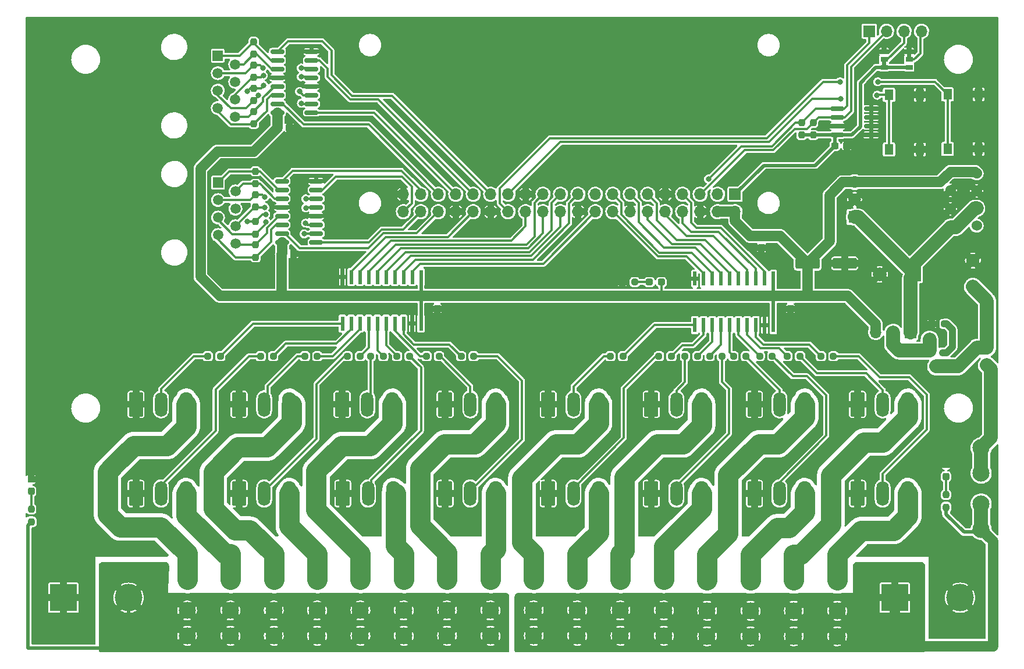
<source format=gbr>
%TF.GenerationSoftware,KiCad,Pcbnew,(6.0.7)*%
%TF.CreationDate,2022-08-24T09:35:39-04:00*%
%TF.ProjectId,Pi_Zero_W_16,50695f5a-6572-46f5-9f57-5f31362e6b69,v1*%
%TF.SameCoordinates,Original*%
%TF.FileFunction,Copper,L1,Top*%
%TF.FilePolarity,Positive*%
%FSLAX46Y46*%
G04 Gerber Fmt 4.6, Leading zero omitted, Abs format (unit mm)*
G04 Created by KiCad (PCBNEW (6.0.7)) date 2022-08-24 09:35:39*
%MOMM*%
%LPD*%
G01*
G04 APERTURE LIST*
G04 Aperture macros list*
%AMRoundRect*
0 Rectangle with rounded corners*
0 $1 Rounding radius*
0 $2 $3 $4 $5 $6 $7 $8 $9 X,Y pos of 4 corners*
0 Add a 4 corners polygon primitive as box body*
4,1,4,$2,$3,$4,$5,$6,$7,$8,$9,$2,$3,0*
0 Add four circle primitives for the rounded corners*
1,1,$1+$1,$2,$3*
1,1,$1+$1,$4,$5*
1,1,$1+$1,$6,$7*
1,1,$1+$1,$8,$9*
0 Add four rect primitives between the rounded corners*
20,1,$1+$1,$2,$3,$4,$5,0*
20,1,$1+$1,$4,$5,$6,$7,0*
20,1,$1+$1,$6,$7,$8,$9,0*
20,1,$1+$1,$8,$9,$2,$3,0*%
G04 Aperture macros list end*
%TA.AperFunction,SMDPad,CuDef*%
%ADD10RoundRect,0.237500X-0.300000X-0.237500X0.300000X-0.237500X0.300000X0.237500X-0.300000X0.237500X0*%
%TD*%
%TA.AperFunction,ComponentPad*%
%ADD11RoundRect,0.291667X-0.758333X-1.508333X0.758333X-1.508333X0.758333X1.508333X-0.758333X1.508333X0*%
%TD*%
%TA.AperFunction,ComponentPad*%
%ADD12O,1.800000X3.600000*%
%TD*%
%TA.AperFunction,ComponentPad*%
%ADD13O,2.100000X3.600000*%
%TD*%
%TA.AperFunction,ComponentPad*%
%ADD14C,2.475000*%
%TD*%
%TA.AperFunction,SMDPad,CuDef*%
%ADD15R,0.558800X2.159000*%
%TD*%
%TA.AperFunction,SMDPad,CuDef*%
%ADD16RoundRect,0.237500X-0.237500X0.287500X-0.237500X-0.287500X0.237500X-0.287500X0.237500X0.287500X0*%
%TD*%
%TA.AperFunction,SMDPad,CuDef*%
%ADD17RoundRect,0.237500X-0.237500X0.250000X-0.237500X-0.250000X0.237500X-0.250000X0.237500X0.250000X0*%
%TD*%
%TA.AperFunction,ComponentPad*%
%ADD18R,1.700000X1.700000*%
%TD*%
%TA.AperFunction,ComponentPad*%
%ADD19O,1.700000X1.700000*%
%TD*%
%TA.AperFunction,SMDPad,CuDef*%
%ADD20RoundRect,0.237500X0.237500X-0.250000X0.237500X0.250000X-0.237500X0.250000X-0.237500X-0.250000X0*%
%TD*%
%TA.AperFunction,SMDPad,CuDef*%
%ADD21RoundRect,0.237500X-0.237500X0.300000X-0.237500X-0.300000X0.237500X-0.300000X0.237500X0.300000X0*%
%TD*%
%TA.AperFunction,SMDPad,CuDef*%
%ADD22RoundRect,0.150000X0.825000X0.150000X-0.825000X0.150000X-0.825000X-0.150000X0.825000X-0.150000X0*%
%TD*%
%TA.AperFunction,SMDPad,CuDef*%
%ADD23RoundRect,0.250000X-1.500000X-0.550000X1.500000X-0.550000X1.500000X0.550000X-1.500000X0.550000X0*%
%TD*%
%TA.AperFunction,ComponentPad*%
%ADD24R,2.000000X2.000000*%
%TD*%
%TA.AperFunction,ComponentPad*%
%ADD25C,2.000000*%
%TD*%
%TA.AperFunction,SMDPad,CuDef*%
%ADD26RoundRect,0.237500X-0.287500X-0.237500X0.287500X-0.237500X0.287500X0.237500X-0.287500X0.237500X0*%
%TD*%
%TA.AperFunction,SMDPad,CuDef*%
%ADD27RoundRect,0.237500X-0.250000X-0.237500X0.250000X-0.237500X0.250000X0.237500X-0.250000X0.237500X0*%
%TD*%
%TA.AperFunction,ComponentPad*%
%ADD28R,1.500000X1.500000*%
%TD*%
%TA.AperFunction,ComponentPad*%
%ADD29C,1.500000*%
%TD*%
%TA.AperFunction,SMDPad,CuDef*%
%ADD30R,0.900000X1.200000*%
%TD*%
%TA.AperFunction,SMDPad,CuDef*%
%ADD31R,0.800000X0.900000*%
%TD*%
%TA.AperFunction,ComponentPad*%
%ADD32R,4.000000X4.000000*%
%TD*%
%TA.AperFunction,ComponentPad*%
%ADD33C,4.000000*%
%TD*%
%TA.AperFunction,ComponentPad*%
%ADD34C,1.904000*%
%TD*%
%TA.AperFunction,SMDPad,CuDef*%
%ADD35R,1.300000X1.550000*%
%TD*%
%TA.AperFunction,SMDPad,CuDef*%
%ADD36RoundRect,0.237500X0.250000X0.237500X-0.250000X0.237500X-0.250000X-0.237500X0.250000X-0.237500X0*%
%TD*%
%TA.AperFunction,ComponentPad*%
%ADD37R,1.800000X1.800000*%
%TD*%
%TA.AperFunction,ComponentPad*%
%ADD38C,1.800000*%
%TD*%
%TA.AperFunction,ComponentPad*%
%ADD39C,1.524000*%
%TD*%
%TA.AperFunction,SMDPad,CuDef*%
%ADD40R,1.000000X0.700000*%
%TD*%
%TA.AperFunction,ViaPad*%
%ADD41C,0.800000*%
%TD*%
%TA.AperFunction,ViaPad*%
%ADD42C,1.000000*%
%TD*%
%TA.AperFunction,Conductor*%
%ADD43C,1.500000*%
%TD*%
%TA.AperFunction,Conductor*%
%ADD44C,0.500000*%
%TD*%
%TA.AperFunction,Conductor*%
%ADD45C,0.350000*%
%TD*%
%TA.AperFunction,Conductor*%
%ADD46C,2.000000*%
%TD*%
%TA.AperFunction,Conductor*%
%ADD47C,3.000000*%
%TD*%
%TA.AperFunction,Conductor*%
%ADD48C,2.999999*%
%TD*%
%TA.AperFunction,Conductor*%
%ADD49C,1.000000*%
%TD*%
G04 APERTURE END LIST*
%TO.C,PIN3*%
G36*
X-3508400Y62457900D02*
G01*
X-4108400Y62457900D01*
X-4108400Y62957900D01*
X-3508400Y62957900D01*
X-3508400Y62457900D01*
G37*
%TO.C,PIN4*%
G36*
X131600Y63607900D02*
G01*
X-468400Y63607900D01*
X-468400Y64107900D01*
X131600Y64107900D01*
X131600Y63607900D01*
G37*
%TD*%
D10*
%TO.P,C5,1*%
%TO.N,+5V*%
X-92080900Y53300900D03*
%TO.P,C5,2*%
%TO.N,GND*%
X-90355900Y53300900D03*
%TD*%
D11*
%TO.P,J2,1,Pin_1*%
%TO.N,GND*%
X-112678400Y28900D03*
D12*
%TO.P,J2,2,Pin_2*%
%TO.N,/Output 1-8/DOUT2*%
X-109018400Y28900D03*
D13*
%TO.P,J2,3,Pin_3*%
%TO.N,/Output 1-8/VOUT2*%
X-105358400Y28900D03*
%TD*%
D11*
%TO.P,J5,1,Pin_1*%
%TO.N,GND*%
X-82678400Y13028900D03*
D12*
%TO.P,J5,2,Pin_2*%
%TO.N,/Output 1-8/DOUT5*%
X-79018400Y13028900D03*
D13*
%TO.P,J5,3,Pin_3*%
%TO.N,/Output 1-8/VOUT5*%
X-75358400Y13028900D03*
%TD*%
D11*
%TO.P,J6,1,Pin_1*%
%TO.N,GND*%
X-82564058Y28900D03*
D12*
%TO.P,J6,2,Pin_2*%
%TO.N,/Output 1-8/DOUT6*%
X-78904058Y28900D03*
D13*
%TO.P,J6,3,Pin_3*%
%TO.N,/Output 1-8/VOUT6*%
X-75244058Y28900D03*
%TD*%
D11*
%TO.P,J7,1,Pin_1*%
%TO.N,GND*%
X-67678400Y13028900D03*
D12*
%TO.P,J7,2,Pin_2*%
%TO.N,/Output 1-8/DOUT7*%
X-64018400Y13028900D03*
D13*
%TO.P,J7,3,Pin_3*%
%TO.N,/Output 1-8/VOUT7*%
X-60358400Y13028900D03*
%TD*%
D11*
%TO.P,J8,1,Pin_1*%
%TO.N,GND*%
X-67678400Y28900D03*
D12*
%TO.P,J8,2,Pin_2*%
%TO.N,/Output 1-8/DOUT8*%
X-64018400Y28900D03*
D13*
%TO.P,J8,3,Pin_3*%
%TO.N,/Output 1-8/VOUT8*%
X-60358400Y28900D03*
%TD*%
D11*
%TO.P,J9,1,Pin_1*%
%TO.N,GND*%
X-52678400Y13028900D03*
D12*
%TO.P,J9,2,Pin_2*%
%TO.N,/Output 9-16/DOUT9*%
X-49018400Y13028900D03*
D13*
%TO.P,J9,3,Pin_3*%
%TO.N,/Output 9-16/VOUT9*%
X-45358400Y13028900D03*
%TD*%
D11*
%TO.P,J10,1,Pin_1*%
%TO.N,GND*%
X-52678400Y28900D03*
D12*
%TO.P,J10,2,Pin_2*%
%TO.N,/Output 9-16/DOUT10*%
X-49018400Y28900D03*
D13*
%TO.P,J10,3,Pin_3*%
%TO.N,/Output 9-16/VOUT10*%
X-45358400Y28900D03*
%TD*%
D11*
%TO.P,J11,1,Pin_1*%
%TO.N,GND*%
X-37678400Y13028900D03*
D12*
%TO.P,J11,2,Pin_2*%
%TO.N,/Output 9-16/DOUT11*%
X-34018400Y13028900D03*
D13*
%TO.P,J11,3,Pin_3*%
%TO.N,/Output 9-16/VOUT11*%
X-30358400Y13028900D03*
%TD*%
D11*
%TO.P,J12,1,Pin_1*%
%TO.N,GND*%
X-37678400Y28900D03*
D12*
%TO.P,J12,2,Pin_2*%
%TO.N,/Output 9-16/DOUT12*%
X-34018400Y28900D03*
D13*
%TO.P,J12,3,Pin_3*%
%TO.N,/Output 9-16/VOUT12*%
X-30358400Y28900D03*
%TD*%
D11*
%TO.P,J13,1,Pin_1*%
%TO.N,GND*%
X-22678400Y13028900D03*
D12*
%TO.P,J13,2,Pin_2*%
%TO.N,/Output 9-16/DOUT13*%
X-19018400Y13028900D03*
D13*
%TO.P,J13,3,Pin_3*%
%TO.N,/Output 9-16/VOUT13*%
X-15358400Y13028900D03*
%TD*%
D11*
%TO.P,J14,1,Pin_1*%
%TO.N,GND*%
X-22678400Y28900D03*
D12*
%TO.P,J14,2,Pin_2*%
%TO.N,/Output 9-16/DOUT14*%
X-19018400Y28900D03*
D13*
%TO.P,J14,3,Pin_3*%
%TO.N,/Output 9-16/VOUT14*%
X-15358400Y28900D03*
%TD*%
D11*
%TO.P,J15,1,Pin_1*%
%TO.N,GND*%
X-7678400Y13028900D03*
D12*
%TO.P,J15,2,Pin_2*%
%TO.N,/Output 9-16/DOUT15*%
X-4018400Y13028900D03*
D13*
%TO.P,J15,3,Pin_3*%
%TO.N,/Output 9-16/VOUT15*%
X-358400Y13028900D03*
%TD*%
D11*
%TO.P,J16,1,Pin_1*%
%TO.N,GND*%
X-7678400Y28900D03*
D12*
%TO.P,J16,2,Pin_2*%
%TO.N,/Output 9-16/DOUT16*%
X-4018400Y28900D03*
D13*
%TO.P,J16,3,Pin_3*%
%TO.N,/Output 9-16/VOUT16*%
X-358400Y28900D03*
%TD*%
D14*
%TO.P,F1,1_1,1*%
%TO.N,VIN1*%
X-105238400Y-20699100D03*
%TO.P,F1,1_2,1*%
X-105238400Y-16999100D03*
%TO.P,F1,2_1,2*%
%TO.N,/Output 1-8/VOUT1*%
X-105238400Y-12499100D03*
%TO.P,F1,2_2,2*%
X-105238400Y-8799100D03*
%TD*%
%TO.P,F7,1_1,1*%
%TO.N,VIN1*%
X-67398404Y-20695100D03*
%TO.P,F7,1_2,1*%
X-67398404Y-16995100D03*
%TO.P,F7,2_1,2*%
%TO.N,/Output 1-8/VOUT7*%
X-67398404Y-12495100D03*
%TO.P,F7,2_2,2*%
X-67398404Y-8795100D03*
%TD*%
%TO.P,F2,1_1,1*%
%TO.N,VIN1*%
X-98931734Y-20699100D03*
%TO.P,F2,1_2,1*%
X-98931734Y-16999100D03*
%TO.P,F2,2_1,2*%
%TO.N,/Output 1-8/VOUT2*%
X-98931734Y-12499100D03*
%TO.P,F2,2_2,2*%
X-98931734Y-8799100D03*
%TD*%
%TO.P,F6,1_1,1*%
%TO.N,VIN1*%
X-73705070Y-20695100D03*
%TO.P,F6,1_2,1*%
X-73705070Y-16995100D03*
%TO.P,F6,2_1,2*%
%TO.N,/Output 1-8/VOUT6*%
X-73705070Y-12495100D03*
%TO.P,F6,2_2,2*%
X-73705070Y-8795100D03*
%TD*%
%TO.P,F8,1_1,1*%
%TO.N,VIN1*%
X-61091738Y-20695100D03*
%TO.P,F8,1_2,1*%
X-61091738Y-16995100D03*
%TO.P,F8,2_1,2*%
%TO.N,/Output 1-8/VOUT8*%
X-61091738Y-12495100D03*
%TO.P,F8,2_2,2*%
X-61091738Y-8795100D03*
%TD*%
%TO.P,F9,1_1,1*%
%TO.N,VIN2*%
X-54785072Y-20695100D03*
%TO.P,F9,1_2,1*%
X-54785072Y-16995100D03*
%TO.P,F9,2_1,2*%
%TO.N,/Output 9-16/VOUT9*%
X-54785072Y-12495100D03*
%TO.P,F9,2_2,2*%
X-54785072Y-8795100D03*
%TD*%
%TO.P,F10,1_1,1*%
%TO.N,VIN2*%
X-48478406Y-20695100D03*
%TO.P,F10,1_2,1*%
X-48478406Y-16995100D03*
%TO.P,F10,2_1,2*%
%TO.N,/Output 9-16/VOUT10*%
X-48478406Y-12495100D03*
%TO.P,F10,2_2,2*%
X-48478406Y-8795100D03*
%TD*%
%TO.P,F5,1_1,1*%
%TO.N,VIN1*%
X-80011736Y-20695100D03*
%TO.P,F5,1_2,1*%
X-80011736Y-16995100D03*
%TO.P,F5,2_1,2*%
%TO.N,/Output 1-8/VOUT5*%
X-80011736Y-12495100D03*
%TO.P,F5,2_2,2*%
X-80011736Y-8795100D03*
%TD*%
%TO.P,F3,1_1,1*%
%TO.N,VIN1*%
X-92625068Y-20700100D03*
%TO.P,F3,1_2,1*%
X-92625068Y-17000100D03*
%TO.P,F3,2_1,2*%
%TO.N,/Output 1-8/VOUT3*%
X-92625068Y-12500100D03*
%TO.P,F3,2_2,2*%
X-92625068Y-8800100D03*
%TD*%
%TO.P,F11,1_1,1*%
%TO.N,VIN2*%
X-42171740Y-20695100D03*
%TO.P,F11,1_2,1*%
X-42171740Y-16995100D03*
%TO.P,F11,2_1,2*%
%TO.N,/Output 9-16/VOUT11*%
X-42171740Y-12495100D03*
%TO.P,F11,2_2,2*%
X-42171740Y-8795100D03*
%TD*%
%TO.P,F4,1_1,1*%
%TO.N,VIN1*%
X-86318402Y-20700100D03*
%TO.P,F4,1_2,1*%
X-86318402Y-17000100D03*
%TO.P,F4,2_1,2*%
%TO.N,/Output 1-8/VOUT4*%
X-86318402Y-12500100D03*
%TO.P,F4,2_2,2*%
X-86318402Y-8800100D03*
%TD*%
D11*
%TO.P,J1,1,Pin_1*%
%TO.N,GND*%
X-112678400Y13028900D03*
D12*
%TO.P,J1,2,Pin_2*%
%TO.N,/Output 1-8/DOUT1*%
X-109018400Y13028900D03*
D13*
%TO.P,J1,3,Pin_3*%
%TO.N,/Output 1-8/VOUT1*%
X-105358400Y13028900D03*
%TD*%
D11*
%TO.P,J3,1,Pin_1*%
%TO.N,GND*%
X-97678400Y13028900D03*
D12*
%TO.P,J3,2,Pin_2*%
%TO.N,/Output 1-8/DOUT3*%
X-94018400Y13028900D03*
D13*
%TO.P,J3,3,Pin_3*%
%TO.N,/Output 1-8/VOUT3*%
X-90358400Y13028900D03*
%TD*%
D11*
%TO.P,J4,1,Pin_1*%
%TO.N,GND*%
X-97678400Y28900D03*
D12*
%TO.P,J4,2,Pin_2*%
%TO.N,/Output 1-8/DOUT4*%
X-94018400Y28900D03*
D13*
%TO.P,J4,3,Pin_3*%
%TO.N,/Output 1-8/VOUT4*%
X-90358400Y28900D03*
%TD*%
D14*
%TO.P,F12,1_1,1*%
%TO.N,VIN2*%
X-35865074Y-20691300D03*
%TO.P,F12,1_2,1*%
X-35865074Y-16991300D03*
%TO.P,F12,2_1,2*%
%TO.N,/Output 9-16/VOUT12*%
X-35865074Y-12491300D03*
%TO.P,F12,2_2,2*%
X-35865074Y-8791300D03*
%TD*%
D15*
%TO.P,U2,1,DIR*%
%TO.N,+5V*%
X-71203400Y31554100D03*
%TO.P,U2,2,A1*%
%TO.N,DATA8*%
X-72473400Y31554100D03*
%TO.P,U2,3,A2*%
%TO.N,DATA7*%
X-73743400Y31554100D03*
%TO.P,U2,4,A3*%
%TO.N,DATA6*%
X-75013400Y31554100D03*
%TO.P,U2,5,A4*%
%TO.N,DATA5*%
X-76283400Y31554100D03*
%TO.P,U2,6,A5*%
%TO.N,DATA4*%
X-77553400Y31554100D03*
%TO.P,U2,7,A6*%
%TO.N,DATA3*%
X-78823400Y31554100D03*
%TO.P,U2,8,A7*%
%TO.N,DATA2*%
X-80093400Y31554100D03*
%TO.P,U2,9,A8*%
%TO.N,DATA1*%
X-81363400Y31554100D03*
%TO.P,U2,10,GND*%
%TO.N,GND*%
X-82633400Y31554100D03*
%TO.P,U2,11,B8*%
%TO.N,Net-(R15-Pad1)*%
X-82633400Y24797700D03*
%TO.P,U2,12,B7*%
%TO.N,Net-(R16-Pad1)*%
X-81363400Y24797700D03*
%TO.P,U2,13,B6*%
%TO.N,Net-(R17-Pad1)*%
X-80093400Y24797700D03*
%TO.P,U2,14,B5*%
%TO.N,Net-(R18-Pad1)*%
X-78823400Y24797700D03*
%TO.P,U2,15,B4*%
%TO.N,Net-(R19-Pad1)*%
X-77553400Y24797700D03*
%TO.P,U2,16,B3*%
%TO.N,Net-(R20-Pad1)*%
X-76283400Y24797700D03*
%TO.P,U2,17,B2*%
%TO.N,Net-(R21-Pad1)*%
X-75013400Y24797700D03*
%TO.P,U2,18,B1*%
%TO.N,Net-(R22-Pad1)*%
X-73743400Y24797700D03*
%TO.P,U2,19,\u002AOE*%
%TO.N,GND*%
X-72473400Y24797700D03*
%TO.P,U2,20,VCC*%
%TO.N,+5V*%
X-71203400Y24797700D03*
%TD*%
D16*
%TO.P,D3,1,K*%
%TO.N,GND*%
X-127918400Y2120500D03*
%TO.P,D3,2,A*%
%TO.N,Net-(D3-Pad2)*%
X-127918400Y370500D03*
%TD*%
%TO.P,D4,1,K*%
%TO.N,GND*%
X5203400Y4243900D03*
%TO.P,D4,2,A*%
%TO.N,Net-(D4-Pad2)*%
X5203400Y2493900D03*
%TD*%
D17*
%TO.P,R2,1*%
%TO.N,Net-(D3-Pad2)*%
X-127918400Y-2261600D03*
%TO.P,R2,2*%
%TO.N,VIN1*%
X-127918400Y-4086600D03*
%TD*%
%TO.P,R3,1*%
%TO.N,Net-(D4-Pad2)*%
X5203400Y-138200D03*
%TO.P,R3,2*%
%TO.N,VIN2*%
X5203400Y-1963200D03*
%TD*%
D18*
%TO.P,J21,1,Pin_1*%
%TO.N,Net-(C1-Pad1)*%
X61600Y23484100D03*
D19*
%TO.P,J21,2,Pin_2*%
%TO.N,VCC*%
X-2478400Y23484100D03*
%TO.P,J21,3,Pin_3*%
%TO.N,+5V*%
X-5018400Y23484100D03*
%TD*%
D14*
%TO.P,F17,1_1,1*%
%TO.N,VIN2*%
X10308800Y-5199100D03*
%TO.P,F17,1_2,1*%
X10308800Y-1499100D03*
%TO.P,F17,2_1,2*%
%TO.N,/VIN_Fuse*%
X10308800Y3000900D03*
%TO.P,F17,2_2,2*%
X10308800Y6700900D03*
%TD*%
D18*
%TO.P,J20,1,Pin_1*%
%TO.N,/VIN*%
X11161600Y23790500D03*
D19*
%TO.P,J20,2,Pin_2*%
X11161600Y21250500D03*
%TO.P,J20,3,Pin_3*%
%TO.N,/VIN_Fuse*%
X11161600Y18710500D03*
%TD*%
D17*
%TO.P,R14,1*%
%TO.N,OUT21+*%
X-95543400Y65838400D03*
%TO.P,R14,2*%
%TO.N,OUT21-*%
X-95543400Y64013400D03*
%TD*%
D20*
%TO.P,R12,1*%
%TO.N,OUT24+*%
X-95543400Y53863400D03*
%TO.P,R12,2*%
%TO.N,OUT24-*%
X-95543400Y55688400D03*
%TD*%
D21*
%TO.P,C3,1*%
%TO.N,+5V*%
X-68815800Y28657400D03*
%TO.P,C3,2*%
%TO.N,GND*%
X-68815800Y26932400D03*
%TD*%
D10*
%TO.P,C6,1*%
%TO.N,+3V3*%
X-10970900Y50670900D03*
%TO.P,C6,2*%
%TO.N,GND*%
X-9245900Y50670900D03*
%TD*%
D17*
%TO.P,R5,1*%
%TO.N,I2C_SCL*%
X-14118400Y54063400D03*
%TO.P,R5,2*%
%TO.N,+3V3*%
X-14118400Y52238400D03*
%TD*%
D22*
%TO.P,U6,1,A0*%
%TO.N,GND*%
X-5693400Y52275900D03*
%TO.P,U6,2,A1*%
X-5693400Y53545900D03*
%TO.P,U6,3,A2*%
X-5693400Y54815900D03*
%TO.P,U6,4,GND*%
X-5693400Y56085900D03*
%TO.P,U6,5,SDA*%
%TO.N,I2C_SDA*%
X-10643400Y56085900D03*
%TO.P,U6,6,SCL*%
%TO.N,I2C_SCL*%
X-10643400Y54815900D03*
%TO.P,U6,7,WP*%
%TO.N,GND*%
X-10643400Y53545900D03*
%TO.P,U6,8,VCC*%
%TO.N,+3V3*%
X-10643400Y52275900D03*
%TD*%
D17*
%TO.P,R4,1*%
%TO.N,I2C_SDA*%
X-15818400Y54063400D03*
%TO.P,R4,2*%
%TO.N,+3V3*%
X-15818400Y52238400D03*
%TD*%
D23*
%TO.P,C2,1*%
%TO.N,+5V*%
X-14938400Y33550900D03*
%TO.P,C2,2*%
%TO.N,GND*%
X-9538400Y33550900D03*
%TD*%
D24*
%TO.P,C1,1*%
%TO.N,Net-(C1-Pad1)*%
X561600Y31950900D03*
D25*
%TO.P,C1,2*%
%TO.N,GND*%
X-4438400Y31950900D03*
%TD*%
D26*
%TO.P,D2,1,K*%
%TO.N,Net-(D2-Pad1)*%
X-37968400Y30825900D03*
%TO.P,D2,2,A*%
%TO.N,+5V*%
X-36218400Y30825900D03*
%TD*%
D27*
%TO.P,R1,1*%
%TO.N,GND*%
X-41905900Y30825900D03*
%TO.P,R1,2*%
%TO.N,Net-(D2-Pad1)*%
X-40080900Y30825900D03*
%TD*%
D21*
%TO.P,C7,1*%
%TO.N,+5V*%
X-21643400Y37538400D03*
%TO.P,C7,2*%
%TO.N,GND*%
X-21643400Y35813400D03*
%TD*%
D17*
%TO.P,R13,1*%
%TO.N,OUT23-*%
X-95543400Y59088400D03*
%TO.P,R13,2*%
%TO.N,OUT23+*%
X-95543400Y57263400D03*
%TD*%
D20*
%TO.P,R11,1*%
%TO.N,OUT22-*%
X-95543400Y60638400D03*
%TO.P,R11,2*%
%TO.N,OUT22+*%
X-95543400Y62463400D03*
%TD*%
D22*
%TO.P,U4,1,1A*%
%TO.N,OUT23*%
X-87134320Y55505400D03*
%TO.P,U4,2,1Y*%
%TO.N,OUT23+*%
X-87134320Y56775400D03*
%TO.P,U4,3,1Z*%
%TO.N,OUT23-*%
X-87134320Y58045400D03*
%TO.P,U4,4,G*%
%TO.N,GND*%
X-87134320Y59315400D03*
%TO.P,U4,5,2Z*%
%TO.N,OUT22-*%
X-87134320Y60585400D03*
%TO.P,U4,6,2Y*%
%TO.N,OUT22+*%
X-87134320Y61855400D03*
%TO.P,U4,7,2A*%
%TO.N,OUT22*%
X-87134320Y63125400D03*
%TO.P,U4,8,GND*%
%TO.N,GND*%
X-87134320Y64395400D03*
%TO.P,U4,9,3A*%
%TO.N,OUT21*%
X-92084320Y64395400D03*
%TO.P,U4,10,3Y*%
%TO.N,OUT21+*%
X-92084320Y63125400D03*
%TO.P,U4,11,3Z*%
%TO.N,OUT21-*%
X-92084320Y61855400D03*
%TO.P,U4,12,~{G}*%
%TO.N,GND*%
X-92084320Y60585400D03*
%TO.P,U4,13,4Z*%
%TO.N,OUT24-*%
X-92084320Y59315400D03*
%TO.P,U4,14,4Y*%
%TO.N,OUT24+*%
X-92084320Y58045400D03*
%TO.P,U4,15,4A*%
%TO.N,OUT24*%
X-92084320Y56775400D03*
%TO.P,U4,16,VCC*%
%TO.N,+5V*%
X-92084320Y55505400D03*
%TD*%
D15*
%TO.P,U3,1,DIR*%
%TO.N,+5V*%
X-19932440Y31329220D03*
%TO.P,U3,2,A1*%
%TO.N,DATA16*%
X-21202440Y31329220D03*
%TO.P,U3,3,A2*%
%TO.N,DATA15*%
X-22472440Y31329220D03*
%TO.P,U3,4,A3*%
%TO.N,DATA14*%
X-23742440Y31329220D03*
%TO.P,U3,5,A4*%
%TO.N,DATA13*%
X-25012440Y31329220D03*
%TO.P,U3,6,A5*%
%TO.N,DATA12*%
X-26282440Y31329220D03*
%TO.P,U3,7,A6*%
%TO.N,DATA11*%
X-27552440Y31329220D03*
%TO.P,U3,8,A7*%
%TO.N,DATA10*%
X-28822440Y31329220D03*
%TO.P,U3,9,A8*%
%TO.N,DATA9*%
X-30092440Y31329220D03*
%TO.P,U3,10,GND*%
%TO.N,GND*%
X-31362440Y31329220D03*
%TO.P,U3,11,B8*%
%TO.N,Net-(R23-Pad1)*%
X-31362440Y24572820D03*
%TO.P,U3,12,B7*%
%TO.N,Net-(R24-Pad1)*%
X-30092440Y24572820D03*
%TO.P,U3,13,B6*%
%TO.N,Net-(R25-Pad1)*%
X-28822440Y24572820D03*
%TO.P,U3,14,B5*%
%TO.N,Net-(R26-Pad1)*%
X-27552440Y24572820D03*
%TO.P,U3,15,B4*%
%TO.N,Net-(R27-Pad1)*%
X-26282440Y24572820D03*
%TO.P,U3,16,B3*%
%TO.N,Net-(R28-Pad1)*%
X-25012440Y24572820D03*
%TO.P,U3,17,B2*%
%TO.N,Net-(R29-Pad1)*%
X-23742440Y24572820D03*
%TO.P,U3,18,B1*%
%TO.N,Net-(R30-Pad1)*%
X-22472440Y24572820D03*
%TO.P,U3,19,\u002AOE*%
%TO.N,GND*%
X-21202440Y24572820D03*
%TO.P,U3,20,VCC*%
%TO.N,+5V*%
X-19932440Y24572820D03*
%TD*%
D18*
%TO.P,J22,1,Pin_1*%
%TO.N,I2C_SDA*%
X-5988400Y67375900D03*
D19*
%TO.P,J22,2,Pin_2*%
%TO.N,I2C_SCL*%
X-3448400Y67375900D03*
%TO.P,J22,3,Pin_3*%
%TO.N,Net-(J22-Pad3)*%
X-908400Y67375900D03*
%TO.P,J22,4,Pin_4*%
%TO.N,Net-(J22-Pad4)*%
X1631600Y67375900D03*
%TD*%
D21*
%TO.P,C4,1*%
%TO.N,+5V*%
X-17417840Y28666200D03*
%TO.P,C4,2*%
%TO.N,GND*%
X-17417840Y26941200D03*
%TD*%
D28*
%TO.P,J23,1*%
%TO.N,OUT21+*%
X-100768400Y63808400D03*
D29*
%TO.P,J23,2*%
%TO.N,OUT21-*%
X-98228400Y62538400D03*
%TO.P,J23,3*%
%TO.N,OUT22+*%
X-100768400Y61268400D03*
%TO.P,J23,4*%
%TO.N,OUT23-*%
X-98228400Y59998400D03*
%TO.P,J23,5*%
%TO.N,OUT23+*%
X-100768400Y58728400D03*
%TO.P,J23,6*%
%TO.N,OUT22-*%
X-98228400Y57458400D03*
%TO.P,J23,7*%
%TO.N,OUT24+*%
X-100768400Y56188400D03*
%TO.P,J23,8*%
%TO.N,OUT24-*%
X-98228400Y54918400D03*
%TD*%
D28*
%TO.P,J24,1*%
%TO.N,OUT17+*%
X-100743400Y45313400D03*
D29*
%TO.P,J24,2*%
%TO.N,OUT17-*%
X-98203400Y44043400D03*
%TO.P,J24,3*%
%TO.N,OUT18+*%
X-100743400Y42773400D03*
%TO.P,J24,4*%
%TO.N,OUT19-*%
X-98203400Y41503400D03*
%TO.P,J24,5*%
%TO.N,OUT19+*%
X-100743400Y40233400D03*
%TO.P,J24,6*%
%TO.N,OUT18-*%
X-98203400Y38963400D03*
%TO.P,J24,7*%
%TO.N,OUT20+*%
X-100743400Y37693400D03*
%TO.P,J24,8*%
%TO.N,OUT20-*%
X-98203400Y36423400D03*
%TD*%
D30*
%TO.P,D1,1,K*%
%TO.N,VCC*%
X2811600Y22450900D03*
%TO.P,D1,2,A*%
%TO.N,Net-(D1-Pad2)*%
X6111600Y22450900D03*
%TD*%
D31*
%TO.P,Q1,1,G*%
%TO.N,Net-(D1-Pad2)*%
X4711600Y20550900D03*
%TO.P,Q1,2,S*%
%TO.N,VCC*%
X2811600Y20550900D03*
%TO.P,Q1,3,D*%
%TO.N,/VIN*%
X3761600Y18550900D03*
%TD*%
D27*
%TO.P,R6,1*%
%TO.N,GND*%
X3149100Y24750900D03*
%TO.P,R6,2*%
%TO.N,Net-(D1-Pad2)*%
X4974100Y24750900D03*
%TD*%
D32*
%TO.P,J18,1,Pin_1*%
%TO.N,VIN2*%
X-2238400Y-15149100D03*
D33*
%TO.P,J18,2,Pin_2*%
%TO.N,GND*%
X7261600Y-15149100D03*
%TD*%
D14*
%TO.P,F13,1_1,1*%
%TO.N,VIN2*%
X-29558408Y-20760100D03*
%TO.P,F13,1_2,1*%
X-29558408Y-17060100D03*
%TO.P,F13,2_1,2*%
%TO.N,/Output 9-16/VOUT13*%
X-29558408Y-12560100D03*
%TO.P,F13,2_2,2*%
X-29558408Y-8860100D03*
%TD*%
%TO.P,F14,1_1,1*%
%TO.N,VIN2*%
X-23251742Y-20760100D03*
%TO.P,F14,1_2,1*%
X-23251742Y-17060100D03*
%TO.P,F14,2_1,2*%
%TO.N,/Output 9-16/VOUT14*%
X-23251742Y-12560100D03*
%TO.P,F14,2_2,2*%
X-23251742Y-8860100D03*
%TD*%
%TO.P,F15,1_1,1*%
%TO.N,VIN2*%
X-16945076Y-20760100D03*
%TO.P,F15,1_2,1*%
X-16945076Y-17060100D03*
%TO.P,F15,2_1,2*%
%TO.N,/Output 9-16/VOUT15*%
X-16945076Y-12560100D03*
%TO.P,F15,2_2,2*%
X-16945076Y-8860100D03*
%TD*%
%TO.P,F16,1_1,1*%
%TO.N,VIN2*%
X-10638400Y-20760100D03*
%TO.P,F16,1_2,1*%
X-10638400Y-17060100D03*
%TO.P,F16,2_1,2*%
%TO.N,/Output 9-16/VOUT16*%
X-10638400Y-12560100D03*
%TO.P,F16,2_2,2*%
X-10638400Y-8860100D03*
%TD*%
D32*
%TO.P,J17,1,Pin_1*%
%TO.N,GND*%
X-123238400Y-15149100D03*
D33*
%TO.P,J17,2,Pin_2*%
%TO.N,VIN1*%
X-113738400Y-15149100D03*
%TD*%
D10*
%TO.P,C8,1*%
%TO.N,+5V*%
X-91455900Y34943400D03*
%TO.P,C8,2*%
%TO.N,GND*%
X-89730900Y34943400D03*
%TD*%
D20*
%TO.P,R7,1*%
%TO.N,OUT20+*%
X-95259320Y34438400D03*
%TO.P,R7,2*%
%TO.N,OUT20-*%
X-95259320Y36263400D03*
%TD*%
D17*
%TO.P,R8,1*%
%TO.N,OUT19-*%
X-95259320Y39660300D03*
%TO.P,R8,2*%
%TO.N,OUT19+*%
X-95259320Y37835300D03*
%TD*%
D22*
%TO.P,U5,1,1A*%
%TO.N,OUT19*%
X-86468400Y36630800D03*
%TO.P,U5,2,1Y*%
%TO.N,OUT19+*%
X-86468400Y37900800D03*
%TO.P,U5,3,1Z*%
%TO.N,OUT19-*%
X-86468400Y39170800D03*
%TO.P,U5,4,G*%
%TO.N,GND*%
X-86468400Y40440800D03*
%TO.P,U5,5,2Z*%
%TO.N,OUT18-*%
X-86468400Y41710800D03*
%TO.P,U5,6,2Y*%
%TO.N,OUT18+*%
X-86468400Y42980800D03*
%TO.P,U5,7,2A*%
%TO.N,OUT18*%
X-86468400Y44250800D03*
%TO.P,U5,8,GND*%
%TO.N,GND*%
X-86468400Y45520800D03*
%TO.P,U5,9,3A*%
%TO.N,OUT17*%
X-91418400Y45520800D03*
%TO.P,U5,10,3Y*%
%TO.N,OUT17+*%
X-91418400Y44250800D03*
%TO.P,U5,11,3Z*%
%TO.N,OUT17-*%
X-91418400Y42980800D03*
%TO.P,U5,12,~{G}*%
%TO.N,GND*%
X-91418400Y41710800D03*
%TO.P,U5,13,4Z*%
%TO.N,OUT20-*%
X-91418400Y40440800D03*
%TO.P,U5,14,4Y*%
%TO.N,OUT20+*%
X-91418400Y39170800D03*
%TO.P,U5,15,4A*%
%TO.N,OUT20*%
X-91418400Y37900800D03*
%TO.P,U5,16,VCC*%
%TO.N,+5V*%
X-91418400Y36630800D03*
%TD*%
D17*
%TO.P,R10,1*%
%TO.N,OUT17+*%
X-95259320Y46963400D03*
%TO.P,R10,2*%
%TO.N,OUT17-*%
X-95259320Y45138400D03*
%TD*%
D20*
%TO.P,R9,1*%
%TO.N,OUT18-*%
X-95259320Y41760300D03*
%TO.P,R9,2*%
%TO.N,OUT18+*%
X-95259320Y43585300D03*
%TD*%
D34*
%TO.P,J19,1,Pin_1*%
%TO.N,/VIN*%
X9112059Y30145340D03*
%TO.P,J19,2,Pin_2*%
%TO.N,GND*%
X9112059Y33955340D03*
%TD*%
D35*
%TO.P,SW1,1,1*%
%TO.N,BTN1*%
X-3093400Y58100900D03*
X-3093400Y50150900D03*
%TO.P,SW1,2,2*%
%TO.N,GND*%
X1406600Y58100900D03*
X1406600Y50150900D03*
%TD*%
%TO.P,SW2,1,1*%
%TO.N,BTN2*%
X5431600Y50225900D03*
X5431600Y58175900D03*
%TO.P,SW2,2,2*%
%TO.N,GND*%
X9931600Y58175900D03*
X9931600Y50225900D03*
%TD*%
D27*
%TO.P,R20,1*%
%TO.N,Net-(R20-Pad1)*%
X-74680900Y20025900D03*
%TO.P,R20,2*%
%TO.N,/Output 1-8/DOUT6*%
X-72855900Y20025900D03*
%TD*%
%TO.P,R26,1*%
%TO.N,Net-(R26-Pad1)*%
X-29205900Y20025900D03*
%TO.P,R26,2*%
%TO.N,/Output 9-16/DOUT12*%
X-27380900Y20025900D03*
%TD*%
D36*
%TO.P,R24,1*%
%TO.N,Net-(R24-Pad1)*%
X-34755900Y20025900D03*
%TO.P,R24,2*%
%TO.N,/Output 9-16/DOUT10*%
X-36580900Y20025900D03*
%TD*%
D27*
%TO.P,R21,1*%
%TO.N,Net-(R21-Pad1)*%
X-70405900Y20025900D03*
%TO.P,R21,2*%
%TO.N,/Output 1-8/DOUT7*%
X-68580900Y20025900D03*
%TD*%
D37*
%TO.P,U7,1,IN*%
%TO.N,Net-(C1-Pad1)*%
X-8117900Y40310900D03*
D38*
%TO.P,U7,2,GND*%
%TO.N,GND*%
X-8117900Y42850900D03*
%TO.P,U7,3,OUT*%
%TO.N,+5V*%
X-8117900Y45390900D03*
D39*
%TO.P,U7,4,OUT*%
X9662100Y46660900D03*
%TO.P,U7,5,GND*%
%TO.N,GND*%
X9662100Y44120900D03*
%TO.P,U7,6,IN*%
%TO.N,Net-(C1-Pad1)*%
X9662100Y41580900D03*
%TO.P,U7,7,EN*%
%TO.N,unconnected-(U7-Pad7)*%
X9662100Y39040900D03*
%TO.P,U7,8,OUT*%
%TO.N,+5V*%
X5852100Y46892840D03*
%TO.P,U7,9,GND*%
%TO.N,GND*%
X5852100Y44197900D03*
%TO.P,U7,10,GND*%
X5852100Y41503900D03*
%TO.P,U7,11,IN*%
%TO.N,Net-(C1-Pad1)*%
X5852100Y38808960D03*
%TD*%
D36*
%TO.P,R19,1*%
%TO.N,Net-(R19-Pad1)*%
X-76680900Y20025900D03*
%TO.P,R19,2*%
%TO.N,/Output 1-8/DOUT5*%
X-78505900Y20025900D03*
%TD*%
%TO.P,R23,1*%
%TO.N,Net-(R23-Pad1)*%
X-41805900Y20025900D03*
%TO.P,R23,2*%
%TO.N,/Output 9-16/DOUT9*%
X-43630900Y20025900D03*
%TD*%
%TO.P,R18,1*%
%TO.N,Net-(R18-Pad1)*%
X-80055900Y20025900D03*
%TO.P,R18,2*%
%TO.N,/Output 1-8/DOUT4*%
X-81880900Y20025900D03*
%TD*%
%TO.P,R25,1*%
%TO.N,Net-(R25-Pad1)*%
X-30955900Y20025900D03*
%TO.P,R25,2*%
%TO.N,/Output 9-16/DOUT11*%
X-32780900Y20025900D03*
%TD*%
%TO.P,R15,1*%
%TO.N,Net-(R15-Pad1)*%
X-100405900Y20025900D03*
%TO.P,R15,2*%
%TO.N,/Output 1-8/DOUT1*%
X-102230900Y20025900D03*
%TD*%
D40*
%TO.P,PIN3,1,A*%
%TO.N,+3V3*%
X-3808400Y62107900D03*
%TO.P,PIN3,2,C*%
%TO.N,Net-(J22-Pad3)*%
X-3808400Y63250900D03*
%TO.P,PIN3,3,B*%
%TO.N,GND*%
X-3808400Y64393900D03*
%TD*%
D27*
%TO.P,R22,1*%
%TO.N,Net-(R22-Pad1)*%
X-65355900Y20025900D03*
%TO.P,R22,2*%
%TO.N,/Output 1-8/DOUT8*%
X-63530900Y20025900D03*
%TD*%
%TO.P,R30,1*%
%TO.N,Net-(R30-Pad1)*%
X-13005900Y20025900D03*
%TO.P,R30,2*%
%TO.N,/Output 9-16/DOUT16*%
X-11180900Y20025900D03*
%TD*%
%TO.P,R29,1*%
%TO.N,Net-(R29-Pad1)*%
X-17880900Y20025900D03*
%TO.P,R29,2*%
%TO.N,/Output 9-16/DOUT15*%
X-16055900Y20025900D03*
%TD*%
%TO.P,R27,1*%
%TO.N,Net-(R27-Pad1)*%
X-25730900Y20025900D03*
%TO.P,R27,2*%
%TO.N,/Output 9-16/DOUT13*%
X-23905900Y20025900D03*
%TD*%
D40*
%TO.P,PIN4,1,A*%
%TO.N,+3V3*%
X-168400Y62114900D03*
%TO.P,PIN4,2,C*%
%TO.N,Net-(J22-Pad4)*%
X-168400Y63257900D03*
%TO.P,PIN4,3,B*%
%TO.N,GND*%
X-168400Y64400900D03*
%TD*%
D36*
%TO.P,R17,1*%
%TO.N,Net-(R17-Pad1)*%
X-86280900Y20025900D03*
%TO.P,R17,2*%
%TO.N,/Output 1-8/DOUT3*%
X-88105900Y20025900D03*
%TD*%
%TO.P,R16,1*%
%TO.N,Net-(R16-Pad1)*%
X-92705900Y20025900D03*
%TO.P,R16,2*%
%TO.N,/Output 1-8/DOUT2*%
X-94530900Y20025900D03*
%TD*%
D27*
%TO.P,R28,1*%
%TO.N,Net-(R28-Pad1)*%
X-21905900Y20050900D03*
%TO.P,R28,2*%
%TO.N,/Output 9-16/DOUT14*%
X-20080900Y20050900D03*
%TD*%
D18*
%TO.P,U1,1,3V3*%
%TO.N,+3V3*%
X-25493400Y43625900D03*
D19*
%TO.P,U1,2,5V*%
%TO.N,+5V*%
X-25493400Y41085900D03*
%TO.P,U1,3,SDA/GPIO2*%
%TO.N,I2C_SDA*%
X-28033400Y43625900D03*
%TO.P,U1,4,5V*%
%TO.N,+5V*%
X-28033400Y41085900D03*
%TO.P,U1,5,SCL/GPIO3*%
%TO.N,I2C_SCL*%
X-30573400Y43625900D03*
%TO.P,U1,6,GND*%
%TO.N,GND*%
X-30573400Y41085900D03*
%TO.P,U1,7,GCLK0/GPIO4*%
%TO.N,DATA16*%
X-33113400Y43625900D03*
%TO.P,U1,8,GPIO14/TXD*%
%TO.N,DATA15*%
X-33113400Y41085900D03*
%TO.P,U1,9,GND*%
%TO.N,GND*%
X-35653400Y43625900D03*
%TO.P,U1,10,GPIO15/RXD*%
%TO.N,DATA14*%
X-35653400Y41085900D03*
%TO.P,U1,11,GPIO17*%
%TO.N,DATA13*%
X-38193400Y43625900D03*
%TO.P,U1,12,GPIO18/PWM0*%
%TO.N,DATA12*%
X-38193400Y41085900D03*
%TO.P,U1,13,GPIO27*%
%TO.N,DATA11*%
X-40733400Y43625900D03*
%TO.P,U1,14,GND*%
%TO.N,GND*%
X-40733400Y41085900D03*
%TO.P,U1,15,GPIO22*%
%TO.N,DATA10*%
X-43273400Y43625900D03*
%TO.P,U1,16,GPIO23*%
%TO.N,DATA9*%
X-43273400Y41085900D03*
%TO.P,U1,17,3V3*%
%TO.N,unconnected-(U1-Pad17)*%
X-45813400Y43625900D03*
%TO.P,U1,18,GPIO24*%
%TO.N,DATA8*%
X-45813400Y41085900D03*
%TO.P,U1,19,MOSI0/GPIO10*%
%TO.N,DATA7*%
X-48353400Y43625900D03*
%TO.P,U1,20,GND*%
%TO.N,GND*%
X-48353400Y41085900D03*
%TO.P,U1,21,MISO0/GPIO9*%
%TO.N,DATA5*%
X-50893400Y43625900D03*
%TO.P,U1,22,GPIO25*%
%TO.N,DATA6*%
X-50893400Y41085900D03*
%TO.P,U1,23,SCLK0/GPIO11*%
%TO.N,DATA3*%
X-53433400Y43625900D03*
%TO.P,U1,24,~{CE0}/GPIO8*%
%TO.N,DATA4*%
X-53433400Y41085900D03*
%TO.P,U1,25,GND*%
%TO.N,GND*%
X-55973400Y43625900D03*
%TO.P,U1,26,~{CE1}/GPIO7*%
%TO.N,DATA2*%
X-55973400Y41085900D03*
%TO.P,U1,27,ID_SD/GPIO0*%
%TO.N,BTN1*%
X-58513400Y43625900D03*
%TO.P,U1,28,ID_SC/GPIO1*%
%TO.N,BTN2*%
X-58513400Y41085900D03*
%TO.P,U1,29,GCLK1/GPIO5*%
%TO.N,OUT21*%
X-61053400Y43625900D03*
%TO.P,U1,30,GND*%
%TO.N,GND*%
X-61053400Y41085900D03*
%TO.P,U1,31,GCLK2/GPIO6*%
%TO.N,OUT22*%
X-63593400Y43625900D03*
%TO.P,U1,32,PWM0/GPIO12*%
%TO.N,DATA1*%
X-63593400Y41085900D03*
%TO.P,U1,33,PWM1/GPIO13*%
%TO.N,OUT23*%
X-66133400Y43625900D03*
%TO.P,U1,34,GND*%
%TO.N,GND*%
X-66133400Y41085900D03*
%TO.P,U1,35,GPIO19/MISO1*%
%TO.N,OUT24*%
X-68673400Y43625900D03*
%TO.P,U1,36,GPIO16*%
%TO.N,OUT20*%
X-68673400Y41085900D03*
%TO.P,U1,37,GPIO26*%
%TO.N,OUT17*%
X-71213400Y43625900D03*
%TO.P,U1,38,GPIO20/MOSI1*%
%TO.N,OUT19*%
X-71213400Y41085900D03*
%TO.P,U1,39,GND*%
%TO.N,GND*%
X-73753400Y43625900D03*
%TO.P,U1,40,GPIO21/SCLK1*%
%TO.N,OUT18*%
X-73753400Y41085900D03*
%TD*%
D41*
%TO.N,GND*%
X-17422920Y25431340D03*
X-67118400Y66400900D03*
X-85118400Y56600900D03*
X-99568400Y30800900D03*
X-95518400Y67400900D03*
X-1718400Y63250900D03*
X-67118400Y45900900D03*
X-99768400Y66100900D03*
X-68018400Y38550900D03*
X-14318400Y46350900D03*
X-117118400Y37400900D03*
X7311600Y31308900D03*
X-16068400Y58950900D03*
X-89518400Y39200900D03*
X-50418400Y50026899D03*
X-69568400Y38550900D03*
X-59999600Y3126300D03*
X-30249600Y3226300D03*
X-4038400Y18350900D03*
X81600Y65600900D03*
X-15318400Y36850900D03*
X4381600Y67800900D03*
X-53418400Y53450900D03*
X-15968400Y18300900D03*
X-75268400Y22450900D03*
X-118141276Y-5051830D03*
X7161600Y-19449100D03*
X-9068400Y35300900D03*
X-14949600Y3776300D03*
X-127118400Y67400900D03*
X-9838400Y27150900D03*
X7661600Y4500900D03*
X-85018400Y67150900D03*
X-88818400Y52900900D03*
X-17638400Y33550900D03*
X-91068400Y20000900D03*
X-12468400Y50900900D03*
X-73418400Y5350900D03*
X-89599600Y3026300D03*
X-88368400Y34750900D03*
X-9618400Y31800900D03*
X-80668400Y59250900D03*
X-83268400Y65150900D03*
X-57368400Y5350900D03*
X-3568400Y39350900D03*
X-4868400Y50400900D03*
X-64038400Y27050900D03*
X-20718400Y18600900D03*
X-102768400Y56350900D03*
X-102768400Y63650900D03*
X-85418400Y18550900D03*
X-33118400Y31313980D03*
X-78118400Y54300900D03*
X-127118400Y46400900D03*
X-7868400Y31850900D03*
X-21668400Y34500900D03*
X-117118400Y54400900D03*
X-79168400Y37750900D03*
X-85118400Y59350900D03*
X-117118400Y30400900D03*
X-48118400Y66400900D03*
X-82068400Y18400900D03*
X-45049600Y3226300D03*
X-7518400Y61700900D03*
X-65318400Y46650900D03*
X-1818400Y61100900D03*
X-43368400Y30650900D03*
X11861600Y400900D03*
X9089600Y27244900D03*
X-8518400Y67800900D03*
X-51468400Y33250900D03*
X-119217900Y400900D03*
X-32568400Y53250900D03*
X-101018400Y34600900D03*
X-110338400Y-7949100D03*
X9531600Y51900900D03*
X-6218400Y-8379100D03*
X-37118400Y66400900D03*
X-26968400Y50100900D03*
X-93318400Y26950900D03*
X-64918400Y37950900D03*
X-73968400Y58400900D03*
X-13018400Y31100900D03*
X-7818400Y18700900D03*
X1761600Y24750900D03*
X-80018400Y22400900D03*
X-4338400Y21650900D03*
X-72473400Y27058300D03*
X-60118400Y31400900D03*
X-5718400Y47400900D03*
X2761600Y26250900D03*
X-84668400Y23750900D03*
X961600Y18350900D03*
X-84418400Y48100900D03*
X4771600Y22418900D03*
X-105468400Y31000900D03*
X-88218400Y36750900D03*
X-77068400Y18450900D03*
X-89068400Y44700900D03*
X-103318400Y5400900D03*
X-7688400Y30300900D03*
X-10938400Y22750900D03*
X-80968400Y34600900D03*
X1381600Y51950900D03*
X-71718400Y22800900D03*
X-23568400Y48850900D03*
X-78818400Y56450900D03*
X-106418400Y38800900D03*
X4161600Y-19449100D03*
X-79418400Y52650900D03*
X-50368400Y26600900D03*
X-86218400Y27200900D03*
X7611600Y150900D03*
X-69218400Y18400900D03*
X10161600Y-12449100D03*
X-17868400Y48950900D03*
X-69868400Y46100900D03*
X9089600Y23180900D03*
X-27118400Y66400900D03*
X-127118400Y19400900D03*
X-127118400Y54400900D03*
X-91018400Y5300900D03*
X11681600Y58200900D03*
X-125838400Y-7449100D03*
X-127118400Y37400900D03*
X-119838400Y-19449100D03*
X-31368400Y18450900D03*
X-125838400Y-11449100D03*
X-50518400Y30700900D03*
X-72118400Y38900900D03*
X-89868400Y59350900D03*
X-106468400Y19500900D03*
X6881600Y-6599100D03*
X-73641800Y27032900D03*
X-10618400Y49250900D03*
X-93118400Y34650900D03*
X881600Y-8449100D03*
X-7718400Y50750900D03*
X-73118400Y18350900D03*
X-59768400Y46350900D03*
X-10968400Y31800900D03*
X9761600Y9150900D03*
X-94018400Y53600900D03*
X-3418400Y65600900D03*
X-57818400Y20350900D03*
X-42018400Y53400900D03*
X-97668400Y52250900D03*
X-58568400Y37950900D03*
X-10368400Y61900900D03*
X-127118400Y61400900D03*
X3231600Y50050900D03*
X-21304040Y26894380D03*
X-58118400Y66400900D03*
X-69268400Y30450900D03*
X-8818400Y53600900D03*
X2081600Y47350900D03*
X11681600Y50000900D03*
X-94818400Y23600900D03*
X-33460480Y27001060D03*
X-89618400Y33700900D03*
X-56468400Y50100900D03*
X5228800Y6239100D03*
X-101568400Y27100900D03*
X-68718400Y32250900D03*
X-92768400Y47100900D03*
X-122838400Y-19449100D03*
X-26518400Y45700900D03*
X10161600Y-9449100D03*
X-46668400Y37950900D03*
X12011600Y31350900D03*
X-119038400Y4450900D03*
X-75068400Y48200900D03*
X-89568400Y63700900D03*
X-45968400Y20550900D03*
X2861600Y4450900D03*
X-43418400Y32200900D03*
X-8038400Y37450900D03*
X-102718400Y50450900D03*
X-84318400Y37950900D03*
X-117438400Y-7949100D03*
X-79818400Y18450900D03*
X-89118400Y55800900D03*
X-20568400Y46550900D03*
X-93818400Y49200900D03*
D42*
X-13388400Y39000400D03*
D41*
X-60968400Y5550900D03*
X-84018400Y31550900D03*
X-125838400Y-19449100D03*
X-106468400Y42650900D03*
X-100468400Y47350900D03*
X-127118400Y10400900D03*
X-20918400Y22700900D03*
X-41418400Y50026899D03*
X-7138400Y23850900D03*
X-1968400Y56450900D03*
X-85168400Y54650900D03*
X7565600Y22164900D03*
X9461600Y17450900D03*
X-84868400Y46150900D03*
X-89618400Y30550900D03*
X-103768400Y18550900D03*
X-17118400Y51250900D03*
X11431600Y67700900D03*
X-90368400Y52000900D03*
X-18338400Y30750900D03*
X3761600Y15750900D03*
X2461600Y29250900D03*
X-10518400Y35250900D03*
X-22528320Y26863900D03*
X6931600Y57950900D03*
X-20418400Y35750900D03*
X-88818400Y18550900D03*
X-93618400Y30750900D03*
X-115549600Y9076300D03*
X-7818400Y35350900D03*
X-12468400Y53550900D03*
X-82668400Y33900900D03*
X-22868400Y35800900D03*
X-60668400Y18750900D03*
X-99468400Y18550900D03*
X6761600Y16250900D03*
X-61668400Y46250900D03*
X-18400Y35750900D03*
X-21308054Y53162580D03*
X-42268400Y37850900D03*
X10161600Y-19449100D03*
X-117118400Y46400900D03*
X-96418400Y32600900D03*
X-78349600Y-3873700D03*
X-26268400Y18550900D03*
X-85368400Y64300900D03*
X-91518400Y67200900D03*
X-84518400Y43700900D03*
X-75518400Y56800900D03*
X-5718400Y57150900D03*
X-127118400Y30400900D03*
X-96318400Y18400900D03*
X-66368400Y23050900D03*
X-99668400Y22350900D03*
X-117118400Y19400900D03*
X2661600Y-4549100D03*
X-32618400Y22950900D03*
X3331600Y57850900D03*
X-2738400Y25950900D03*
X-15792240Y26772460D03*
X-16518400Y37950900D03*
X3561600Y9750900D03*
X-84568400Y20950900D03*
%TO.N,VIN1*%
X-115838400Y-20449100D03*
X-115838400Y-11449100D03*
X-109838400Y-20449100D03*
X-112838400Y-11449100D03*
X-109838400Y-11449100D03*
X-112838400Y-20449100D03*
%TO.N,VIN2*%
X-5838400Y-20449100D03*
X-5838400Y-11449100D03*
X161600Y-11449100D03*
X161600Y-20449100D03*
X-2838400Y-20449100D03*
%TO.N,OUT22+*%
X-94229982Y62042173D03*
X-88618400Y62000900D03*
%TO.N,OUT23-*%
X-94068400Y59500900D03*
X-88868400Y58600900D03*
X-96493400Y58625900D03*
%TO.N,OUT23+*%
X-88593400Y56875900D03*
X-94869038Y58007537D03*
%TO.N,I2C_SDA*%
X-29368400Y45850900D03*
%TO.N,OUT22-*%
X-94143400Y60925900D03*
X-88643400Y60750900D03*
%TO.N,BTN1*%
X-4828400Y58050900D03*
X-10118400Y57550900D03*
%TO.N,BTN2*%
X-10218400Y60000900D03*
X-4718400Y60000900D03*
%TO.N,OUT18-*%
X-93918400Y41725900D03*
X-87968400Y41650900D03*
%TO.N,OUT19+*%
X-88218400Y37850900D03*
X-93784736Y39617236D03*
%TO.N,OUT19-*%
X-93793400Y40650900D03*
X-96443400Y39625900D03*
X-87993400Y39425900D03*
%TO.N,OUT18+*%
X-93918400Y43250900D03*
X-87968400Y42950900D03*
%TD*%
D43*
%TO.N,+5V*%
X-17139600Y28803300D02*
X-18859400Y28803300D01*
X-9080400Y28803300D02*
X-15266000Y28803300D01*
X-91819400Y28819900D02*
X-100487400Y28819900D01*
X-5018400Y24741300D02*
X-5018400Y23484100D01*
D44*
X-19932440Y26080018D02*
X-19937520Y26085098D01*
D45*
X-36218400Y30825900D02*
X-36218400Y29150900D01*
D43*
X-18876000Y28819900D02*
X-18859400Y28803300D01*
X-103288400Y47380900D02*
X-100818400Y49850900D01*
X-25493400Y39725900D02*
X-25493400Y41085900D01*
X-91418400Y36630800D02*
X-91418400Y34980900D01*
X-14938400Y33550900D02*
X-18938400Y37550900D01*
X-8117900Y45390900D02*
X4350160Y45390900D01*
D44*
X-19416000Y28803300D02*
X-18859400Y28803300D01*
D43*
X-92084320Y55505400D02*
X-92084320Y53304320D01*
X-91418400Y34980900D02*
X-91455900Y34943400D01*
D44*
X-19932440Y24572820D02*
X-19932440Y26080018D01*
X-19932440Y31329220D02*
X-19932440Y29314940D01*
D43*
X-14938400Y33550900D02*
X-14938400Y29130900D01*
X-95530900Y49850900D02*
X-92080900Y53300900D01*
X4350160Y45390900D02*
X5852100Y46892840D01*
D44*
X-17179100Y28803300D02*
X-17707400Y28803300D01*
D43*
X-11743400Y36745900D02*
X-14938400Y33550900D01*
D44*
X-19420800Y28803300D02*
X-18859400Y28803300D01*
D43*
X-35887400Y28819900D02*
X-18876000Y28819900D01*
D44*
X-71203400Y31554100D02*
X-71203400Y29226700D01*
D43*
X-15266000Y28803300D02*
X-17139600Y28803300D01*
X-100818400Y49850900D02*
X-95530900Y49850900D01*
D44*
X-19937520Y26085098D02*
X-19937520Y28281780D01*
D43*
X-18938400Y37550900D02*
X-23318400Y37550900D01*
D44*
X-19937520Y28281780D02*
X-19416000Y28803300D01*
D43*
X-91455900Y34943400D02*
X-91455900Y29183400D01*
X-103288400Y31620900D02*
X-103288400Y47380900D01*
X-11743400Y43500900D02*
X-11743400Y36745900D01*
X-18859400Y28803300D02*
X-17707400Y28803300D01*
X-92084320Y53304320D02*
X-92080900Y53300900D01*
X-9080400Y28803300D02*
X-5018400Y24741300D01*
D44*
X-71203400Y24797700D02*
X-71203400Y28415900D01*
D43*
X-23318400Y37550900D02*
X-25493400Y39725900D01*
D45*
X-36218400Y29150900D02*
X-35887400Y28819900D01*
D43*
X-14938400Y29130900D02*
X-15266000Y28803300D01*
X-91455900Y29183400D02*
X-91819400Y28819900D01*
X-8117900Y45390900D02*
X-9853400Y45390900D01*
X-25493400Y41085900D02*
X-28033400Y41085900D01*
D44*
X-19932440Y29314940D02*
X-19420800Y28803300D01*
D43*
X-9853400Y45390900D02*
X-11743400Y43500900D01*
X-91819400Y28819900D02*
X-35887400Y28819900D01*
X-100487400Y28819900D02*
X-103288400Y31620900D01*
X9430160Y46892840D02*
X9662100Y46660900D01*
X5852100Y46892840D02*
X9430160Y46892840D01*
X-17179100Y28803300D02*
X-17139600Y28803300D01*
D46*
%TO.N,/VIN*%
X11161600Y21250500D02*
X9661200Y21250500D01*
X9112059Y30145340D02*
X11161600Y28095799D01*
X9661200Y21250500D02*
X6961600Y18550900D01*
X11161600Y28095799D02*
X11161600Y21250500D01*
X6961600Y18550900D02*
X3761600Y18550900D01*
D44*
%TO.N,VIN1*%
X-113738400Y-19899100D02*
X-116338400Y-22499100D01*
X-128418400Y-22499100D02*
X-128418400Y-4586600D01*
X-113738400Y-15149100D02*
X-113738400Y-19899100D01*
X-116338400Y-22499100D02*
X-128418400Y-22499100D01*
X-128418400Y-4586600D02*
X-127918400Y-4086600D01*
D47*
%TO.N,/Output 1-8/VOUT1*%
X-105358400Y9813300D02*
X-105358400Y13028900D01*
X-109088400Y-4849100D02*
X-114950600Y-4849100D01*
X-116818400Y-2981300D02*
X-116818400Y3202300D01*
X-113017200Y7003500D02*
X-108168200Y7003500D01*
X-105238400Y-8799100D02*
X-105238400Y-8699100D01*
X-116818400Y3202300D02*
X-115657200Y4363500D01*
X-108168200Y7003500D02*
X-105358400Y9813300D01*
X-114950600Y-4849100D02*
X-116818400Y-2981300D01*
X-105238400Y-8799100D02*
X-105238400Y-12499100D01*
D48*
X-113017200Y7003500D02*
X-115657200Y4363500D01*
D47*
X-105238400Y-8699100D02*
X-109088400Y-4849100D01*
%TO.N,/Output 1-8/VOUT2*%
X-99717442Y-8799100D02*
X-98931734Y-8799100D01*
X-105358400Y-3158142D02*
X-99717442Y-8799100D01*
X-105358400Y28900D02*
X-105358400Y-3158142D01*
X-98931734Y-8799100D02*
X-98931734Y-12499100D01*
%TO.N,/Output 1-8/VOUT3*%
X-101418400Y3176100D02*
X-101418400Y-2149100D01*
X-93604600Y6789900D02*
X-97804600Y6789900D01*
X-90017200Y10377300D02*
X-93604600Y6789900D01*
X-98268400Y-5299100D02*
X-96126068Y-5299100D01*
X-90017200Y13003500D02*
X-90017200Y10377300D01*
X-101418400Y-2149100D02*
X-98268400Y-5299100D01*
X-96126068Y-5299100D02*
X-92625068Y-8800100D01*
X-97804600Y6789900D02*
X-101418400Y3176100D01*
X-92625068Y-8800100D02*
X-92625068Y-12500100D01*
%TO.N,/Output 1-8/VOUT4*%
X-90368400Y-4719100D02*
X-86318402Y-8769098D01*
X-90358400Y28900D02*
X-90368400Y18900D01*
X-86318402Y-8800100D02*
X-86318402Y-12500100D01*
X-86318402Y-8769098D02*
X-86318402Y-8800100D01*
X-90368400Y18900D02*
X-90368400Y-4719100D01*
%TO.N,/Output 1-8/VOUT5*%
X-80011736Y-8795100D02*
X-86468400Y-2338436D01*
X-86468400Y3302300D02*
X-82767200Y7003500D01*
X-86468400Y-2338436D02*
X-86468400Y3302300D01*
X-75358400Y10236100D02*
X-75358400Y13028900D01*
X-78591000Y7003500D02*
X-75358400Y10236100D01*
X-82767200Y7003500D02*
X-78591000Y7003500D01*
X-80011736Y-8795100D02*
X-80011736Y-12495100D01*
%TO.N,/Output 1-8/VOUT6*%
X-73705070Y-12495100D02*
X-73705070Y-8795100D01*
X-73705070Y-8795100D02*
X-74902858Y-7597312D01*
X-74902858Y-7597312D02*
X-74902858Y3500D01*
%TO.N,/Output 1-8/VOUT7*%
X-67398404Y-8795100D02*
X-67398404Y-12495100D01*
X-71368400Y3652300D02*
X-71368400Y-4599100D01*
X-63391000Y7253500D02*
X-67767200Y7253500D01*
X-71368400Y-4599100D02*
X-67398404Y-8569096D01*
X-67767200Y7253500D02*
X-71368400Y3652300D01*
X-60358400Y10286100D02*
X-63391000Y7253500D01*
X-60358400Y13028900D02*
X-60358400Y10286100D01*
X-67398404Y-8569096D02*
X-67398404Y-8795100D01*
D43*
%TO.N,VIN2*%
X-2238400Y-20849100D02*
X-2238400Y-15149100D01*
D44*
X5203400Y-2075700D02*
X5203400Y-2988600D01*
D43*
X12036590Y-6926890D02*
X12036590Y-22210850D01*
X10308800Y-5199100D02*
X12036590Y-6926890D01*
X12036590Y-22210850D02*
X-2238400Y-22210850D01*
D44*
X7793100Y-5578300D02*
X10308800Y-5578300D01*
D46*
X10308800Y-1499100D02*
X10308800Y-5199100D01*
D43*
X-2238400Y-22210850D02*
X-2238400Y-20849100D01*
D44*
X5203400Y-2988600D02*
X7793100Y-5578300D01*
D47*
%TO.N,/Output 1-8/VOUT8*%
X-60368400Y18900D02*
X-60368400Y-8071762D01*
X-60368400Y-8071762D02*
X-61091738Y-8795100D01*
X-61091738Y-8795100D02*
X-61091738Y-12495100D01*
X-60358400Y28900D02*
X-60368400Y18900D01*
%TO.N,/Output 9-16/VOUT9*%
X-48391000Y7253500D02*
X-45358400Y10286100D01*
X-56518400Y2276100D02*
X-51541000Y7253500D01*
X-54785072Y-8795100D02*
X-56518400Y-7061772D01*
X-54785072Y-8795100D02*
X-54785072Y-12495100D01*
X-51541000Y7253500D02*
X-48391000Y7253500D01*
X-45358400Y10286100D02*
X-45358400Y13028900D01*
X-56518400Y-7061772D02*
X-56518400Y2276100D01*
%TO.N,/Output 9-16/VOUT10*%
X-48478406Y-8795100D02*
X-45368400Y-5685094D01*
X-48478406Y-12495100D02*
X-48478406Y-8795100D01*
X-45368400Y-5685094D02*
X-45368400Y18900D01*
X-45368400Y18900D02*
X-45358400Y28900D01*
%TO.N,/Output 9-16/VOUT11*%
X-41618400Y-8241760D02*
X-41618400Y2441100D01*
X-42171740Y-8795100D02*
X-41618400Y-8241760D01*
X-36806000Y7253500D02*
X-33091000Y7253500D01*
X-42171740Y-8795100D02*
X-42171740Y-12495100D01*
X-30358400Y9986100D02*
X-30358400Y13028900D01*
X-41618400Y2441100D02*
X-36806000Y7253500D01*
X-33091000Y7253500D02*
X-30358400Y9986100D01*
%TO.N,/Output 9-16/VOUT12*%
X-35865074Y-8791300D02*
X-35865074Y-7675774D01*
X-35865074Y-8791300D02*
X-35865074Y-12491300D01*
X-35865074Y-7675774D02*
X-30358400Y-2169100D01*
X-30358400Y-2169100D02*
X-30358400Y28900D01*
%TO.N,/Output 9-16/VOUT13*%
X-26518400Y2741100D02*
X-22006000Y7253500D01*
X-19265967Y7253500D02*
X-15358400Y11161067D01*
X-15358400Y11161067D02*
X-15358400Y13028900D01*
X-22006000Y7253500D02*
X-19265967Y7253500D01*
X-26518400Y-5820092D02*
X-26518400Y2741100D01*
X-29558408Y-8860100D02*
X-26518400Y-5820092D01*
X-29558408Y-12560100D02*
X-29558408Y-8860100D01*
%TO.N,/Output 9-16/VOUT14*%
X-19340742Y-4949100D02*
X-17638400Y-4949100D01*
X-23251742Y-8860100D02*
X-19340742Y-4949100D01*
X-17638400Y-4949100D02*
X-15358400Y-2669100D01*
X-15358400Y-2669100D02*
X-15358400Y28900D01*
X-23251742Y-12560100D02*
X-23251742Y-8860100D01*
D48*
%TO.N,/Output 9-16/VOUT15*%
X-358400Y11161068D02*
X-4015968Y7503500D01*
X-358400Y13028900D02*
X-358400Y11161068D01*
D47*
X-11568400Y2691100D02*
X-6756000Y7503500D01*
X-16945076Y-8860100D02*
X-15949400Y-8860100D01*
X-15949400Y-8860100D02*
X-11568400Y-4479100D01*
X-16945076Y-8860100D02*
X-16945076Y-12560100D01*
X-11568400Y-4479100D02*
X-11568400Y2691100D01*
X-6756000Y7503500D02*
X-4015968Y7503500D01*
%TO.N,/Output 9-16/VOUT16*%
X-358400Y-3269100D02*
X-358400Y28900D01*
X-10638400Y-8860100D02*
X-7127400Y-5349100D01*
X-2438400Y-5349100D02*
X-358400Y-3269100D01*
X-7127400Y-5349100D02*
X-2438400Y-5349100D01*
X-10638400Y-8860100D02*
X-10638400Y-12560100D01*
D45*
%TO.N,/Output 1-8/DOUT1*%
X-102255900Y20000900D02*
X-102230900Y20025900D01*
X-109018400Y15250900D02*
X-104268400Y20000900D01*
X-104268400Y20000900D02*
X-102255900Y20000900D01*
X-109018400Y13028900D02*
X-109018400Y15250900D01*
%TO.N,/Output 1-8/DOUT2*%
X-101092200Y15152100D02*
X-101092200Y9152300D01*
X-94530900Y20025900D02*
X-94555900Y20000900D01*
X-96243400Y20000900D02*
X-101092200Y15152100D01*
X-94555900Y20000900D02*
X-96243400Y20000900D01*
X-101092200Y9152300D02*
X-109018400Y1226100D01*
X-109018400Y1226100D02*
X-109018400Y28900D01*
%TO.N,/Output 1-8/DOUT3*%
X-89193400Y20025900D02*
X-93517200Y15702100D01*
X-88105900Y20025900D02*
X-89193400Y20025900D01*
X-93517200Y15702100D02*
X-93517200Y13003500D01*
%TO.N,/Output 1-8/DOUT4*%
X-93517200Y903500D02*
X-93517200Y3500D01*
X-86404600Y8016100D02*
X-93517200Y903500D01*
X-86391900Y15989900D02*
X-86404600Y15989900D01*
X-82355900Y20025900D02*
X-86391900Y15989900D01*
X-81880900Y20025900D02*
X-82355900Y20025900D01*
X-86404600Y15989900D02*
X-86404600Y8016100D01*
%TO.N,/Output 1-8/DOUT5*%
X-78517200Y13530100D02*
X-79018400Y13028900D01*
X-78505900Y20025900D02*
X-78517200Y20014600D01*
X-78517200Y20014600D02*
X-78517200Y13530100D01*
%TO.N,/Output 1-8/DOUT6*%
X-71204600Y18374600D02*
X-71204600Y9189900D01*
X-78402858Y1991642D02*
X-78402858Y3500D01*
X-72855900Y20025900D02*
X-71204600Y18374600D01*
X-71204600Y9189900D02*
X-78402858Y1991642D01*
%TO.N,/Output 1-8/DOUT7*%
X-64018400Y15654700D02*
X-64018400Y13028900D01*
X-68389600Y20025900D02*
X-64018400Y15654700D01*
X-68580900Y20025900D02*
X-68389600Y20025900D01*
%TO.N,/Output 1-8/DOUT8*%
X-56504600Y16489900D02*
X-56504600Y7916100D01*
X-63530900Y20025900D02*
X-60040600Y20025900D01*
X-64018400Y402300D02*
X-64018400Y28900D01*
X-56504600Y7916100D02*
X-64018400Y402300D01*
X-60040600Y20025900D02*
X-56504600Y16489900D01*
%TO.N,/Output 9-16/DOUT9*%
X-49018400Y15625900D02*
X-49018400Y13028900D01*
X-44618400Y20025900D02*
X-49018400Y15625900D01*
X-43630900Y20025900D02*
X-44618400Y20025900D01*
%TO.N,/Output 9-16/DOUT10*%
X-41669600Y8151100D02*
X-49018400Y802300D01*
X-49018400Y802300D02*
X-49018400Y28900D01*
X-41669600Y15399700D02*
X-41669600Y8151100D01*
X-36580900Y20025900D02*
X-37043400Y20025900D01*
X-37043400Y20025900D02*
X-41669600Y15399700D01*
%TO.N,/Output 9-16/DOUT11*%
X-32780900Y20025900D02*
X-32780900Y16263400D01*
X-32780900Y16263400D02*
X-34018400Y15025900D01*
X-34018400Y15025900D02*
X-34018400Y13028900D01*
%TO.N,/Output 9-16/DOUT12*%
X-27380900Y16266200D02*
X-27380900Y20025900D01*
X-26354600Y15239900D02*
X-27380900Y16266200D01*
X-26354600Y8790172D02*
X-26354600Y15239900D01*
X-34018400Y1126372D02*
X-26354600Y8790172D01*
X-34018400Y28900D02*
X-34018400Y1126372D01*
%TO.N,/Output 9-16/DOUT13*%
X-19018400Y15138400D02*
X-23905900Y20025900D01*
X-19018400Y13028900D02*
X-19018400Y15138400D01*
%TO.N,/Output 9-16/DOUT14*%
X-12204600Y8466100D02*
X-12204600Y14309900D01*
X-12204600Y14309900D02*
X-14995600Y17100900D01*
X-17043400Y17100900D02*
X-19993400Y20050900D01*
X-19993400Y20050900D02*
X-20080900Y20050900D01*
X-14995600Y17100900D02*
X-17043400Y17100900D01*
X-19018400Y28900D02*
X-19018400Y1652300D01*
X-19018400Y1652300D02*
X-12204600Y8466100D01*
%TO.N,/Output 9-16/DOUT15*%
X-4018400Y13028900D02*
X-4018400Y15130700D01*
X-13569900Y17539900D02*
X-16055900Y20025900D01*
X-4018400Y15130700D02*
X-6427600Y17539900D01*
X-6427600Y17539900D02*
X-13569900Y17539900D01*
%TO.N,/Output 9-16/DOUT16*%
X-4450400Y16957900D02*
X-105200Y16957900D01*
X-11180900Y20025900D02*
X-7518400Y20025900D01*
X2409400Y14443300D02*
X2409400Y9363300D01*
X2409400Y9363300D02*
X-4018400Y2935500D01*
X-7518400Y20025900D02*
X-4450400Y16957900D01*
X-105200Y16957900D02*
X2409400Y14443300D01*
X-4018400Y2935500D02*
X-4018400Y28900D01*
%TO.N,OUT21+*%
X-95543400Y65838400D02*
X-95543400Y65650900D01*
X-95543400Y65838400D02*
X-97573400Y63808400D01*
X-93017900Y63125400D02*
X-92084320Y63125400D01*
X-95543400Y65650900D02*
X-93017900Y63125400D01*
X-97573400Y63808400D02*
X-100768400Y63808400D01*
%TO.N,DATA14*%
X-28668400Y37575900D02*
X-23742440Y32649940D01*
X-35653400Y41085900D02*
X-35653400Y40635900D01*
X-35653400Y40635900D02*
X-32593400Y37575900D01*
X-23742440Y32649940D02*
X-23742440Y31329220D01*
X-32593400Y37575900D02*
X-28668400Y37575900D01*
%TO.N,DATA12*%
X-30553521Y36400401D02*
X-26282440Y32129320D01*
X-34709982Y36400401D02*
X-30553521Y36400401D01*
X-38193400Y41085900D02*
X-38193400Y39883819D01*
X-26282440Y32129320D02*
X-26282440Y31329220D01*
X-38193400Y39883819D02*
X-34709982Y36400401D01*
%TO.N,DATA15*%
X-27866787Y38176399D02*
X-31843899Y38176399D01*
X-22472440Y31329220D02*
X-22472440Y32782052D01*
X-33113400Y39445900D02*
X-33113400Y41085900D01*
X-31843899Y38176399D02*
X-33113400Y39445900D01*
X-22472440Y32782052D02*
X-27866787Y38176399D01*
%TO.N,DATA13*%
X-36878400Y42310900D02*
X-38193400Y43625900D01*
X-25012440Y31329220D02*
X-25012440Y32129320D01*
X-34020512Y36975900D02*
X-36878400Y39833788D01*
X-25012440Y32129320D02*
X-29859020Y36975900D01*
X-36878400Y39833788D02*
X-36878400Y42310900D01*
X-29859020Y36975900D02*
X-34020512Y36975900D01*
%TO.N,DATA11*%
X-35818400Y35850900D02*
X-31274020Y35850900D01*
X-27552440Y32129320D02*
X-27552440Y31329220D01*
X-39508400Y42400900D02*
X-39508400Y39540900D01*
X-31274020Y35850900D02*
X-27552440Y32129320D01*
X-40733400Y43625900D02*
X-39508400Y42400900D01*
X-39508400Y39540900D02*
X-35818400Y35850900D01*
%TO.N,DATA10*%
X-42048400Y42400900D02*
X-42048400Y40658012D01*
X-43273400Y43625900D02*
X-42048400Y42400900D01*
X-28822440Y32129320D02*
X-28822440Y31329220D01*
X-31819020Y35125900D02*
X-28822440Y32129320D01*
X-36516288Y35125900D02*
X-31819020Y35125900D01*
X-42048400Y40658012D02*
X-36516288Y35125900D01*
%TO.N,DATA9*%
X-36718400Y34550900D02*
X-43253400Y41085900D01*
X-43253400Y41085900D02*
X-43273400Y41085900D01*
X-32514020Y34550900D02*
X-36718400Y34550900D01*
X-30092440Y31329220D02*
X-30092440Y32129320D01*
X-30092440Y32129320D02*
X-32514020Y34550900D01*
%TO.N,DATA1*%
X-76315702Y37401898D02*
X-81363400Y32354200D01*
X-67277402Y37401898D02*
X-76315702Y37401898D01*
X-63593400Y41085900D02*
X-67277402Y37401898D01*
X-81363400Y32354200D02*
X-81363400Y31554100D01*
%TO.N,DATA2*%
X-55973400Y38945900D02*
X-58068400Y36850900D01*
X-80093400Y32354200D02*
X-80093400Y31554100D01*
X-75596700Y36850900D02*
X-80093400Y32354200D01*
X-80093400Y32393000D02*
X-80093400Y31554100D01*
X-58068400Y36850900D02*
X-75596700Y36850900D01*
X-55973400Y41085900D02*
X-55973400Y38945900D01*
%TO.N,DATA3*%
X-78823400Y31554100D02*
X-78823400Y32354200D01*
X-55842901Y36301399D02*
X-54658400Y37485900D01*
X-54658400Y42400900D02*
X-53433400Y43625900D01*
X-74876201Y36301399D02*
X-55842901Y36301399D01*
X-78823400Y32354200D02*
X-74876201Y36301399D01*
X-54658400Y37485900D02*
X-54658400Y42400900D01*
%TO.N,DATA4*%
X-55615290Y35751898D02*
X-74155702Y35751898D01*
X-53433400Y37933788D02*
X-55615290Y35751898D01*
X-53433400Y41085900D02*
X-53433400Y37933788D01*
X-77553400Y32354200D02*
X-77553400Y31554100D01*
X-74155702Y35751898D02*
X-77553400Y32354200D01*
%TO.N,DATA5*%
X-52168400Y42350900D02*
X-50893400Y43625900D01*
X-52168400Y38421676D02*
X-52168400Y42350900D01*
X-76283400Y31554100D02*
X-76283400Y32354200D01*
X-55387679Y35202397D02*
X-52168400Y38421676D01*
X-76283400Y32354200D02*
X-73435203Y35202397D01*
X-73435203Y35202397D02*
X-55387679Y35202397D01*
%TO.N,DATA6*%
X-75013400Y32354200D02*
X-72714704Y34652896D01*
X-50893400Y38919564D02*
X-50893400Y41085900D01*
X-75013400Y31554100D02*
X-75013400Y32354200D01*
X-55160068Y34652896D02*
X-50893400Y38919564D01*
X-72714704Y34652896D02*
X-55160068Y34652896D01*
%TO.N,DATA7*%
X-49668400Y42310900D02*
X-48353400Y43625900D01*
X-71994205Y34103395D02*
X-54932457Y34103395D01*
X-73743400Y32354200D02*
X-71994205Y34103395D01*
X-49668400Y39367452D02*
X-49668400Y42310900D01*
X-73743400Y31554100D02*
X-73743400Y32354200D01*
X-54932457Y34103395D02*
X-49668400Y39367452D01*
%TO.N,DATA8*%
X-53397901Y33501399D02*
X-71326201Y33501399D01*
X-45813400Y41085900D02*
X-53397901Y33501399D01*
X-72473400Y32354200D02*
X-72473400Y31554100D01*
X-71326201Y33501399D02*
X-72473400Y32354200D01*
%TO.N,DATA16*%
X-31888400Y39520900D02*
X-31093400Y38725900D01*
X-21202440Y32384940D02*
X-21202440Y31329220D01*
X-33113400Y43625900D02*
X-31888400Y42400900D01*
X-31888400Y42400900D02*
X-31888400Y39520900D01*
X-27543400Y38725900D02*
X-21202440Y32384940D01*
X-31093400Y38725900D02*
X-27543400Y38725900D01*
%TO.N,OUT21-*%
X-97018400Y62538400D02*
X-95543400Y64013400D01*
X-95105900Y64013400D02*
X-92947900Y61855400D01*
X-92947900Y61855400D02*
X-92084320Y61855400D01*
X-95543400Y64013400D02*
X-95105900Y64013400D01*
X-98228400Y62538400D02*
X-97018400Y62538400D01*
%TO.N,OUT22+*%
X-88618400Y62000900D02*
X-87279820Y62000900D01*
X-95543400Y62463400D02*
X-94651209Y62463400D01*
X-96738400Y61268400D02*
X-100768400Y61268400D01*
X-87279820Y62000900D02*
X-87134320Y61855400D01*
X-94651209Y62463400D02*
X-94229982Y62042173D01*
X-95543400Y62463400D02*
X-96738400Y61268400D01*
%TO.N,OUT23-*%
X-87134320Y58045400D02*
X-88312900Y58045400D01*
X-94480900Y59088400D02*
X-94068400Y59500900D01*
X-95543400Y59088400D02*
X-94480900Y59088400D01*
X-96030900Y59088400D02*
X-96493400Y58625900D01*
X-95543400Y59088400D02*
X-96030900Y59088400D01*
X-88312900Y58045400D02*
X-88868400Y58600900D01*
%TO.N,OUT23+*%
X-96630900Y56175900D02*
X-98868400Y56175900D01*
X-95543400Y57263400D02*
X-96630900Y56175900D01*
X-87134320Y56775400D02*
X-88492900Y56775400D01*
X-95543400Y57263400D02*
X-94869038Y57937762D01*
X-88492900Y56775400D02*
X-88593400Y56875900D01*
X-94869038Y57937762D02*
X-94869038Y58007537D01*
X-100768400Y58075900D02*
X-100768400Y58728400D01*
X-98868400Y56175900D02*
X-100768400Y58075900D01*
D44*
%TO.N,+3V3*%
X-10643400Y52275900D02*
X-15780900Y52275900D01*
X-21293400Y47825900D02*
X-13815900Y47825900D01*
X-15780900Y52275900D02*
X-15818400Y52238400D01*
X-25493400Y43625900D02*
X-21293400Y47825900D01*
X-10970900Y51948400D02*
X-10643400Y52275900D01*
X-175400Y62107900D02*
X-168400Y62114900D01*
X-7268400Y53500900D02*
X-7268400Y59850900D01*
X-8493400Y52275900D02*
X-7268400Y53500900D01*
X-10970900Y50670900D02*
X-10970900Y51948400D01*
X-10643400Y52275900D02*
X-8493400Y52275900D01*
X-13815900Y47825900D02*
X-10970900Y50670900D01*
X-7268400Y59850900D02*
X-5011400Y62107900D01*
X-5011400Y62107900D02*
X-3808400Y62107900D01*
X-3808400Y62107900D02*
X-175400Y62107900D01*
D45*
%TO.N,I2C_SDA*%
X-20134514Y50611898D02*
X-24607402Y50611898D01*
X-5988400Y65613012D02*
X-5988400Y67375900D01*
X-9633400Y56085900D02*
X-9167901Y56551399D01*
X-10643400Y56085900D02*
X-13795900Y56085900D01*
X-9167901Y62433511D02*
X-5988400Y65613012D01*
X-10643400Y56085900D02*
X-9633400Y56085900D01*
X-16683012Y54063400D02*
X-20134514Y50611898D01*
X-15818400Y54063400D02*
X-16683012Y54063400D01*
X-13795900Y56085900D02*
X-15818400Y54063400D01*
X-24607402Y50611898D02*
X-29368400Y45850900D01*
X-9167901Y56551399D02*
X-9167901Y62433511D01*
%TO.N,I2C_SCL*%
X-19906903Y50062397D02*
X-24061594Y50062397D01*
X-10643400Y54815900D02*
X-13365900Y54815900D01*
X-14118400Y54063400D02*
X-15030900Y53150900D01*
X-13365900Y54815900D02*
X-14118400Y54063400D01*
X-30498091Y43625900D02*
X-30573400Y43625900D01*
X-16818400Y53150900D02*
X-19906903Y50062397D01*
X-3448400Y67375900D02*
X-8618400Y62205900D01*
X-15030900Y53150900D02*
X-16818400Y53150900D01*
X-24061594Y50062397D02*
X-30498091Y43625900D01*
X-8618400Y62205900D02*
X-8618400Y55740900D01*
X-8618400Y55740900D02*
X-9543400Y54815900D01*
X-9543400Y54815900D02*
X-10643400Y54815900D01*
%TO.N,OUT24*%
X-88293400Y53775900D02*
X-91292900Y56775400D01*
X-91292900Y56775400D02*
X-92084320Y56775400D01*
X-68673400Y43625900D02*
X-78823400Y53775900D01*
X-78823400Y53775900D02*
X-88293400Y53775900D01*
%TO.N,OUT23*%
X-66133400Y43625900D02*
X-78012900Y55505400D01*
X-78012900Y55505400D02*
X-87134320Y55505400D01*
%TO.N,OUT22*%
X-85967900Y63125400D02*
X-84793400Y61950900D01*
X-87134320Y63125400D02*
X-85967900Y63125400D01*
X-81468400Y57425900D02*
X-77393400Y57425900D01*
X-84793400Y60750900D02*
X-81468400Y57425900D01*
X-84793400Y61950900D02*
X-84793400Y60750900D01*
X-77393400Y57425900D02*
X-63593400Y43625900D01*
%TO.N,OUT21*%
X-81241288Y57975900D02*
X-84243400Y60978012D01*
X-61053400Y43625900D02*
X-75403400Y57975900D01*
X-84243400Y64575900D02*
X-85568400Y65900900D01*
X-75403400Y57975900D02*
X-81241288Y57975900D01*
X-90578820Y65900900D02*
X-92084320Y64395400D01*
X-85568400Y65900900D02*
X-90578820Y65900900D01*
X-84243400Y60978012D02*
X-84243400Y64575900D01*
%TO.N,OUT20*%
X-88846038Y35775900D02*
X-90970938Y37900800D01*
X-78841288Y35775900D02*
X-88846038Y35775900D01*
X-71807901Y37951399D02*
X-76665789Y37951399D01*
X-90970938Y37900800D02*
X-91418400Y37900800D01*
X-76665789Y37951399D02*
X-78841288Y35775900D01*
X-68673400Y41085900D02*
X-71807901Y37951399D01*
%TO.N,OUT19*%
X-73798400Y38500900D02*
X-76893400Y38500900D01*
X-76893400Y38500900D02*
X-78763500Y36630800D01*
X-78763500Y36630800D02*
X-86468400Y36630800D01*
X-71213400Y41085900D02*
X-73798400Y38500900D01*
%TO.N,OUT18*%
X-73968400Y46200900D02*
X-72528400Y44760900D01*
X-83568400Y46200900D02*
X-73968400Y46200900D01*
X-72528400Y44760900D02*
X-72528400Y42310900D01*
X-86468400Y44250800D02*
X-85518500Y44250800D01*
X-72528400Y42310900D02*
X-73753400Y41085900D01*
X-85518500Y44250800D02*
X-83568400Y46200900D01*
%TO.N,OUT17*%
X-74018400Y47050900D02*
X-89888300Y47050900D01*
X-89888300Y47050900D02*
X-91418400Y45520800D01*
X-71213400Y43625900D02*
X-71213400Y44245900D01*
X-71213400Y44245900D02*
X-74018400Y47050900D01*
%TO.N,OUT22-*%
X-98228400Y58115900D02*
X-98228400Y57458400D01*
X-95705900Y60638400D02*
X-98228400Y58115900D01*
X-95543400Y60638400D02*
X-95705900Y60638400D01*
X-87299820Y60750900D02*
X-87134320Y60585400D01*
X-95543400Y60638400D02*
X-94430900Y60638400D01*
X-94430900Y60638400D02*
X-94143400Y60925900D01*
X-88643400Y60750900D02*
X-87299820Y60750900D01*
%TO.N,OUT24+*%
X-93023900Y58045400D02*
X-93618400Y57450900D01*
X-93618400Y57450900D02*
X-93618400Y55788400D01*
X-95613400Y53793400D02*
X-98835900Y53793400D01*
X-95543400Y53863400D02*
X-95613400Y53793400D01*
X-92084320Y58045400D02*
X-93023900Y58045400D01*
X-100768400Y55725900D02*
X-100768400Y56188400D01*
X-98835900Y53793400D02*
X-100768400Y55725900D01*
X-93618400Y55788400D02*
X-95543400Y53863400D01*
%TO.N,OUT24-*%
X-95543400Y55688400D02*
X-96313400Y54918400D01*
X-93983820Y57863362D02*
X-92531782Y59315400D01*
X-96313400Y54918400D02*
X-98228400Y54918400D01*
X-93983820Y57862592D02*
X-93983820Y57863362D01*
X-94167901Y57063899D02*
X-94167901Y57678511D01*
X-92531782Y59315400D02*
X-92084320Y59315400D01*
X-94167901Y57678511D02*
X-93983820Y57862592D01*
X-95543400Y55688400D02*
X-94167901Y57063899D01*
D46*
%TO.N,/VIN_Fuse*%
X10308800Y6700900D02*
X10308800Y3000900D01*
X11752390Y18119710D02*
X11161600Y18710500D01*
X10308800Y6700900D02*
X11752390Y8144490D01*
X11752390Y8144490D02*
X11752390Y18119710D01*
D45*
%TO.N,BTN1*%
X-14268400Y57550900D02*
X-10118400Y57550900D01*
X-3093400Y58100900D02*
X-4778400Y58100900D01*
X-3093400Y50150900D02*
X-3093400Y58100900D01*
X-50887901Y51251399D02*
X-20567901Y51251399D01*
X-58513400Y43625900D02*
X-50887901Y51251399D01*
X-4778400Y58100900D02*
X-4828400Y58050900D01*
X-20567901Y51251399D02*
X-14268400Y57550900D01*
%TO.N,BTN2*%
X5431600Y50225900D02*
X5431600Y58175900D01*
X-59738400Y44480900D02*
X-52418400Y51800900D01*
X-59738400Y42310900D02*
X-59738400Y44480900D01*
X-52418400Y51800900D02*
X-20868400Y51800900D01*
X3606600Y60000900D02*
X-4718400Y60000900D01*
X-20868400Y51800900D02*
X-12668400Y60000900D01*
X-12668400Y60000900D02*
X-10218400Y60000900D01*
X5431600Y58175900D02*
X3606600Y60000900D01*
X-58513400Y41085900D02*
X-59738400Y42310900D01*
D46*
%TO.N,Net-(C1-Pad1)*%
X-7598400Y40310900D02*
X561600Y32150900D01*
X561600Y33518460D02*
X5852100Y38808960D01*
X561600Y32150900D02*
X561600Y31950900D01*
X61600Y23484100D02*
X61600Y31450900D01*
X6655472Y38808960D02*
X9427412Y41580900D01*
X61600Y31450900D02*
X561600Y31950900D01*
X5852100Y38808960D02*
X6655472Y38808960D01*
X9427412Y41580900D02*
X9662100Y41580900D01*
X561600Y31950900D02*
X561600Y33518460D01*
X-8117900Y40310900D02*
X-7598400Y40310900D01*
D49*
%TO.N,Net-(D1-Pad2)*%
X6111600Y21370900D02*
X6111600Y22450900D01*
X4711600Y20550900D02*
X5291600Y20550900D01*
X5311600Y24750900D02*
X5086600Y24750900D01*
X6111600Y22450900D02*
X6111600Y23950900D01*
X6111600Y23950900D02*
X5311600Y24750900D01*
X5291600Y20550900D02*
X6111600Y21370900D01*
D46*
%TO.N,VCC*%
X-1638410Y20850910D02*
X2811600Y20850910D01*
X-2478400Y23484100D02*
X-2478400Y21710900D01*
X2811600Y20850910D02*
X2811600Y22450900D01*
X-2478400Y21710900D02*
X-2488400Y21700900D01*
X-2488400Y21700900D02*
X-1638410Y20850910D01*
D45*
%TO.N,OUT20-*%
X-95271820Y36250900D02*
X-95259320Y36263400D01*
X-93568400Y38738262D02*
X-93568400Y37954320D01*
X-93568400Y37954320D02*
X-95259320Y36263400D01*
X-98030900Y36250900D02*
X-95271820Y36250900D01*
X-91865862Y40440800D02*
X-93568400Y38738262D01*
X-91418400Y40440800D02*
X-91865862Y40440800D01*
X-98203400Y36423400D02*
X-98030900Y36250900D01*
%TO.N,OUT20+*%
X-91418400Y39170800D02*
X-92348500Y39170800D01*
X-98174920Y34438400D02*
X-95259320Y34438400D01*
X-93018899Y38500401D02*
X-93018899Y36678821D01*
X-100743400Y37006880D02*
X-98174920Y34438400D01*
X-100743400Y37693400D02*
X-100743400Y37006880D01*
X-92348500Y39170800D02*
X-93018899Y38500401D01*
X-93018899Y36678821D02*
X-95259320Y34438400D01*
%TO.N,OUT18-*%
X-95259320Y41760300D02*
X-95406500Y41760300D01*
X-95224920Y41725900D02*
X-95259320Y41760300D01*
X-86468400Y41710800D02*
X-87908500Y41710800D01*
X-95406500Y41760300D02*
X-98203400Y38963400D01*
X-87908500Y41710800D02*
X-87968400Y41650900D01*
X-93918400Y41725900D02*
X-95224920Y41725900D01*
%TO.N,OUT19+*%
X-93784736Y39309884D02*
X-93784736Y39617236D01*
X-98666291Y37835300D02*
X-95259320Y37835300D01*
X-100743400Y39912409D02*
X-98666291Y37835300D01*
X-86518300Y37850900D02*
X-86468400Y37900800D01*
X-88218400Y37850900D02*
X-86518300Y37850900D01*
X-95259320Y37835300D02*
X-93784736Y39309884D01*
X-100743400Y40233400D02*
X-100743400Y39912409D01*
%TO.N,OUT19-*%
X-94268720Y40650900D02*
X-95259320Y39660300D01*
X-93793400Y40650900D02*
X-94268720Y40650900D01*
X-95259320Y39660300D02*
X-96409000Y39660300D01*
X-86468400Y39170800D02*
X-87738300Y39170800D01*
X-96409000Y39660300D02*
X-96443400Y39625900D01*
X-87738300Y39170800D02*
X-87993400Y39425900D01*
%TO.N,OUT18+*%
X-87968400Y42950900D02*
X-86498300Y42950900D01*
X-86498300Y42950900D02*
X-86468400Y42980800D01*
X-95259320Y43585300D02*
X-94252800Y43585300D01*
X-95259320Y43585300D02*
X-96071220Y42773400D01*
X-96071220Y42773400D02*
X-100743400Y42773400D01*
X-94252800Y43585300D02*
X-93918400Y43250900D01*
%TO.N,OUT17-*%
X-92479820Y42980800D02*
X-91418400Y42980800D01*
X-95259320Y45138400D02*
X-94637420Y45138400D01*
X-97108400Y45138400D02*
X-98203400Y44043400D01*
X-95259320Y45138400D02*
X-97108400Y45138400D01*
X-94637420Y45138400D02*
X-92479820Y42980800D01*
%TO.N,OUT17+*%
X-95271820Y46950900D02*
X-99105900Y46950900D01*
X-91865862Y44250800D02*
X-94578462Y46963400D01*
X-91418400Y44250800D02*
X-91865862Y44250800D01*
X-95259320Y46963400D02*
X-95271820Y46950900D01*
X-94578462Y46963400D02*
X-95259320Y46963400D01*
X-99105900Y46950900D02*
X-100743400Y45313400D01*
%TO.N,Net-(R23-Pad1)*%
X-37196480Y24572820D02*
X-41743400Y20025900D01*
X-31362440Y24572820D02*
X-37196480Y24572820D01*
X-41743400Y20025900D02*
X-41805900Y20025900D01*
%TO.N,Net-(R24-Pad1)*%
X-30092440Y23151860D02*
X-31593400Y21650900D01*
X-30092440Y24572820D02*
X-30092440Y23151860D01*
X-31593400Y21650900D02*
X-33118400Y21650900D01*
X-33118400Y21650900D02*
X-34743400Y20025900D01*
X-34743400Y20025900D02*
X-34755900Y20025900D01*
%TO.N,Net-(R25-Pad1)*%
X-28822440Y24572820D02*
X-28822440Y22121860D01*
X-30918400Y20025900D02*
X-30955900Y20025900D01*
X-28822440Y22121860D02*
X-30918400Y20025900D01*
%TO.N,Net-(R26-Pad1)*%
X-27552440Y24572820D02*
X-27552440Y21679360D01*
X-27552440Y21679360D02*
X-29205900Y20025900D01*
%TO.N,Net-(R27-Pad1)*%
X-26282440Y20577440D02*
X-26282440Y24572820D01*
X-25730900Y20025900D02*
X-26282440Y20577440D01*
%TO.N,Net-(R28-Pad1)*%
X-25012440Y23157440D02*
X-25012440Y24572820D01*
X-21905900Y20050900D02*
X-25012440Y23157440D01*
%TO.N,Net-(R29-Pad1)*%
X-19056399Y21201399D02*
X-21800519Y21201399D01*
X-23742440Y23143320D02*
X-23742440Y24572820D01*
X-17880900Y20025900D02*
X-19056399Y21201399D01*
X-21800519Y21201399D02*
X-23742440Y23143320D01*
%TO.N,Net-(R30-Pad1)*%
X-22472440Y24572820D02*
X-22472440Y22854940D01*
X-14730900Y21750900D02*
X-13005900Y20025900D01*
X-22472440Y22854940D02*
X-21368400Y21750900D01*
X-21368400Y21750900D02*
X-14730900Y21750900D01*
%TO.N,Net-(D2-Pad1)*%
X-40080900Y30825900D02*
X-37968400Y30825900D01*
%TO.N,Net-(D3-Pad2)*%
X-127918400Y-2149100D02*
X-127918400Y220500D01*
%TO.N,Net-(D4-Pad2)*%
X5203400Y-25700D02*
X5203400Y2343900D01*
%TO.N,Net-(J22-Pad4)*%
X1481600Y66882900D02*
X1481600Y64157900D01*
X581600Y63257900D02*
X-168400Y63257900D01*
X1481600Y64157900D02*
X581600Y63257900D01*
%TO.N,Net-(J22-Pad3)*%
X-908400Y65693900D02*
X-908400Y67375900D01*
X-3351400Y63250900D02*
X-908400Y65693900D01*
X-3808400Y63250900D02*
X-3351400Y63250900D01*
%TO.N,Net-(R15-Pad1)*%
X-82633400Y24797700D02*
X-95634100Y24797700D01*
X-95634100Y24797700D02*
X-100405900Y20025900D01*
%TO.N,Net-(R16-Pad1)*%
X-81363400Y24797700D02*
X-81363400Y23997600D01*
X-90880900Y21850900D02*
X-92705900Y20025900D01*
X-83510100Y21850900D02*
X-90880900Y21850900D01*
X-81363400Y23997600D02*
X-83510100Y21850900D01*
%TO.N,Net-(R17-Pad1)*%
X-86280900Y20025900D02*
X-84026300Y20025900D01*
X-80093400Y23958800D02*
X-80093400Y24797700D01*
X-84026300Y20025900D02*
X-80093400Y23958800D01*
%TO.N,Net-(R18-Pad1)*%
X-78823400Y21258400D02*
X-80055900Y20025900D01*
X-78823400Y24797700D02*
X-78823400Y21258400D01*
%TO.N,Net-(R19-Pad1)*%
X-77553400Y24797700D02*
X-77553400Y20898400D01*
X-77553400Y20898400D02*
X-76680900Y20025900D01*
%TO.N,Net-(R20-Pad1)*%
X-74680900Y20063400D02*
X-76283400Y21665900D01*
X-74680900Y20025900D02*
X-74680900Y20063400D01*
X-76283400Y21665900D02*
X-76283400Y24797700D01*
%TO.N,Net-(R21-Pad1)*%
X-75013400Y23718788D02*
X-71320512Y20025900D01*
X-71320512Y20025900D02*
X-70405900Y20025900D01*
X-75013400Y24797700D02*
X-75013400Y23718788D01*
%TO.N,Net-(R22-Pad1)*%
X-73743400Y23225900D02*
X-72268400Y21750900D01*
X-73743400Y24797700D02*
X-73743400Y23225900D01*
X-67080900Y21750900D02*
X-65355900Y20025900D01*
X-72268400Y21750900D02*
X-67080900Y21750900D01*
%TD*%
%TA.AperFunction,Conductor*%
%TO.N,GND*%
G36*
X12803221Y69410398D02*
G01*
X12849714Y69356742D01*
X12861100Y69304400D01*
X12861100Y19154376D01*
X12841098Y19086255D01*
X12787442Y19039762D01*
X12717168Y19029658D01*
X12652588Y19059152D01*
X12646005Y19065281D01*
X12591529Y19119757D01*
X12591526Y19119759D01*
X12041040Y19670245D01*
X11910386Y19779877D01*
X11905619Y19782629D01*
X11905615Y19782632D01*
X11751256Y19871751D01*
X11702263Y19923134D01*
X11688827Y19992847D01*
X11715213Y20058758D01*
X11761007Y20095065D01*
X11809349Y20117607D01*
X11809353Y20117609D01*
X11814334Y20119932D01*
X12000739Y20250453D01*
X12161647Y20411361D01*
X12292168Y20597766D01*
X12295465Y20604835D01*
X12386016Y20799022D01*
X12386017Y20799024D01*
X12388339Y20804004D01*
X12389831Y20809570D01*
X12445811Y21018493D01*
X12445811Y21018495D01*
X12447235Y21023808D01*
X12467068Y21250500D01*
X12462579Y21301809D01*
X12462100Y21312791D01*
X12462100Y27982008D01*
X12462101Y27982032D01*
X12462101Y28209578D01*
X12461146Y28214994D01*
X12461145Y28215005D01*
X12453158Y28260296D01*
X12451722Y28271198D01*
X12447714Y28317014D01*
X12447235Y28322491D01*
X12445812Y28327803D01*
X12445810Y28327812D01*
X12433906Y28372238D01*
X12431526Y28382971D01*
X12423541Y28428259D01*
X12423540Y28428264D01*
X12422585Y28433678D01*
X12420702Y28438852D01*
X12404972Y28482073D01*
X12401668Y28492552D01*
X12389761Y28536987D01*
X12388339Y28542295D01*
X12366573Y28588973D01*
X12362368Y28599126D01*
X12346640Y28642338D01*
X12346640Y28642339D01*
X12344756Y28647514D01*
X12319001Y28692124D01*
X12313936Y28701853D01*
X12292168Y28748533D01*
X12262627Y28790723D01*
X12256736Y28799969D01*
X12230977Y28844585D01*
X12197875Y28884034D01*
X12191186Y28892751D01*
X12164800Y28930435D01*
X12161647Y28934938D01*
X12000739Y29095846D01*
X12000736Y29095848D01*
X9991499Y31105085D01*
X9860845Y31214717D01*
X9856077Y31217470D01*
X9856074Y31217472D01*
X9731833Y31289202D01*
X9663774Y31328496D01*
X9658611Y31330375D01*
X9658607Y31330377D01*
X9455115Y31404441D01*
X9455116Y31404441D01*
X9449939Y31406325D01*
X9444519Y31407281D01*
X9444518Y31407281D01*
X9379849Y31418684D01*
X9225838Y31445841D01*
X8998280Y31445841D01*
X8844269Y31418684D01*
X8779600Y31407281D01*
X8779599Y31407281D01*
X8774179Y31406325D01*
X8769002Y31404441D01*
X8769003Y31404441D01*
X8565511Y31330377D01*
X8565507Y31330375D01*
X8560344Y31328496D01*
X8363273Y31214717D01*
X8359057Y31211180D01*
X8359055Y31211178D01*
X8231038Y31103758D01*
X8188954Y31068445D01*
X8185423Y31064237D01*
X8116319Y30981882D01*
X8042682Y30894126D01*
X7928903Y30697055D01*
X7927024Y30691892D01*
X7927022Y30691888D01*
X7873788Y30545628D01*
X7851074Y30483220D01*
X7811558Y30259119D01*
X7811558Y30031561D01*
X7842285Y29857305D01*
X7849892Y29814166D01*
X7851074Y29807460D01*
X7852958Y29802284D01*
X7924854Y29604750D01*
X7928903Y29593625D01*
X8042682Y29396554D01*
X8152314Y29265900D01*
X9824195Y27594019D01*
X9858221Y27531707D01*
X9861100Y27504924D01*
X9861100Y22677001D01*
X9841098Y22608880D01*
X9787442Y22562387D01*
X9735100Y22551001D01*
X9547421Y22551001D01*
X9535920Y22548973D01*
X9496701Y22542058D01*
X9485804Y22540624D01*
X9439998Y22536616D01*
X9439990Y22536615D01*
X9434508Y22536135D01*
X9384767Y22522807D01*
X9374035Y22520428D01*
X9323320Y22511485D01*
X9318155Y22509605D01*
X9318147Y22509603D01*
X9274933Y22493874D01*
X9264448Y22490568D01*
X9220020Y22478664D01*
X9220014Y22478662D01*
X9214704Y22477239D01*
X9168029Y22455474D01*
X9157873Y22451268D01*
X9114661Y22435540D01*
X9109485Y22433656D01*
X9104719Y22430904D01*
X9104716Y22430903D01*
X9064877Y22407902D01*
X9055146Y22402836D01*
X9008466Y22381068D01*
X8966276Y22351527D01*
X8957030Y22345636D01*
X8912414Y22319877D01*
X8872970Y22286779D01*
X8864253Y22280089D01*
X8822061Y22250547D01*
X8661153Y22089639D01*
X8661151Y22089636D01*
X6459820Y19888305D01*
X6397508Y19854279D01*
X6370725Y19851400D01*
X5957657Y19851400D01*
X5889536Y19871402D01*
X5843043Y19925058D01*
X5832939Y19995332D01*
X5862433Y20059912D01*
X5868562Y20066495D01*
X6595289Y20793222D01*
X6609702Y20805609D01*
X6621025Y20813941D01*
X6621029Y20813945D01*
X6626924Y20818283D01*
X6660751Y20858100D01*
X6667671Y20865604D01*
X6673270Y20871203D01*
X6690714Y20893251D01*
X6693483Y20896627D01*
X6735492Y20946075D01*
X6735494Y20946078D01*
X6740232Y20951655D01*
X6743560Y20958174D01*
X6746835Y20963084D01*
X6749936Y20968104D01*
X6754481Y20973849D01*
X6785047Y21039249D01*
X6786975Y21043195D01*
X6792899Y21054797D01*
X6819819Y21107516D01*
X6821559Y21114628D01*
X6823613Y21120151D01*
X6825479Y21125760D01*
X6828579Y21132393D01*
X6843285Y21203090D01*
X6844253Y21207370D01*
X6844972Y21210305D01*
X6861415Y21277506D01*
X6862100Y21288548D01*
X6862132Y21288546D01*
X6862379Y21292675D01*
X6862725Y21296555D01*
X6864218Y21303730D01*
X6862146Y21380299D01*
X6862100Y21383707D01*
X6862100Y23884446D01*
X6863533Y23903395D01*
X6863708Y23904548D01*
X6866748Y23924530D01*
X6865850Y23935578D01*
X6862515Y23976575D01*
X6862100Y23986789D01*
X6862100Y23994722D01*
X6858999Y24021320D01*
X6858846Y24022636D01*
X6858413Y24027011D01*
X6854282Y24077800D01*
X6852561Y24098959D01*
X6850306Y24105921D01*
X6849148Y24111716D01*
X6847791Y24117458D01*
X6846943Y24124728D01*
X6822294Y24192636D01*
X6820877Y24196764D01*
X6800883Y24258483D01*
X6800882Y24258485D01*
X6798627Y24265446D01*
X6794832Y24271700D01*
X6792369Y24277079D01*
X6789727Y24282355D01*
X6787231Y24289231D01*
X6747646Y24349609D01*
X6745305Y24353319D01*
X6710752Y24410261D01*
X6710747Y24410268D01*
X6707839Y24415060D01*
X6700515Y24423352D01*
X6700540Y24423374D01*
X6697794Y24426469D01*
X6695291Y24429463D01*
X6691277Y24435585D01*
X6635647Y24488284D01*
X6633206Y24490661D01*
X5889278Y25234589D01*
X5876891Y25249002D01*
X5868559Y25260325D01*
X5868555Y25260329D01*
X5864217Y25266224D01*
X5824400Y25300051D01*
X5816896Y25306971D01*
X5811297Y25312570D01*
X5789249Y25330014D01*
X5785873Y25332783D01*
X5736425Y25374792D01*
X5736422Y25374794D01*
X5730845Y25379532D01*
X5724326Y25382860D01*
X5719416Y25386135D01*
X5714396Y25389236D01*
X5708651Y25393781D01*
X5643251Y25424347D01*
X5639305Y25426275D01*
X5581503Y25455790D01*
X5574984Y25459119D01*
X5567875Y25460858D01*
X5562340Y25462917D01*
X5556732Y25464783D01*
X5550107Y25467879D01*
X5542947Y25469368D01*
X5542945Y25469369D01*
X5479407Y25482585D01*
X5475118Y25483556D01*
X5454974Y25488485D01*
X5404994Y25500715D01*
X5399394Y25501062D01*
X5399390Y25501063D01*
X5393952Y25501400D01*
X5393954Y25501432D01*
X5389824Y25501679D01*
X5385944Y25502025D01*
X5378769Y25503518D01*
X5371448Y25503320D01*
X5371447Y25503320D01*
X5302200Y25501446D01*
X5298792Y25501400D01*
X5042778Y25501400D01*
X4963986Y25492214D01*
X4920043Y25487091D01*
X4920041Y25487090D01*
X4912772Y25486243D01*
X4905891Y25483745D01*
X4898767Y25482061D01*
X4898644Y25482581D01*
X4863493Y25476399D01*
X4677910Y25476399D01*
X4674515Y25476030D01*
X4674510Y25476030D01*
X4626090Y25470771D01*
X4626086Y25470770D01*
X4618232Y25469917D01*
X4522230Y25433928D01*
X4499172Y25425284D01*
X4487341Y25420849D01*
X4480162Y25415469D01*
X4480159Y25415467D01*
X4392942Y25350100D01*
X4375484Y25337016D01*
X4370105Y25329839D01*
X4297033Y25232341D01*
X4297031Y25232338D01*
X4291651Y25225159D01*
X4288501Y25216755D01*
X4288500Y25216754D01*
X4262062Y25146228D01*
X4242583Y25094268D01*
X4241730Y25086420D01*
X4241730Y25086418D01*
X4240899Y25078771D01*
X4236100Y25034591D01*
X4236101Y24467210D01*
X4236470Y24463815D01*
X4236470Y24463810D01*
X4241309Y24419264D01*
X4242583Y24407532D01*
X4275874Y24318727D01*
X4287560Y24287555D01*
X4291651Y24276641D01*
X4297031Y24269462D01*
X4297033Y24269459D01*
X4360513Y24184759D01*
X4375484Y24164784D01*
X4382661Y24159405D01*
X4480159Y24086333D01*
X4480162Y24086331D01*
X4487341Y24080951D01*
X4495745Y24077801D01*
X4495746Y24077800D01*
X4610837Y24034655D01*
X4610839Y24034655D01*
X4618232Y24031883D01*
X4626080Y24031030D01*
X4626082Y24031030D01*
X4674512Y24025769D01*
X4677909Y24025400D01*
X4878646Y24025400D01*
X4908594Y24021789D01*
X4968035Y24007244D01*
X5027182Y23973950D01*
X5324195Y23676937D01*
X5358221Y23614625D01*
X5361100Y23587842D01*
X5361100Y21733957D01*
X5341098Y21665836D01*
X5324195Y21644862D01*
X5017638Y21338305D01*
X4955326Y21304279D01*
X4928543Y21301400D01*
X4667778Y21301400D01*
X4600429Y21293548D01*
X4545042Y21287091D01*
X4545039Y21287090D01*
X4537772Y21286243D01*
X4530897Y21283747D01*
X4530895Y21283747D01*
X4462612Y21258961D01*
X4419620Y21251400D01*
X4286926Y21251400D01*
X4280862Y21250194D01*
X4280854Y21250193D01*
X4262684Y21246578D01*
X4191970Y21252904D01*
X4135902Y21296457D01*
X4112100Y21370156D01*
X4112100Y22507684D01*
X4111851Y22510538D01*
X4105896Y22578598D01*
X4097235Y22677592D01*
X4038339Y22897396D01*
X4031038Y22913054D01*
X3944491Y23098653D01*
X3944489Y23098656D01*
X3942168Y23103634D01*
X3811647Y23290039D01*
X3650739Y23450947D01*
X3464334Y23581468D01*
X3459356Y23583789D01*
X3459353Y23583791D01*
X3263078Y23675316D01*
X3263076Y23675317D01*
X3258096Y23677639D01*
X3252788Y23679061D01*
X3252786Y23679062D01*
X3043607Y23735111D01*
X3043605Y23735111D01*
X3038292Y23736535D01*
X2811600Y23756368D01*
X2584908Y23736535D01*
X2579595Y23735111D01*
X2579593Y23735111D01*
X2370414Y23679062D01*
X2370412Y23679061D01*
X2365104Y23677639D01*
X2360124Y23675317D01*
X2360122Y23675316D01*
X2163847Y23583791D01*
X2163844Y23583789D01*
X2158866Y23581468D01*
X1972461Y23450947D01*
X1811553Y23290039D01*
X1681032Y23103634D01*
X1678711Y23098656D01*
X1678709Y23098653D01*
X1592162Y22913054D01*
X1584861Y22897396D01*
X1525965Y22677592D01*
X1517304Y22578598D01*
X1511350Y22510538D01*
X1511100Y22507684D01*
X1511100Y22277410D01*
X1491098Y22209289D01*
X1437442Y22162796D01*
X1385100Y22151410D01*
X1040815Y22151410D01*
X972694Y22171412D01*
X926201Y22225068D01*
X916097Y22295342D01*
X945591Y22359922D01*
X992597Y22393819D01*
X997170Y22395713D01*
X1009340Y22398134D01*
X1019847Y22405154D01*
X1081886Y22446607D01*
X1092201Y22453499D01*
X1130945Y22511485D01*
X1140672Y22526042D01*
X1140672Y22526043D01*
X1147566Y22536360D01*
X1162100Y22609426D01*
X1162100Y22849205D01*
X1175833Y22906408D01*
X1177326Y22909338D01*
X1180307Y22914090D01*
X1182397Y22919289D01*
X1182400Y22919295D01*
X1261475Y23116003D01*
X1261476Y23116005D01*
X1263566Y23121205D01*
X1265343Y23129783D01*
X1302104Y23307299D01*
X1308833Y23339790D01*
X1309966Y23359444D01*
X1311995Y23394626D01*
X1311995Y23394630D01*
X1312100Y23396449D01*
X1312100Y24272233D01*
X2536217Y24272233D01*
X2539868Y24263337D01*
X2580650Y24208122D01*
X2593824Y24194949D01*
X2659527Y24146419D01*
X2671751Y24141950D01*
X2674100Y24151279D01*
X2674100Y24153771D01*
X3624100Y24153771D01*
X3627767Y24141284D01*
X3636664Y24144936D01*
X3704376Y24194949D01*
X3717550Y24208122D01*
X3756848Y24261328D01*
X3761318Y24273552D01*
X3751992Y24275900D01*
X3642215Y24275900D01*
X3626976Y24271425D01*
X3625771Y24270035D01*
X3624100Y24262352D01*
X3624100Y24153771D01*
X2674100Y24153771D01*
X2674100Y24257785D01*
X2669625Y24273024D01*
X2668235Y24274229D01*
X2660552Y24275900D01*
X2548704Y24275900D01*
X2536217Y24272233D01*
X1312100Y24272233D01*
X1312100Y25228248D01*
X2536882Y25228248D01*
X2546208Y25225900D01*
X2655985Y25225900D01*
X2671224Y25230375D01*
X2672429Y25231765D01*
X2674100Y25239448D01*
X2674100Y25244015D01*
X3624100Y25244015D01*
X3628575Y25228776D01*
X3629965Y25227571D01*
X3637648Y25225900D01*
X3749496Y25225900D01*
X3761983Y25229567D01*
X3758332Y25238463D01*
X3717550Y25293678D01*
X3704376Y25306851D01*
X3638673Y25355381D01*
X3626449Y25359850D01*
X3624100Y25350521D01*
X3624100Y25244015D01*
X2674100Y25244015D01*
X2674100Y25348029D01*
X2670433Y25360516D01*
X2661536Y25356864D01*
X2593824Y25306851D01*
X2580650Y25293678D01*
X2541352Y25240472D01*
X2536882Y25228248D01*
X1312100Y25228248D01*
X1312100Y30574400D01*
X1332102Y30642521D01*
X1385758Y30689014D01*
X1438100Y30700400D01*
X1586274Y30700400D01*
X1659340Y30714934D01*
X1742201Y30770299D01*
X1797566Y30853160D01*
X1812100Y30926226D01*
X1812100Y31838426D01*
X1812860Y31847781D01*
X1812464Y31847810D01*
X1812875Y31853406D01*
X1813782Y31858946D01*
X1812116Y31965006D01*
X1812100Y31966984D01*
X1812100Y32060038D01*
X1813178Y32076485D01*
X1813918Y32082103D01*
X1816053Y32098322D01*
X1812240Y32179178D01*
X1812100Y32185113D01*
X1812100Y32866187D01*
X8735633Y32866187D01*
X8738979Y32861717D01*
X8749232Y32857312D01*
X8760186Y32853753D01*
X8955410Y32809579D01*
X8966824Y32808076D01*
X9166840Y32800218D01*
X9178322Y32800820D01*
X9376419Y32829541D01*
X9387614Y32832229D01*
X9475314Y32862000D01*
X9486850Y32870111D01*
X9486148Y32873871D01*
X9485428Y32874864D01*
X9124871Y33235421D01*
X9110927Y33243035D01*
X9109094Y33242904D01*
X9102479Y33238653D01*
X8742393Y32878567D01*
X8735633Y32866187D01*
X1812100Y32866187D01*
X1812100Y32948296D01*
X1832102Y33016417D01*
X1849005Y33037391D01*
X2791473Y33979859D01*
X7955898Y33979859D01*
X7968990Y33780123D01*
X7970791Y33768753D01*
X8016473Y33588879D01*
X8023654Y33576742D01*
X8024861Y33576871D01*
X8029735Y33580123D01*
X8392140Y33942528D01*
X8398518Y33954208D01*
X9824364Y33954208D01*
X9824495Y33952375D01*
X9828746Y33945760D01*
X10186764Y33587742D01*
X10199144Y33580982D01*
X10202205Y33583274D01*
X10202776Y33584356D01*
X10235170Y33679785D01*
X10237858Y33690980D01*
X10266875Y33891117D01*
X10267505Y33898500D01*
X10268897Y33951641D01*
X10268654Y33959035D01*
X10250150Y34160418D01*
X10248052Y34171739D01*
X10206225Y34320046D01*
X10198729Y34331990D01*
X10196660Y34331715D01*
X10193092Y34329266D01*
X9831978Y33968152D01*
X9824364Y33954208D01*
X8398518Y33954208D01*
X8399754Y33956472D01*
X8399623Y33958305D01*
X8395372Y33964920D01*
X8036815Y34323477D01*
X8024435Y34330237D01*
X8022069Y34328466D01*
X8020804Y34325987D01*
X7982117Y34201391D01*
X7979728Y34190151D01*
X7956199Y33991360D01*
X7955898Y33979859D01*
X2791473Y33979859D01*
X3852420Y35040806D01*
X8737236Y35040806D01*
X8738197Y35036309D01*
X9099247Y34675259D01*
X9113191Y34667645D01*
X9115024Y34667776D01*
X9121639Y34672027D01*
X9480443Y35030831D01*
X9487203Y35043211D01*
X9484165Y35047270D01*
X9446014Y35062490D01*
X9434976Y35065760D01*
X9238660Y35104810D01*
X9227213Y35106013D01*
X9027069Y35108633D01*
X9015589Y35107730D01*
X8818319Y35073832D01*
X8807199Y35070852D01*
X8748557Y35049218D01*
X8737236Y35040806D01*
X3852420Y35040806D01*
X6333169Y37521555D01*
X6395481Y37555581D01*
X6422264Y37558460D01*
X6564610Y37558460D01*
X6581057Y37557382D01*
X6597325Y37555240D01*
X6597327Y37555240D01*
X6602894Y37554507D01*
X6683742Y37558320D01*
X6689679Y37558460D01*
X6712102Y37558460D01*
X6730989Y37560145D01*
X6737924Y37560764D01*
X6743185Y37561123D01*
X6743971Y37561160D01*
X6825870Y37565023D01*
X6831333Y37566274D01*
X6831339Y37566275D01*
X6843183Y37568988D01*
X6860117Y37571670D01*
X6877811Y37573249D01*
X6883227Y37574731D01*
X6883229Y37574731D01*
X6957653Y37595091D01*
X6962771Y37596377D01*
X7037993Y37613605D01*
X7037994Y37613605D01*
X7043459Y37614857D01*
X7048613Y37617055D01*
X7048624Y37617059D01*
X7059798Y37621826D01*
X7075989Y37627465D01*
X7087705Y37630670D01*
X7087704Y37630670D01*
X7093123Y37632152D01*
X7167849Y37667795D01*
X7172629Y37669953D01*
X7191118Y37677839D01*
X7248785Y37702436D01*
X7263643Y37712196D01*
X7278563Y37720602D01*
X7294601Y37728252D01*
X7299154Y37731523D01*
X7299158Y37731526D01*
X7361813Y37776549D01*
X7366162Y37779539D01*
X7431496Y37822455D01*
X7431500Y37822458D01*
X7435356Y37824991D01*
X7455973Y37843359D01*
X7466258Y37851600D01*
X7475877Y37858512D01*
X7549758Y37934751D01*
X7551147Y37936161D01*
X8468001Y38853015D01*
X8530313Y38887041D01*
X8601128Y38881976D01*
X8657964Y38839429D01*
X8678215Y38798651D01*
X8704436Y38707206D01*
X8716146Y38666370D01*
X8725553Y38648067D01*
X8802081Y38499160D01*
X8806908Y38489767D01*
X8810734Y38484940D01*
X8926415Y38338985D01*
X8926419Y38338980D01*
X8930244Y38334155D01*
X8934937Y38330161D01*
X8934938Y38330160D01*
X9015751Y38261384D01*
X9081457Y38205464D01*
X9128624Y38179103D01*
X9249407Y38111598D01*
X9249413Y38111595D01*
X9254785Y38108593D01*
X9443628Y38047235D01*
X9640793Y38023724D01*
X9646928Y38024196D01*
X9646930Y38024196D01*
X9832628Y38038485D01*
X9832633Y38038486D01*
X9838769Y38038958D01*
X9844699Y38040614D01*
X9844701Y38040614D01*
X9901440Y38056456D01*
X10030016Y38092355D01*
X10068111Y38111598D01*
X10201749Y38179103D01*
X10201751Y38179104D01*
X10207250Y38181882D01*
X10351218Y38294362D01*
X10358862Y38300334D01*
X10363718Y38304128D01*
X10379371Y38322262D01*
X10489433Y38449770D01*
X10489434Y38449772D01*
X10493462Y38454438D01*
X10499508Y38465080D01*
X10523294Y38506952D01*
X10591540Y38627087D01*
X10654216Y38815497D01*
X10679102Y39012493D01*
X10679309Y39027296D01*
X10679450Y39037377D01*
X10679450Y39037381D01*
X10679499Y39040900D01*
X10660123Y39238514D01*
X10602732Y39428601D01*
X10596000Y39441262D01*
X10512407Y39598478D01*
X10512405Y39598481D01*
X10509513Y39603920D01*
X10455252Y39670451D01*
X10387911Y39753020D01*
X10387909Y39753022D01*
X10384017Y39757794D01*
X10292563Y39833451D01*
X10235772Y39880433D01*
X10235769Y39880435D01*
X10231022Y39884362D01*
X10056358Y39978803D01*
X9965116Y40007047D01*
X9902662Y40026380D01*
X9843502Y40065631D01*
X9814955Y40130636D01*
X9826084Y40200755D01*
X9850826Y40235840D01*
X9965073Y40350087D01*
X10020920Y40382526D01*
X10058003Y40392671D01*
X10099751Y40404092D01*
X10104809Y40406504D01*
X10104813Y40406506D01*
X10207448Y40455461D01*
X10301229Y40500192D01*
X10482505Y40630452D01*
X10595064Y40746603D01*
X10633946Y40786726D01*
X10633948Y40786729D01*
X10637849Y40790754D01*
X10762350Y40976032D01*
X10781397Y41019421D01*
X10802786Y41068147D01*
X10852074Y41180429D01*
X10853382Y41185877D01*
X10853384Y41185883D01*
X10902875Y41392028D01*
X10902875Y41392029D01*
X10904185Y41397485D01*
X10910089Y41499877D01*
X10916711Y41614731D01*
X10916711Y41614734D01*
X10917034Y41620338D01*
X10890217Y41841944D01*
X10824581Y42055300D01*
X10819065Y42065988D01*
X10724772Y42248674D01*
X10722199Y42253659D01*
X10718790Y42258101D01*
X10718788Y42258105D01*
X10589720Y42426310D01*
X10586310Y42430754D01*
X10421207Y42580986D01*
X10232110Y42699607D01*
X10044555Y42775003D01*
X10030197Y42780775D01*
X10030195Y42780776D01*
X10024995Y42782866D01*
X10019507Y42784003D01*
X10019502Y42784004D01*
X9841472Y42820872D01*
X9806410Y42828133D01*
X9795935Y42828737D01*
X9751574Y42831295D01*
X9751570Y42831295D01*
X9749751Y42831400D01*
X9518274Y42831400D01*
X9501827Y42832478D01*
X9485559Y42834620D01*
X9485557Y42834620D01*
X9479990Y42835353D01*
X9403984Y42831768D01*
X9399141Y42831540D01*
X9393205Y42831400D01*
X9370782Y42831400D01*
X9351895Y42829715D01*
X9344960Y42829096D01*
X9339699Y42828737D01*
X9257014Y42824837D01*
X9251551Y42823586D01*
X9251545Y42823585D01*
X9239701Y42820872D01*
X9222767Y42818190D01*
X9205073Y42816611D01*
X9199657Y42815129D01*
X9199655Y42815129D01*
X9125231Y42794769D01*
X9120113Y42793483D01*
X9044891Y42776255D01*
X9044890Y42776255D01*
X9039425Y42775003D01*
X9034271Y42772805D01*
X9034260Y42772801D01*
X9023086Y42768034D01*
X9006896Y42762395D01*
X8989761Y42757708D01*
X8915035Y42722065D01*
X8910255Y42719907D01*
X8907552Y42718754D01*
X8834099Y42687424D01*
X8819241Y42677664D01*
X8804321Y42669258D01*
X8788283Y42661608D01*
X8783730Y42658337D01*
X8783726Y42658334D01*
X8735825Y42623913D01*
X8724659Y42615889D01*
X8721071Y42613311D01*
X8716722Y42610321D01*
X8657066Y42571134D01*
X8647528Y42564869D01*
X8644088Y42561804D01*
X8644084Y42561801D01*
X8626909Y42546498D01*
X8616612Y42538249D01*
X8607007Y42531348D01*
X8555042Y42477724D01*
X8533157Y42455141D01*
X8531768Y42453731D01*
X7345383Y41267345D01*
X6174403Y40096365D01*
X6112091Y40062340D01*
X6085308Y40059460D01*
X5942962Y40059460D01*
X5926515Y40060538D01*
X5910247Y40062680D01*
X5910245Y40062680D01*
X5904678Y40063413D01*
X5828672Y40059828D01*
X5823829Y40059600D01*
X5817893Y40059460D01*
X5795470Y40059460D01*
X5779736Y40058056D01*
X5769648Y40057156D01*
X5764387Y40056797D01*
X5681702Y40052897D01*
X5676239Y40051646D01*
X5676233Y40051645D01*
X5664389Y40048932D01*
X5647455Y40046250D01*
X5629761Y40044671D01*
X5624345Y40043189D01*
X5624343Y40043189D01*
X5549919Y40022829D01*
X5544801Y40021543D01*
X5469579Y40004315D01*
X5469578Y40004315D01*
X5464113Y40003063D01*
X5458959Y40000865D01*
X5458948Y40000861D01*
X5447774Y39996094D01*
X5431584Y39990455D01*
X5414449Y39985768D01*
X5339723Y39950125D01*
X5334943Y39947967D01*
X5325891Y39944106D01*
X5258787Y39915484D01*
X5243929Y39905724D01*
X5229009Y39897318D01*
X5212971Y39889668D01*
X5208415Y39886394D01*
X5208413Y39886393D01*
X5145746Y39841362D01*
X5141397Y39838373D01*
X5072216Y39792930D01*
X5068766Y39789856D01*
X5068758Y39789850D01*
X5051592Y39774556D01*
X5041305Y39766314D01*
X5031695Y39759408D01*
X4963270Y39688799D01*
X4957814Y39683169D01*
X4956425Y39681759D01*
X-33085Y34692249D01*
X-95397Y34658223D01*
X-166212Y34663288D01*
X-211275Y34692249D01*
X-6086469Y40567443D01*
X5628369Y40567443D01*
X5630401Y40564728D01*
X5632178Y40563807D01*
X5638670Y40561697D01*
X5650637Y40559066D01*
X5825744Y40538186D01*
X5837993Y40537929D01*
X6013815Y40551458D01*
X6025893Y40553588D01*
X6062707Y40563867D01*
X6074670Y40571331D01*
X6074411Y40573314D01*
X6071879Y40577014D01*
X5864912Y40783981D01*
X5850968Y40791595D01*
X5849133Y40791464D01*
X5842523Y40787216D01*
X5635128Y40579822D01*
X5628369Y40567443D01*
X-6086469Y40567443D01*
X-6649910Y41130884D01*
X-6660778Y41143275D01*
X-6670780Y41156310D01*
X-6674190Y41160754D01*
X-6734076Y41215246D01*
X-6738371Y41219345D01*
X-6754206Y41235180D01*
X-6774104Y41251817D01*
X-6778069Y41255276D01*
X-6791710Y41267689D01*
X-6819387Y41292873D01*
X-6835144Y41307211D01*
X-6835146Y41307213D01*
X-6839293Y41310986D01*
X-6854348Y41320430D01*
X-6868207Y41330500D01*
X-6877532Y41338297D01*
X-6877534Y41338298D01*
X-6881838Y41341897D01*
X-6920764Y41364100D01*
X-6953737Y41382908D01*
X-6958243Y41385604D01*
X-7028390Y41429607D01*
X-7044879Y41436235D01*
X-7060309Y41443695D01*
X-7070861Y41449714D01*
X-7070863Y41449715D01*
X-7075737Y41452495D01*
X-7130323Y41471825D01*
X-7153761Y41480125D01*
X-7158697Y41481990D01*
X-7230306Y41510776D01*
X-7231495Y41511254D01*
X4886055Y41511254D01*
X4900810Y41335540D01*
X4903024Y41323479D01*
X4911747Y41293060D01*
X4919295Y41281149D01*
X4921508Y41281453D01*
X4924855Y41283761D01*
X5132185Y41491092D01*
X5138562Y41502770D01*
X6564404Y41502770D01*
X6564536Y41500934D01*
X6568785Y41494322D01*
X6776589Y41286517D01*
X6788968Y41279758D01*
X6791867Y41281928D01*
X6792603Y41283335D01*
X6792788Y41283892D01*
X6795505Y41295853D01*
X6817935Y41473406D01*
X6818427Y41480433D01*
X6818706Y41500378D01*
X6818411Y41507405D01*
X6800946Y41685532D01*
X6798564Y41697555D01*
X6793203Y41715315D01*
X6785488Y41727122D01*
X6782821Y41726717D01*
X6780163Y41724857D01*
X6572015Y41516708D01*
X6564404Y41502770D01*
X5138562Y41502770D01*
X5139796Y41505030D01*
X5139664Y41506866D01*
X5135415Y41513478D01*
X4928398Y41720496D01*
X4916019Y41727255D01*
X4913490Y41725362D01*
X4912385Y41723212D01*
X4908431Y41710748D01*
X4905883Y41698760D01*
X4886226Y41523522D01*
X4886055Y41511254D01*
X-7231495Y41511254D01*
X-7235505Y41512866D01*
X-7240991Y41514002D01*
X-7240997Y41514004D01*
X-7252906Y41516470D01*
X-7269402Y41521075D01*
X-7286156Y41527008D01*
X-7350764Y41537588D01*
X-7367849Y41540386D01*
X-7373037Y41541348D01*
X-7445249Y41556302D01*
X-7454090Y41558133D01*
X-7458701Y41558399D01*
X-7458702Y41558399D01*
X-7481661Y41559723D01*
X-7494764Y41561170D01*
X-7500898Y41562174D01*
X-7500904Y41562174D01*
X-7506446Y41563082D01*
X-7512060Y41562994D01*
X-7512062Y41562994D01*
X-7612505Y41561416D01*
X-7614484Y41561400D01*
X-7734673Y41561400D01*
X-7802794Y41581402D01*
X-7849287Y41635058D01*
X-7859391Y41705332D01*
X-7829897Y41769912D01*
X-7807147Y41790471D01*
X-7784108Y41806671D01*
X-7784810Y41810430D01*
X-7785532Y41811425D01*
X-8105088Y42130981D01*
X-8119032Y42138595D01*
X-8120865Y42138464D01*
X-8127480Y42134213D01*
X-8447975Y41813718D01*
X-8454735Y41801338D01*
X-8452834Y41798799D01*
X-8378662Y41782015D01*
X-8316635Y41747472D01*
X-8283131Y41684879D01*
X-8288785Y41614107D01*
X-8331804Y41557628D01*
X-8373222Y41537588D01*
X-8411895Y41527008D01*
X-8555551Y41487708D01*
X-8560609Y41485296D01*
X-8560613Y41485294D01*
X-8584974Y41473674D01*
X-8639218Y41461400D01*
X-9042574Y41461400D01*
X-9115640Y41446866D01*
X-9125957Y41439972D01*
X-9125958Y41439972D01*
X-9145929Y41426628D01*
X-9198501Y41391501D01*
X-9253866Y41308640D01*
X-9268400Y41235574D01*
X-9268400Y40827732D01*
X-9279027Y40777086D01*
X-9305415Y40716972D01*
X-9307874Y40711371D01*
X-9324568Y40641837D01*
X-9357788Y40503464D01*
X-9359985Y40494315D01*
X-9363770Y40428672D01*
X-9371918Y40287341D01*
X-9372834Y40271462D01*
X-9346017Y40049856D01*
X-9280381Y39836500D01*
X-9277806Y39831511D01*
X-9277741Y39831352D01*
X-9268400Y39783742D01*
X-9268400Y39386226D01*
X-9253866Y39313160D01*
X-9198501Y39230299D01*
X-9188186Y39223407D01*
X-9135651Y39188305D01*
X-9115640Y39174934D01*
X-9042574Y39160400D01*
X-8633201Y39160400D01*
X-8586205Y39151308D01*
X-8490449Y39112815D01*
X-8480795Y39108934D01*
X-8475307Y39107797D01*
X-8475302Y39107796D01*
X-8325105Y39076692D01*
X-8262210Y39063667D01*
X-8257597Y39063401D01*
X-8207374Y39060505D01*
X-8207370Y39060505D01*
X-8205551Y39060400D01*
X-8168564Y39060400D01*
X-8100443Y39040398D01*
X-8079469Y39023495D01*
X-1123015Y32067041D01*
X-1088989Y32004729D01*
X-1093338Y31935885D01*
X-1107626Y31895538D01*
X-1109490Y31890603D01*
X-1140366Y31813795D01*
X-1141502Y31808309D01*
X-1141504Y31808303D01*
X-1143970Y31796394D01*
X-1148575Y31779898D01*
X-1154508Y31763144D01*
X-1155551Y31756773D01*
X-1167886Y31681451D01*
X-1168848Y31676263D01*
X-1180050Y31622168D01*
X-1185633Y31595210D01*
X-1185899Y31590599D01*
X-1185899Y31590598D01*
X-1187223Y31567639D01*
X-1188670Y31554536D01*
X-1189674Y31548402D01*
X-1189674Y31548396D01*
X-1190582Y31542854D01*
X-1190494Y31537240D01*
X-1190494Y31537238D01*
X-1188916Y31436795D01*
X-1188900Y31434816D01*
X-1188900Y24309477D01*
X-1208902Y24241356D01*
X-1262558Y24194863D01*
X-1332832Y24184759D01*
X-1397412Y24214253D01*
X-1418113Y24237207D01*
X-1475194Y24318727D01*
X-1478353Y24323239D01*
X-1639261Y24484147D01*
X-1825666Y24614668D01*
X-1830644Y24616989D01*
X-1830647Y24616991D01*
X-2026922Y24708516D01*
X-2026924Y24708517D01*
X-2031904Y24710839D01*
X-2037212Y24712261D01*
X-2037214Y24712262D01*
X-2246393Y24768311D01*
X-2246395Y24768311D01*
X-2251708Y24769735D01*
X-2478400Y24789568D01*
X-2705092Y24769735D01*
X-2710405Y24768311D01*
X-2710407Y24768311D01*
X-2919586Y24712262D01*
X-2919588Y24712261D01*
X-2924896Y24710839D01*
X-2929876Y24708517D01*
X-2929878Y24708516D01*
X-3126153Y24616991D01*
X-3126156Y24616989D01*
X-3131134Y24614668D01*
X-3317539Y24484147D01*
X-3478447Y24323239D01*
X-3608968Y24136834D01*
X-3611289Y24131856D01*
X-3611291Y24131853D01*
X-3684923Y23973950D01*
X-3705139Y23930596D01*
X-3706561Y23925288D01*
X-3706562Y23925286D01*
X-3730595Y23835592D01*
X-3767547Y23774969D01*
X-3831407Y23743948D01*
X-3901902Y23752376D01*
X-3956649Y23797579D01*
X-3973571Y23834001D01*
X-3985024Y23874611D01*
X-3985024Y23874612D01*
X-3986593Y23880174D01*
X-3989147Y23885352D01*
X-3989150Y23885361D01*
X-4004906Y23917310D01*
X-4017900Y23973038D01*
X-4017900Y24725152D01*
X-4017851Y24728670D01*
X-4015619Y24808571D01*
X-4015619Y24808574D01*
X-4015441Y24814953D01*
X-4025915Y24874356D01*
X-4027184Y24883502D01*
X-4032635Y24937170D01*
X-4032636Y24937174D01*
X-4033280Y24943516D01*
X-4041888Y24970983D01*
X-4045739Y24986782D01*
X-4049628Y25008838D01*
X-4050736Y25015122D01*
X-4072939Y25071201D01*
X-4076021Y25079904D01*
X-4092153Y25131381D01*
X-4092154Y25131383D01*
X-4094062Y25137472D01*
X-4097154Y25143051D01*
X-4097157Y25143057D01*
X-4108019Y25162652D01*
X-4114964Y25177344D01*
X-4125560Y25204105D01*
X-4139822Y25225900D01*
X-4158584Y25254572D01*
X-4163352Y25262477D01*
X-4189504Y25309656D01*
X-4189511Y25309666D01*
X-4192603Y25315244D01*
X-4211339Y25337104D01*
X-4221097Y25350100D01*
X-4224552Y25355381D01*
X-4236856Y25374183D01*
X-4241318Y25379138D01*
X-4280223Y25418043D01*
X-4286796Y25425141D01*
X-4287768Y25426275D01*
X-4324877Y25469571D01*
X-4333679Y25476399D01*
X-4349261Y25488485D01*
X-4361130Y25498950D01*
X-8361493Y29499313D01*
X-8363946Y29501835D01*
X-8418892Y29559939D01*
X-8418893Y29559940D01*
X-8423281Y29564580D01*
X-8472695Y29599180D01*
X-8480060Y29604750D01*
X-8521859Y29638841D01*
X-8521861Y29638842D01*
X-8526803Y29642873D01*
X-8532455Y29645828D01*
X-8532460Y29645831D01*
X-8552310Y29656208D01*
X-8566208Y29664658D01*
X-8584551Y29677502D01*
X-8589779Y29681163D01*
X-8595630Y29683695D01*
X-8595641Y29683701D01*
X-8645136Y29705119D01*
X-8653472Y29709095D01*
X-8701272Y29734085D01*
X-8701280Y29734088D01*
X-8706930Y29737042D01*
X-8734604Y29744977D01*
X-8749906Y29750456D01*
X-8776319Y29761886D01*
X-8782563Y29763190D01*
X-8782568Y29763192D01*
X-8817605Y29770511D01*
X-8835367Y29774222D01*
X-8844317Y29776436D01*
X-8902313Y29793066D01*
X-8931012Y29795274D01*
X-8947105Y29797565D01*
X-8975280Y29803451D01*
X-8980119Y29803705D01*
X-8980122Y29803705D01*
X-8980271Y29803713D01*
X-8980287Y29803713D01*
X-8981939Y29803800D01*
X-9036965Y29803800D01*
X-9046632Y29804171D01*
X-9098611Y29808171D01*
X-9098615Y29808171D01*
X-9104971Y29808660D01*
X-9114921Y29807403D01*
X-9135573Y29804794D01*
X-9151365Y29803800D01*
X-13811900Y29803800D01*
X-13880021Y29823802D01*
X-13926514Y29877458D01*
X-13937900Y29929800D01*
X-13937900Y30825202D01*
X-4851371Y30825202D01*
X-4848025Y30820732D01*
X-4816116Y30807023D01*
X-4805173Y30803468D01*
X-4601337Y30757344D01*
X-4589929Y30755842D01*
X-4381097Y30747638D01*
X-4369613Y30748240D01*
X-4162786Y30778227D01*
X-4151591Y30780915D01*
X-4037298Y30819713D01*
X-4025762Y30827824D01*
X-4026464Y30831584D01*
X-4027184Y30832577D01*
X-4425588Y31230981D01*
X-4439532Y31238595D01*
X-4441365Y31238464D01*
X-4447980Y31234213D01*
X-4844611Y30837582D01*
X-4851371Y30825202D01*
X-13937900Y30825202D01*
X-13937900Y31976681D01*
X-5642750Y31976681D01*
X-5629082Y31768141D01*
X-5627282Y31756773D01*
X-5575837Y31554213D01*
X-5572975Y31546129D01*
X-5564326Y31536219D01*
X-5558435Y31537972D01*
X-5158319Y31938088D01*
X-5151941Y31949768D01*
X-3726095Y31949768D01*
X-3725964Y31947935D01*
X-3721713Y31941320D01*
X-3325848Y31545455D01*
X-3313468Y31538695D01*
X-3310407Y31540987D01*
X-3309836Y31542069D01*
X-3268415Y31664091D01*
X-3265727Y31675286D01*
X-3235444Y31884154D01*
X-3234814Y31891537D01*
X-3233356Y31947196D01*
X-3233599Y31954595D01*
X-3252910Y32164763D01*
X-3255008Y32176084D01*
X-3305330Y32354510D01*
X-3312826Y32366454D01*
X-3314895Y32366179D01*
X-3318463Y32363730D01*
X-3718481Y31963712D01*
X-3726095Y31949768D01*
X-5151941Y31949768D01*
X-5150705Y31952032D01*
X-5150836Y31953865D01*
X-5155087Y31960480D01*
X-5551998Y32357391D01*
X-5564378Y32364151D01*
X-5566744Y32362380D01*
X-5568009Y32359901D01*
X-5615492Y32206984D01*
X-5617885Y32195726D01*
X-5642449Y31988182D01*
X-5642750Y31976681D01*
X-13937900Y31976681D01*
X-13937900Y32374401D01*
X-13917898Y32442522D01*
X-13864242Y32489015D01*
X-13811900Y32500401D01*
X-13391024Y32500401D01*
X-13387630Y32500770D01*
X-13387624Y32500770D01*
X-13337678Y32506195D01*
X-13337674Y32506196D01*
X-13329820Y32507049D01*
X-13195576Y32557374D01*
X-13188397Y32562754D01*
X-13188394Y32562756D01*
X-13088035Y32637972D01*
X-13080854Y32643354D01*
X-13073317Y32653411D01*
X-13000256Y32750894D01*
X-13000254Y32750897D01*
X-12994874Y32758076D01*
X-12944549Y32892320D01*
X-12938272Y32950096D01*
X-11488399Y32950096D01*
X-11488120Y32944175D01*
X-11486144Y32923269D01*
X-11482879Y32908384D01*
X-11443706Y32796836D01*
X-11434994Y32780380D01*
X-11365784Y32686679D01*
X-11352621Y32673516D01*
X-11258920Y32604306D01*
X-11242464Y32595594D01*
X-11130921Y32556423D01*
X-11116027Y32553155D01*
X-11095119Y32551179D01*
X-11089208Y32550900D01*
X-10056515Y32550900D01*
X-10041276Y32555375D01*
X-10040071Y32556765D01*
X-10038400Y32564448D01*
X-10038400Y32569016D01*
X-9038400Y32569016D01*
X-9033925Y32553777D01*
X-9032535Y32552572D01*
X-9024852Y32550901D01*
X-7987596Y32550901D01*
X-7981675Y32551180D01*
X-7960769Y32553156D01*
X-7945884Y32556421D01*
X-7834336Y32595594D01*
X-7817880Y32604306D01*
X-7724179Y32673516D01*
X-7711016Y32686679D01*
X-7641806Y32780380D01*
X-7633094Y32796836D01*
X-7593923Y32908379D01*
X-7590655Y32923273D01*
X-7588679Y32944181D01*
X-7588400Y32950092D01*
X-7588400Y33032785D01*
X-7592875Y33048024D01*
X-7594265Y33049229D01*
X-7601948Y33050900D01*
X-9020285Y33050900D01*
X-9035524Y33046425D01*
X-9036729Y33045035D01*
X-9038400Y33037352D01*
X-9038400Y32569016D01*
X-10038400Y32569016D01*
X-10038400Y33032785D01*
X-10042875Y33048024D01*
X-10044265Y33049229D01*
X-10051948Y33050900D01*
X-11470284Y33050900D01*
X-11485523Y33046425D01*
X-11486728Y33045035D01*
X-11488399Y33037352D01*
X-11488399Y32950096D01*
X-12938272Y32950096D01*
X-12937900Y32953523D01*
X-12937900Y33073745D01*
X-4850601Y33073745D01*
X-4849639Y33069246D01*
X-4451212Y32670819D01*
X-4437268Y32663205D01*
X-4435435Y32663336D01*
X-4428820Y32667587D01*
X-4033072Y33063335D01*
X-4026312Y33075715D01*
X-4029350Y33079774D01*
X-4090753Y33104271D01*
X-4101791Y33107541D01*
X-4306761Y33148312D01*
X-4318207Y33149515D01*
X-4527172Y33152250D01*
X-4538652Y33151347D01*
X-4744623Y33115955D01*
X-4755731Y33112978D01*
X-4839281Y33082155D01*
X-4850601Y33073745D01*
X-12937900Y33073745D01*
X-12937901Y34069015D01*
X-11488400Y34069015D01*
X-11483925Y34053776D01*
X-11482535Y34052571D01*
X-11474852Y34050900D01*
X-10056515Y34050900D01*
X-10041276Y34055375D01*
X-10040071Y34056765D01*
X-10038400Y34064448D01*
X-10038400Y34069015D01*
X-9038400Y34069015D01*
X-9033925Y34053776D01*
X-9032535Y34052571D01*
X-9024852Y34050900D01*
X-7606516Y34050900D01*
X-7591277Y34055375D01*
X-7590072Y34056765D01*
X-7588401Y34064448D01*
X-7588401Y34151704D01*
X-7588680Y34157625D01*
X-7590656Y34178531D01*
X-7593921Y34193416D01*
X-7633094Y34304964D01*
X-7641806Y34321420D01*
X-7711016Y34415121D01*
X-7724179Y34428284D01*
X-7817880Y34497494D01*
X-7834336Y34506206D01*
X-7945879Y34545377D01*
X-7960773Y34548645D01*
X-7981681Y34550621D01*
X-7987592Y34550900D01*
X-9020285Y34550900D01*
X-9035524Y34546425D01*
X-9036729Y34545035D01*
X-9038400Y34537352D01*
X-9038400Y34069015D01*
X-10038400Y34069015D01*
X-10038400Y34532784D01*
X-10042875Y34548023D01*
X-10044265Y34549228D01*
X-10051948Y34550899D01*
X-11089204Y34550899D01*
X-11095125Y34550620D01*
X-11116031Y34548644D01*
X-11130916Y34545379D01*
X-11242464Y34506206D01*
X-11258920Y34497494D01*
X-11352621Y34428284D01*
X-11365784Y34415121D01*
X-11434994Y34321420D01*
X-11443706Y34304964D01*
X-11482877Y34193421D01*
X-11486145Y34178527D01*
X-11488121Y34157619D01*
X-11488400Y34151708D01*
X-11488400Y34069015D01*
X-12937901Y34069015D01*
X-12937901Y34084288D01*
X-12917899Y34152409D01*
X-12900996Y34173383D01*
X-11047368Y36027011D01*
X-11044846Y36029464D01*
X-10986761Y36084392D01*
X-10986760Y36084393D01*
X-10982120Y36088781D01*
X-10947522Y36138192D01*
X-10941952Y36145557D01*
X-10907861Y36187356D01*
X-10907858Y36187360D01*
X-10903827Y36192303D01*
X-10890490Y36217813D01*
X-10882047Y36231700D01*
X-10869198Y36250051D01*
X-10865537Y36255279D01*
X-10841578Y36310644D01*
X-10837605Y36318972D01*
X-10812616Y36366773D01*
X-10812615Y36366776D01*
X-10809659Y36372430D01*
X-10801725Y36400101D01*
X-10796245Y36415405D01*
X-10784814Y36441819D01*
X-10772478Y36500867D01*
X-10770260Y36509830D01*
X-10766237Y36523860D01*
X-10753634Y36567813D01*
X-10751426Y36596512D01*
X-10749135Y36612605D01*
X-10743249Y36640780D01*
X-10742900Y36647439D01*
X-10742900Y36702464D01*
X-10742529Y36712131D01*
X-10738529Y36764110D01*
X-10738529Y36764114D01*
X-10738040Y36770470D01*
X-10741906Y36801073D01*
X-10742900Y36816865D01*
X-10742900Y42436978D01*
X5629131Y42436978D01*
X5629484Y42434539D01*
X5631570Y42431536D01*
X5839292Y42223815D01*
X5853230Y42216204D01*
X5855066Y42216336D01*
X5861678Y42220585D01*
X6068355Y42427261D01*
X6075114Y42439640D01*
X6073359Y42441984D01*
X6070838Y42443269D01*
X6052362Y42448988D01*
X6040345Y42451455D01*
X5864976Y42469887D01*
X5852708Y42469972D01*
X5677105Y42453992D01*
X5665055Y42451693D01*
X5640991Y42444610D01*
X5629131Y42436978D01*
X-10742900Y42436978D01*
X-10742900Y42874052D01*
X-9221856Y42874052D01*
X-9209390Y42683852D01*
X-9207590Y42672484D01*
X-9170698Y42527225D01*
X-9163517Y42515090D01*
X-9162311Y42515218D01*
X-9157435Y42518472D01*
X-8837819Y42838088D01*
X-8831441Y42849768D01*
X-7405595Y42849768D01*
X-7405464Y42847935D01*
X-7401213Y42841320D01*
X-7084194Y42524301D01*
X-7071814Y42517541D01*
X-7068753Y42519832D01*
X-7068182Y42520917D01*
X-7045566Y42587541D01*
X-7042882Y42598724D01*
X-7015234Y42789410D01*
X-7014604Y42796793D01*
X-7013284Y42847196D01*
X-7013527Y42854595D01*
X-7031157Y43046461D01*
X-7033255Y43057782D01*
X-7065880Y43173460D01*
X-7072773Y43184443D01*
X9438369Y43184443D01*
X9440401Y43181728D01*
X9442178Y43180807D01*
X9448670Y43178697D01*
X9460637Y43176066D01*
X9635744Y43155186D01*
X9647993Y43154929D01*
X9823815Y43168458D01*
X9835893Y43170588D01*
X9872707Y43180867D01*
X9884670Y43188331D01*
X9884411Y43190314D01*
X9881879Y43194014D01*
X9674912Y43400981D01*
X9660968Y43408595D01*
X9659133Y43408464D01*
X9652523Y43404216D01*
X9445128Y43196822D01*
X9438369Y43184443D01*
X-7072773Y43184443D01*
X-7073376Y43185404D01*
X-7075445Y43185129D01*
X-7079013Y43182680D01*
X-7397981Y42863712D01*
X-7405595Y42849768D01*
X-8831441Y42849768D01*
X-8830205Y42852032D01*
X-8830336Y42853865D01*
X-8834587Y42860480D01*
X-9151593Y43177486D01*
X-9163973Y43184246D01*
X-9166340Y43182474D01*
X-9167602Y43180000D01*
X-9196759Y43086100D01*
X-9199151Y43074846D01*
X-9221555Y42885553D01*
X-9221856Y42874052D01*
X-10742900Y42874052D01*
X-10742900Y43034289D01*
X-10722898Y43102410D01*
X-10705995Y43123384D01*
X-10567936Y43261443D01*
X5628369Y43261443D01*
X5630401Y43258728D01*
X5632178Y43257807D01*
X5638670Y43255697D01*
X5650637Y43253066D01*
X5825744Y43232186D01*
X5837993Y43231929D01*
X6013815Y43245458D01*
X6025893Y43247588D01*
X6062707Y43257867D01*
X6074670Y43265331D01*
X6074411Y43267314D01*
X6071879Y43271014D01*
X5864912Y43477981D01*
X5850968Y43485595D01*
X5849133Y43485464D01*
X5842523Y43481216D01*
X5635128Y43273822D01*
X5628369Y43261443D01*
X-10567936Y43261443D01*
X-9933502Y43895877D01*
X-8452233Y43895877D01*
X-8451271Y43891378D01*
X-8130712Y43570819D01*
X-8116768Y43563205D01*
X-8114935Y43563336D01*
X-8108320Y43567587D01*
X-7789537Y43886370D01*
X-7782777Y43898750D01*
X-7785815Y43902808D01*
X-7798787Y43907984D01*
X-7809805Y43911247D01*
X-7996758Y43948434D01*
X-8008205Y43949637D01*
X-8198793Y43952132D01*
X-8210273Y43951229D01*
X-8398131Y43918949D01*
X-8409239Y43915972D01*
X-8440914Y43904287D01*
X-8452233Y43895877D01*
X-9933502Y43895877D01*
X-9475884Y44353495D01*
X-9413572Y44387521D01*
X-9386789Y44390400D01*
X-8727578Y44390400D01*
X-8669443Y44375636D01*
X-8669223Y44375489D01*
X-8663916Y44373209D01*
X-8480250Y44294300D01*
X-8480247Y44294299D01*
X-8474947Y44292022D01*
X-8469318Y44290748D01*
X-8469317Y44290748D01*
X-8274350Y44246631D01*
X-8274347Y44246631D01*
X-8268714Y44245356D01*
X-8262943Y44245129D01*
X-8262941Y44245129D01*
X-8200911Y44242692D01*
X-8057430Y44237054D01*
X-8051721Y44237882D01*
X-8051717Y44237882D01*
X-7853885Y44266567D01*
X-7853881Y44266568D01*
X-7848170Y44267396D01*
X-7744662Y44302532D01*
X-7653417Y44333505D01*
X-7653412Y44333507D01*
X-7647945Y44335363D01*
X-7639286Y44340212D01*
X-7602508Y44360809D01*
X-7578357Y44374334D01*
X-7516791Y44390400D01*
X4333990Y44390400D01*
X4337509Y44390351D01*
X4417431Y44388118D01*
X4417434Y44388118D01*
X4423813Y44387940D01*
X4430098Y44389048D01*
X4430108Y44389049D01*
X4483226Y44398416D01*
X4492368Y44399685D01*
X4552376Y44405780D01*
X4579853Y44414391D01*
X4595639Y44418238D01*
X4599863Y44418983D01*
X4617695Y44422127D01*
X4617701Y44422129D01*
X4623981Y44423236D01*
X4680058Y44445438D01*
X4688762Y44448520D01*
X4735836Y44463272D01*
X4806821Y44464556D01*
X4867232Y44427259D01*
X4897888Y44363222D01*
X4898730Y44328992D01*
X4886226Y44217521D01*
X4886055Y44205254D01*
X4900810Y44029540D01*
X4903024Y44017479D01*
X4911747Y43987060D01*
X4919295Y43975149D01*
X4921508Y43975453D01*
X4924855Y43977761D01*
X5143863Y44196770D01*
X6564404Y44196770D01*
X6564536Y44194934D01*
X6568785Y44188322D01*
X6776589Y43980517D01*
X6788968Y43973758D01*
X6791867Y43975928D01*
X6792603Y43977335D01*
X6792788Y43977892D01*
X6795505Y43989853D01*
X6812989Y44128254D01*
X8696055Y44128254D01*
X8710810Y43952540D01*
X8713024Y43940479D01*
X8721747Y43910060D01*
X8729295Y43898149D01*
X8731508Y43898453D01*
X8734855Y43900761D01*
X8942185Y44108092D01*
X8948562Y44119770D01*
X10374404Y44119770D01*
X10374536Y44117934D01*
X10378785Y44111322D01*
X10586589Y43903517D01*
X10598968Y43896758D01*
X10601867Y43898928D01*
X10602603Y43900335D01*
X10602788Y43900892D01*
X10605505Y43912853D01*
X10627935Y44090406D01*
X10628427Y44097433D01*
X10628706Y44117378D01*
X10628411Y44124405D01*
X10610946Y44302532D01*
X10608564Y44314555D01*
X10603203Y44332315D01*
X10595488Y44344122D01*
X10592821Y44343717D01*
X10590163Y44341857D01*
X10382015Y44133708D01*
X10374404Y44119770D01*
X8948562Y44119770D01*
X8949796Y44122030D01*
X8949664Y44123866D01*
X8945415Y44130478D01*
X8738398Y44337496D01*
X8726019Y44344255D01*
X8723490Y44342362D01*
X8722385Y44340212D01*
X8718431Y44327748D01*
X8715883Y44315760D01*
X8696226Y44140522D01*
X8696055Y44128254D01*
X6812989Y44128254D01*
X6817935Y44167406D01*
X6818427Y44174433D01*
X6818706Y44194378D01*
X6818411Y44201405D01*
X6800946Y44379532D01*
X6798564Y44391555D01*
X6793203Y44409315D01*
X6785488Y44421122D01*
X6782821Y44420717D01*
X6780163Y44418857D01*
X6572015Y44210708D01*
X6564404Y44196770D01*
X5143863Y44196770D01*
X5144993Y44197900D01*
X5852100Y44905007D01*
X6001072Y45053978D01*
X9439131Y45053978D01*
X9439484Y45051539D01*
X9441570Y45048536D01*
X9649292Y44840815D01*
X9663230Y44833204D01*
X9665066Y44833336D01*
X9671678Y44837585D01*
X9878355Y45044261D01*
X9885114Y45056640D01*
X9883359Y45058984D01*
X9880838Y45060269D01*
X9862362Y45065988D01*
X9850345Y45068455D01*
X9674976Y45086887D01*
X9662708Y45086972D01*
X9487105Y45070992D01*
X9475055Y45068693D01*
X9450991Y45061610D01*
X9439131Y45053978D01*
X6001072Y45053978D01*
X6068355Y45121261D01*
X6075114Y45133640D01*
X6073359Y45135984D01*
X6070838Y45137269D01*
X6052362Y45142988D01*
X6040345Y45145455D01*
X5864976Y45163887D01*
X5846553Y45164015D01*
X5846562Y45165354D01*
X5783644Y45177772D01*
X5732480Y45226994D01*
X5716050Y45296063D01*
X5739569Y45363051D01*
X5752783Y45378602D01*
X6229615Y45855435D01*
X6291928Y45889460D01*
X6318711Y45892340D01*
X8956518Y45892340D01*
X9024639Y45872338D01*
X9038180Y45862295D01*
X9045446Y45856112D01*
X9081457Y45825464D01*
X9128372Y45799244D01*
X9249407Y45731598D01*
X9249413Y45731595D01*
X9254785Y45728593D01*
X9443628Y45667235D01*
X9640793Y45643724D01*
X9646928Y45644196D01*
X9646930Y45644196D01*
X9832628Y45658485D01*
X9832633Y45658486D01*
X9838769Y45658958D01*
X9844699Y45660614D01*
X9844701Y45660614D01*
X9901440Y45676456D01*
X10030016Y45712355D01*
X10058393Y45726689D01*
X10201749Y45799103D01*
X10201751Y45799104D01*
X10207250Y45801882D01*
X10352485Y45915352D01*
X10358862Y45920334D01*
X10363718Y45924128D01*
X10435469Y46007252D01*
X10489433Y46069770D01*
X10489434Y46069772D01*
X10493462Y46074438D01*
X10591540Y46247087D01*
X10654216Y46435497D01*
X10679102Y46632493D01*
X10679499Y46660900D01*
X10660123Y46858514D01*
X10602732Y47048601D01*
X10580441Y47090524D01*
X10512407Y47218478D01*
X10512405Y47218481D01*
X10509513Y47223920D01*
X10453653Y47292411D01*
X10387911Y47373020D01*
X10387909Y47373022D01*
X10384017Y47377794D01*
X10250279Y47488431D01*
X10241500Y47496420D01*
X10149083Y47588837D01*
X10146629Y47591359D01*
X10091661Y47649486D01*
X10087279Y47654120D01*
X10037865Y47688720D01*
X10030500Y47694290D01*
X9988701Y47728381D01*
X9988699Y47728382D01*
X9983757Y47732413D01*
X9978105Y47735368D01*
X9978100Y47735371D01*
X9958250Y47745748D01*
X9944352Y47754198D01*
X9926009Y47767042D01*
X9920781Y47770703D01*
X9914930Y47773235D01*
X9914919Y47773241D01*
X9865424Y47794659D01*
X9857088Y47798635D01*
X9809288Y47823625D01*
X9809280Y47823628D01*
X9803630Y47826582D01*
X9775956Y47834517D01*
X9760654Y47839996D01*
X9734241Y47851426D01*
X9727997Y47852730D01*
X9727992Y47852732D01*
X9692955Y47860051D01*
X9675193Y47863762D01*
X9666243Y47865976D01*
X9608247Y47882606D01*
X9579548Y47884814D01*
X9563455Y47887105D01*
X9535280Y47892991D01*
X9530441Y47893245D01*
X9530438Y47893245D01*
X9530289Y47893253D01*
X9530273Y47893253D01*
X9528621Y47893340D01*
X9473595Y47893340D01*
X9463928Y47893711D01*
X9411949Y47897711D01*
X9411945Y47897711D01*
X9405589Y47898200D01*
X9380987Y47895092D01*
X9374987Y47894334D01*
X9359195Y47893340D01*
X6026355Y47893340D01*
X6013185Y47894030D01*
X5865331Y47909570D01*
X5865330Y47909570D01*
X5859203Y47910214D01*
X5776070Y47902648D01*
X5667597Y47892777D01*
X5667594Y47892776D01*
X5661458Y47892218D01*
X5655552Y47890480D01*
X5655548Y47890479D01*
X5572302Y47865978D01*
X5470976Y47836156D01*
X5295010Y47744163D01*
X5290210Y47740303D01*
X5290209Y47740303D01*
X5263549Y47718868D01*
X5140263Y47619744D01*
X5136305Y47615027D01*
X5136303Y47615025D01*
X5019571Y47475909D01*
X5012144Y47467805D01*
X3972645Y46428305D01*
X3910333Y46394280D01*
X3883550Y46391400D01*
X-7510963Y46391400D01*
X-7578198Y46410838D01*
X-7588461Y46417313D01*
X-7588463Y46417314D01*
X-7593346Y46420395D01*
X-7789740Y46498748D01*
X-7795397Y46499873D01*
X-7795403Y46499875D01*
X-7991458Y46538872D01*
X-7991460Y46538872D01*
X-7997125Y46539999D01*
X-8002900Y46540075D01*
X-8002904Y46540075D01*
X-8108924Y46541463D01*
X-8208554Y46542767D01*
X-8214251Y46541788D01*
X-8214252Y46541788D01*
X-8411250Y46507938D01*
X-8411251Y46507938D01*
X-8416947Y46506959D01*
X-8615325Y46433773D01*
X-8620282Y46430824D01*
X-8620284Y46430823D01*
X-8656773Y46409114D01*
X-8721195Y46391400D01*
X-9837215Y46391400D01*
X-9840733Y46391449D01*
X-9920670Y46393682D01*
X-9920673Y46393682D01*
X-9927053Y46393860D01*
X-9960996Y46387875D01*
X-9986467Y46383384D01*
X-9995613Y46382115D01*
X-10049267Y46376665D01*
X-10049268Y46376665D01*
X-10055616Y46376020D01*
X-10083080Y46367413D01*
X-10098871Y46363564D01*
X-10120940Y46359673D01*
X-10120945Y46359672D01*
X-10127221Y46358565D01*
X-10183317Y46336355D01*
X-10192019Y46333274D01*
X-10249572Y46315238D01*
X-10273838Y46301787D01*
X-10274740Y46301287D01*
X-10289440Y46294339D01*
X-10310263Y46286094D01*
X-10310266Y46286092D01*
X-10316205Y46283741D01*
X-10321548Y46280245D01*
X-10321551Y46280243D01*
X-10366671Y46250716D01*
X-10374580Y46245944D01*
X-10421763Y46219791D01*
X-10421766Y46219789D01*
X-10427344Y46216697D01*
X-10432189Y46212544D01*
X-10449195Y46197968D01*
X-10462201Y46188203D01*
X-10486282Y46172445D01*
X-10491238Y46167983D01*
X-10530150Y46129071D01*
X-10537248Y46122498D01*
X-10581671Y46084423D01*
X-10585578Y46079386D01*
X-10585580Y46079384D01*
X-10600582Y46060043D01*
X-10611047Y46048174D01*
X-12439414Y44219806D01*
X-12441936Y44217353D01*
X-12472635Y44188322D01*
X-12504680Y44158019D01*
X-12539280Y44108605D01*
X-12544850Y44101240D01*
X-12570915Y44069281D01*
X-12582973Y44054497D01*
X-12585928Y44048845D01*
X-12585931Y44048840D01*
X-12596308Y44028990D01*
X-12604757Y44015093D01*
X-12621263Y43991521D01*
X-12623795Y43985670D01*
X-12623801Y43985659D01*
X-12645219Y43936164D01*
X-12649195Y43927828D01*
X-12674185Y43880028D01*
X-12674188Y43880020D01*
X-12677142Y43874370D01*
X-12678952Y43868056D01*
X-12685077Y43846697D01*
X-12690556Y43831394D01*
X-12701986Y43804981D01*
X-12703290Y43798737D01*
X-12703292Y43798732D01*
X-12710611Y43763695D01*
X-12711757Y43758207D01*
X-12714320Y43745940D01*
X-12716536Y43736983D01*
X-12733166Y43678987D01*
X-12734583Y43660566D01*
X-12735374Y43650290D01*
X-12737665Y43634195D01*
X-12743551Y43606020D01*
X-12743805Y43601181D01*
X-12743805Y43601178D01*
X-12743811Y43601051D01*
X-12743900Y43599361D01*
X-12743900Y43544335D01*
X-12744271Y43534668D01*
X-12748037Y43485723D01*
X-12748760Y43476329D01*
X-12747960Y43469997D01*
X-12744894Y43445727D01*
X-12743900Y43429935D01*
X-12743900Y37212511D01*
X-12763902Y37144390D01*
X-12780805Y37123416D01*
X-14849305Y35054916D01*
X-14911617Y35020890D01*
X-14982432Y35025955D01*
X-15027495Y35054916D01*
X-18219493Y38246913D01*
X-18221946Y38249435D01*
X-18276892Y38307539D01*
X-18276893Y38307540D01*
X-18281281Y38312180D01*
X-18330695Y38346780D01*
X-18338060Y38352350D01*
X-18379859Y38386441D01*
X-18379861Y38386442D01*
X-18384803Y38390473D01*
X-18390455Y38393428D01*
X-18390460Y38393431D01*
X-18410310Y38403808D01*
X-18424208Y38412258D01*
X-18447779Y38428763D01*
X-18453630Y38431295D01*
X-18453641Y38431301D01*
X-18503136Y38452719D01*
X-18511472Y38456695D01*
X-18559272Y38481685D01*
X-18559280Y38481688D01*
X-18564930Y38484642D01*
X-18592604Y38492577D01*
X-18607906Y38498056D01*
X-18634319Y38509486D01*
X-18640563Y38510790D01*
X-18640568Y38510792D01*
X-18675605Y38518111D01*
X-18693367Y38521822D01*
X-18702317Y38524036D01*
X-18760313Y38540666D01*
X-18789012Y38542874D01*
X-18805105Y38545165D01*
X-18833280Y38551051D01*
X-18838119Y38551305D01*
X-18838122Y38551305D01*
X-18838271Y38551313D01*
X-18838287Y38551313D01*
X-18839939Y38551400D01*
X-18894965Y38551400D01*
X-18904632Y38551771D01*
X-18956611Y38555771D01*
X-18956615Y38555771D01*
X-18962971Y38556260D01*
X-18988231Y38553069D01*
X-18993573Y38552394D01*
X-19009365Y38551400D01*
X-22851790Y38551400D01*
X-22919911Y38571402D01*
X-22940885Y38588305D01*
X-24455995Y40103415D01*
X-24490021Y40165727D01*
X-24492900Y40192510D01*
X-24492900Y40590304D01*
X-24483150Y40636170D01*
X-24483736Y40636369D01*
X-24482055Y40641321D01*
X-24432434Y40787500D01*
X-24420580Y40822419D01*
X-24420580Y40822421D01*
X-24418722Y40827893D01*
X-24417893Y40833609D01*
X-24417892Y40833614D01*
X-24396364Y40982096D01*
X-24389700Y41028058D01*
X-24388185Y41085900D01*
X-24406692Y41287309D01*
X-24409101Y41295853D01*
X-24439316Y41402986D01*
X-24461593Y41481974D01*
X-24551049Y41663373D01*
X-24569321Y41687843D01*
X-24668612Y41820809D01*
X-24668613Y41820810D01*
X-24672065Y41825433D01*
X-24680544Y41833271D01*
X-24816347Y41958806D01*
X-24816349Y41958808D01*
X-24820588Y41962726D01*
X-24852704Y41982990D01*
X-24986763Y42067575D01*
X-24991643Y42070654D01*
X-25179502Y42145602D01*
X-25377874Y42185061D01*
X-25383648Y42185137D01*
X-25383652Y42185137D01*
X-25486143Y42186478D01*
X-25580114Y42187708D01*
X-25585811Y42186729D01*
X-25585812Y42186729D01*
X-25773754Y42154435D01*
X-25773755Y42154435D01*
X-25779451Y42153456D01*
X-25908725Y42105764D01*
X-25940103Y42094188D01*
X-25983714Y42086400D01*
X-27546904Y42086400D01*
X-27593594Y42095370D01*
X-27714133Y42143460D01*
X-27719502Y42145602D01*
X-27917874Y42185061D01*
X-27923648Y42185137D01*
X-27923652Y42185137D01*
X-28026143Y42186478D01*
X-28120114Y42187708D01*
X-28125811Y42186729D01*
X-28125812Y42186729D01*
X-28313754Y42154435D01*
X-28313755Y42154435D01*
X-28319451Y42153456D01*
X-28509207Y42083451D01*
X-28514168Y42080499D01*
X-28514169Y42080499D01*
X-28671451Y41986926D01*
X-28683029Y41980038D01*
X-28835095Y41846680D01*
X-28960311Y41687843D01*
X-29054486Y41508847D01*
X-29074716Y41443695D01*
X-29107442Y41338297D01*
X-29114463Y41315687D01*
X-29138236Y41114831D01*
X-29125008Y40913006D01*
X-29119179Y40890055D01*
X-29078449Y40729680D01*
X-29075222Y40716972D01*
X-28990544Y40533293D01*
X-28987211Y40528577D01*
X-28877763Y40373711D01*
X-28873812Y40368120D01*
X-28869670Y40364085D01*
X-28831092Y40326504D01*
X-28728934Y40226987D01*
X-28560763Y40114618D01*
X-28555460Y40112340D01*
X-28555457Y40112338D01*
X-28381310Y40037519D01*
X-28374930Y40034778D01*
X-28177660Y39990140D01*
X-28171891Y39989913D01*
X-28171888Y39989913D01*
X-28095717Y39986921D01*
X-27975558Y39982200D01*
X-27868730Y39997689D01*
X-27781114Y40010392D01*
X-27781109Y40010393D01*
X-27775393Y40011222D01*
X-27769921Y40013080D01*
X-27769919Y40013080D01*
X-27669552Y40047150D01*
X-27583869Y40076236D01*
X-27583670Y40075650D01*
X-27537804Y40085400D01*
X-26619900Y40085400D01*
X-26551779Y40065398D01*
X-26505286Y40011742D01*
X-26493900Y39959400D01*
X-26493900Y39742070D01*
X-26493949Y39738551D01*
X-26495851Y39670451D01*
X-26496360Y39652247D01*
X-26486926Y39598745D01*
X-26485885Y39592841D01*
X-26484616Y39583695D01*
X-26479781Y39536102D01*
X-26478520Y39523684D01*
X-26469909Y39496207D01*
X-26466061Y39480419D01*
X-26462173Y39458365D01*
X-26462171Y39458359D01*
X-26461064Y39452079D01*
X-26451380Y39427620D01*
X-26438862Y39396002D01*
X-26435780Y39387299D01*
X-26420406Y39338243D01*
X-26417738Y39329728D01*
X-26411176Y39317890D01*
X-26403785Y39304557D01*
X-26396833Y39289851D01*
X-26386240Y39263095D01*
X-26382743Y39257751D01*
X-26353214Y39212626D01*
X-26348446Y39204722D01*
X-26348064Y39204034D01*
X-26326190Y39164572D01*
X-26319197Y39151956D01*
X-26309741Y39140923D01*
X-26300467Y39130103D01*
X-26290704Y39117100D01*
X-26274945Y39093018D01*
X-26270483Y39088062D01*
X-26231571Y39049150D01*
X-26224998Y39042052D01*
X-26186923Y38997629D01*
X-26181886Y38993722D01*
X-26181884Y38993720D01*
X-26162543Y38978718D01*
X-26150674Y38968253D01*
X-24037289Y36854868D01*
X-24034836Y36852346D01*
X-23996984Y36812319D01*
X-23975519Y36789620D01*
X-23970289Y36785958D01*
X-23970288Y36785957D01*
X-23926108Y36755022D01*
X-23918743Y36749452D01*
X-23876944Y36715361D01*
X-23876940Y36715358D01*
X-23871997Y36711327D01*
X-23846487Y36697990D01*
X-23832600Y36689547D01*
X-23809021Y36673037D01*
X-23753660Y36649080D01*
X-23745328Y36645105D01*
X-23697527Y36620116D01*
X-23697524Y36620115D01*
X-23691870Y36617159D01*
X-23685743Y36615402D01*
X-23685740Y36615401D01*
X-23672042Y36611474D01*
X-23664199Y36609225D01*
X-23648895Y36603745D01*
X-23622481Y36592314D01*
X-23579669Y36583370D01*
X-23563433Y36579978D01*
X-23554470Y36577760D01*
X-23552970Y36577330D01*
X-23496487Y36561134D01*
X-23467788Y36558926D01*
X-23451695Y36556635D01*
X-23423520Y36550749D01*
X-23418681Y36550495D01*
X-23418678Y36550495D01*
X-23418529Y36550487D01*
X-23418513Y36550487D01*
X-23416861Y36550400D01*
X-23361836Y36550400D01*
X-23352169Y36550029D01*
X-23300190Y36546029D01*
X-23300186Y36546029D01*
X-23293830Y36545540D01*
X-23263228Y36549406D01*
X-23247435Y36550400D01*
X-22351766Y36550400D01*
X-22283645Y36530398D01*
X-22237152Y36476742D01*
X-22227048Y36406468D01*
X-22250414Y36349541D01*
X-22266320Y36328006D01*
X-22275037Y36311543D01*
X-22277161Y36305494D01*
X-22277896Y36291410D01*
X-22272122Y36288400D01*
X-21021751Y36288400D01*
X-21008220Y36292373D01*
X-21007294Y36298816D01*
X-21011763Y36311543D01*
X-21020480Y36328006D01*
X-21036386Y36349541D01*
X-21060768Y36416220D01*
X-21045231Y36485495D01*
X-20994707Y36535374D01*
X-20935034Y36550400D01*
X-19405011Y36550400D01*
X-19336890Y36530398D01*
X-19315916Y36513495D01*
X-16975805Y34173385D01*
X-16941780Y34111073D01*
X-16938900Y34084290D01*
X-16938899Y32953524D01*
X-16938530Y32950130D01*
X-16938530Y32950124D01*
X-16933428Y32903160D01*
X-16932251Y32892320D01*
X-16881926Y32758076D01*
X-16876546Y32750897D01*
X-16876544Y32750894D01*
X-16803483Y32653411D01*
X-16795946Y32643354D01*
X-16788765Y32637972D01*
X-16688406Y32562756D01*
X-16688403Y32562754D01*
X-16681224Y32557374D01*
X-16636713Y32540688D01*
X-16554375Y32509821D01*
X-16554373Y32509821D01*
X-16546980Y32507049D01*
X-16539130Y32506196D01*
X-16539129Y32506196D01*
X-16489183Y32500770D01*
X-16485777Y32500400D01*
X-16064900Y32500400D01*
X-15996779Y32480398D01*
X-15950286Y32426742D01*
X-15938900Y32374400D01*
X-15938900Y29929800D01*
X-15958902Y29861679D01*
X-16012558Y29815186D01*
X-16064900Y29803800D01*
X-18659749Y29803800D01*
X-18685387Y29807403D01*
X-18685500Y29806777D01*
X-18691778Y29807907D01*
X-18697913Y29809666D01*
X-18704270Y29810155D01*
X-18704275Y29810156D01*
X-18722029Y29811522D01*
X-18726612Y29811874D01*
X-18742705Y29814165D01*
X-18770880Y29820051D01*
X-18775719Y29820305D01*
X-18775722Y29820305D01*
X-18775871Y29820313D01*
X-18775887Y29820313D01*
X-18777539Y29820400D01*
X-18832565Y29820400D01*
X-18842232Y29820771D01*
X-18894211Y29824771D01*
X-18894215Y29824771D01*
X-18900571Y29825260D01*
X-18912112Y29823802D01*
X-18931173Y29821394D01*
X-18946965Y29820400D01*
X-19305940Y29820400D01*
X-19374061Y29840402D01*
X-19420554Y29894058D01*
X-19431940Y29946400D01*
X-19431940Y30097353D01*
X-19422770Y30143455D01*
X-19417074Y30151980D01*
X-19402540Y30225046D01*
X-19402540Y32433394D01*
X-19417074Y32506460D01*
X-19472439Y32589321D01*
X-19555300Y32644686D01*
X-19628366Y32659220D01*
X-20236514Y32659220D01*
X-20309580Y32644686D01*
X-20392441Y32589321D01*
X-20447806Y32506460D01*
X-20450227Y32494289D01*
X-20451031Y32492348D01*
X-20495579Y32437067D01*
X-20562942Y32414646D01*
X-20631734Y32432204D01*
X-20680112Y32484166D01*
X-20683849Y32492348D01*
X-20684653Y32494289D01*
X-20687074Y32506460D01*
X-20742439Y32589321D01*
X-20825300Y32644686D01*
X-20837470Y32647107D01*
X-20848936Y32651856D01*
X-20847809Y32654576D01*
X-20896191Y32680439D01*
X-23543736Y35327984D01*
X-22279506Y35327984D01*
X-22275037Y35315257D01*
X-22266318Y35298790D01*
X-22199351Y35208124D01*
X-22186178Y35194950D01*
X-22132972Y35155652D01*
X-22120748Y35151182D01*
X-22118400Y35160508D01*
X-22118400Y35163004D01*
X-21168400Y35163004D01*
X-21164733Y35150517D01*
X-21155837Y35154168D01*
X-21100622Y35194950D01*
X-21087449Y35208124D01*
X-21020482Y35298790D01*
X-21011763Y35315257D01*
X-21009639Y35321306D01*
X-21008904Y35335390D01*
X-21014678Y35338400D01*
X-21150285Y35338400D01*
X-21165524Y35333925D01*
X-21166729Y35332535D01*
X-21168400Y35324852D01*
X-21168400Y35163004D01*
X-22118400Y35163004D01*
X-22118400Y35320285D01*
X-22122875Y35335524D01*
X-22124265Y35336729D01*
X-22131948Y35338400D01*
X-22265049Y35338400D01*
X-22278580Y35334427D01*
X-22279506Y35327984D01*
X-23543736Y35327984D01*
X-27290180Y39074428D01*
X-27311563Y39085323D01*
X-27328409Y39095647D01*
X-27339796Y39103920D01*
X-27347819Y39109749D01*
X-27357250Y39112813D01*
X-27357253Y39112815D01*
X-27370637Y39117164D01*
X-27388898Y39124728D01*
X-27401436Y39131116D01*
X-27401437Y39131116D01*
X-27410274Y39135619D01*
X-27433971Y39139372D01*
X-27453190Y39143986D01*
X-27476007Y39151400D01*
X-30864962Y39151400D01*
X-30933083Y39171402D01*
X-30954057Y39188305D01*
X-31425995Y39660243D01*
X-31460021Y39722555D01*
X-31462900Y39749338D01*
X-31462900Y40191387D01*
X-31442898Y40259508D01*
X-31389242Y40306001D01*
X-31318968Y40316105D01*
X-31255237Y40287341D01*
X-31180241Y40223514D01*
X-31170169Y40216514D01*
X-31089215Y40171270D01*
X-31075464Y40168137D01*
X-31074180Y40169817D01*
X-31073400Y40174022D01*
X-31073400Y40180175D01*
X-30073400Y40180175D01*
X-30069427Y40166644D01*
X-30065957Y40166145D01*
X-30064242Y40166686D01*
X-30013560Y40192287D01*
X-30003201Y40198862D01*
X-29850652Y40318046D01*
X-29841770Y40326504D01*
X-29715273Y40473052D01*
X-29708203Y40483074D01*
X-29658738Y40570148D01*
X-29655509Y40583876D01*
X-29656997Y40585029D01*
X-29661601Y40585900D01*
X-30055285Y40585900D01*
X-30070524Y40581425D01*
X-30071729Y40580035D01*
X-30073400Y40572352D01*
X-30073400Y40180175D01*
X-31073400Y40180175D01*
X-31073400Y41604015D01*
X-30073400Y41604015D01*
X-30068925Y41588776D01*
X-30067535Y41587571D01*
X-30059852Y41585900D01*
X-29668120Y41585900D01*
X-29654589Y41589873D01*
X-29654189Y41592656D01*
X-29655133Y41595544D01*
X-29691703Y41664322D01*
X-29698502Y41674557D01*
X-29820851Y41824572D01*
X-29829490Y41833271D01*
X-29978657Y41956674D01*
X-29988828Y41963534D01*
X-30057464Y42000645D01*
X-30071257Y42003585D01*
X-30072795Y42001513D01*
X-30073400Y41998119D01*
X-30073400Y41604015D01*
X-31073400Y41604015D01*
X-31073400Y41991272D01*
X-31077373Y42004803D01*
X-31080385Y42005236D01*
X-31082883Y42004429D01*
X-31145664Y41971608D01*
X-31155932Y41964890D01*
X-31257948Y41882866D01*
X-31323570Y41855769D01*
X-31393425Y41868452D01*
X-31445333Y41916888D01*
X-31462900Y41981062D01*
X-31462900Y42355900D01*
X-22253926Y42355900D01*
X-22233852Y42100830D01*
X-22232698Y42096023D01*
X-22232697Y42096017D01*
X-22202828Y41971608D01*
X-22174122Y41852040D01*
X-22172229Y41847469D01*
X-22172228Y41847467D01*
X-22084245Y41635058D01*
X-22076209Y41615657D01*
X-21942523Y41397501D01*
X-21776356Y41202944D01*
X-21581799Y41036777D01*
X-21363643Y40903091D01*
X-21359073Y40901198D01*
X-21359069Y40901196D01*
X-21131833Y40807072D01*
X-21127260Y40805178D01*
X-21053627Y40787500D01*
X-20883283Y40746603D01*
X-20883277Y40746602D01*
X-20878470Y40745448D01*
X-20789831Y40738472D01*
X-20689720Y40730593D01*
X-20689711Y40730593D01*
X-20687263Y40730400D01*
X-20559537Y40730400D01*
X-20557089Y40730593D01*
X-20557080Y40730593D01*
X-20456969Y40738472D01*
X-20368330Y40745448D01*
X-20363523Y40746602D01*
X-20363517Y40746603D01*
X-20193173Y40787500D01*
X-20119540Y40805178D01*
X-20114967Y40807072D01*
X-19887731Y40901196D01*
X-19887727Y40901198D01*
X-19883157Y40903091D01*
X-19665001Y41036777D01*
X-19470444Y41202944D01*
X-19304277Y41397501D01*
X-19170591Y41615657D01*
X-19162554Y41635058D01*
X-19074572Y41847467D01*
X-19074571Y41847469D01*
X-19072678Y41852040D01*
X-19043972Y41971608D01*
X-19014103Y42096017D01*
X-19014102Y42096023D01*
X-19012948Y42100830D01*
X-18992874Y42355900D01*
X-19012948Y42610970D01*
X-19014102Y42615777D01*
X-19014103Y42615783D01*
X-19053715Y42780775D01*
X-19072678Y42859760D01*
X-19088439Y42897810D01*
X-19168696Y43091569D01*
X-19168698Y43091573D01*
X-19170591Y43096143D01*
X-19304277Y43314299D01*
X-19470444Y43508856D01*
X-19665001Y43675023D01*
X-19883157Y43808709D01*
X-19887727Y43810602D01*
X-19887731Y43810604D01*
X-20114967Y43904728D01*
X-20114969Y43904729D01*
X-20119540Y43906622D01*
X-20230735Y43933318D01*
X-20363517Y43965197D01*
X-20363523Y43965198D01*
X-20368330Y43966352D01*
X-20456969Y43973328D01*
X-20557080Y43981207D01*
X-20557089Y43981207D01*
X-20559537Y43981400D01*
X-20687263Y43981400D01*
X-20689711Y43981207D01*
X-20689720Y43981207D01*
X-20789831Y43973328D01*
X-20878470Y43966352D01*
X-20883277Y43965198D01*
X-20883283Y43965197D01*
X-21016065Y43933318D01*
X-21127260Y43906622D01*
X-21131831Y43904729D01*
X-21131833Y43904728D01*
X-21359069Y43810604D01*
X-21359073Y43810602D01*
X-21363643Y43808709D01*
X-21581799Y43675023D01*
X-21776356Y43508856D01*
X-21942523Y43314299D01*
X-22076209Y43096143D01*
X-22078102Y43091573D01*
X-22078104Y43091569D01*
X-22158361Y42897810D01*
X-22174122Y42859760D01*
X-22193085Y42780775D01*
X-22232697Y42615783D01*
X-22232698Y42615777D01*
X-22233852Y42610970D01*
X-22253926Y42355900D01*
X-31462900Y42355900D01*
X-31462900Y42468293D01*
X-31465964Y42477724D01*
X-31465964Y42477727D01*
X-31470313Y42491112D01*
X-31474927Y42510331D01*
X-31477128Y42524228D01*
X-31477130Y42524235D01*
X-31478681Y42534026D01*
X-31489573Y42555402D01*
X-31497136Y42573663D01*
X-31498239Y42577058D01*
X-31504550Y42596481D01*
X-31511185Y42605614D01*
X-31518651Y42615889D01*
X-31528983Y42632748D01*
X-31528983Y42632749D01*
X-31539872Y42654120D01*
X-32037786Y43152034D01*
X-32071812Y43214346D01*
X-32068004Y43281630D01*
X-32040581Y43362415D01*
X-32040580Y43362421D01*
X-32038722Y43367893D01*
X-32037893Y43373609D01*
X-32037892Y43373614D01*
X-32010999Y43559101D01*
X-32009700Y43568058D01*
X-32008185Y43625900D01*
X-32026692Y43827309D01*
X-32039964Y43874370D01*
X-32065906Y43966352D01*
X-32081593Y44021974D01*
X-32171049Y44203373D01*
X-32189321Y44227843D01*
X-32288612Y44360809D01*
X-32288613Y44360810D01*
X-32292065Y44365433D01*
X-32301694Y44374334D01*
X-32436347Y44498806D01*
X-32436349Y44498808D01*
X-32440588Y44502726D01*
X-32468026Y44520038D01*
X-32606763Y44607575D01*
X-32611643Y44610654D01*
X-32799502Y44685602D01*
X-32997874Y44725061D01*
X-33003648Y44725137D01*
X-33003652Y44725137D01*
X-33106143Y44726478D01*
X-33200114Y44727708D01*
X-33205811Y44726729D01*
X-33205812Y44726729D01*
X-33393754Y44694435D01*
X-33393755Y44694435D01*
X-33399451Y44693456D01*
X-33589207Y44623451D01*
X-33594168Y44620499D01*
X-33594169Y44620499D01*
X-33744146Y44531272D01*
X-33763029Y44520038D01*
X-33915095Y44386680D01*
X-34040311Y44227843D01*
X-34134486Y44048847D01*
X-34194463Y43855687D01*
X-34218236Y43654831D01*
X-34205008Y43453006D01*
X-34203585Y43447404D01*
X-34157450Y43265746D01*
X-34155222Y43256972D01*
X-34070544Y43073293D01*
X-34067211Y43068577D01*
X-33968604Y42929051D01*
X-33953812Y42908120D01*
X-33949670Y42904085D01*
X-33896236Y42852032D01*
X-33808934Y42766987D01*
X-33640763Y42654618D01*
X-33635460Y42652340D01*
X-33635457Y42652338D01*
X-33475138Y42583460D01*
X-33454930Y42574778D01*
X-33313874Y42542860D01*
X-33293487Y42538247D01*
X-33257660Y42530140D01*
X-33251891Y42529913D01*
X-33251888Y42529913D01*
X-33183463Y42527225D01*
X-33055558Y42522200D01*
X-32953158Y42537047D01*
X-32861114Y42550392D01*
X-32861109Y42550393D01*
X-32855393Y42551222D01*
X-32849921Y42553080D01*
X-32849915Y42553081D01*
X-32769130Y42580504D01*
X-32698195Y42583460D01*
X-32639534Y42550286D01*
X-32350805Y42261557D01*
X-32316779Y42199245D01*
X-32313900Y42172462D01*
X-32313900Y42111277D01*
X-32333902Y42043156D01*
X-32387558Y41996663D01*
X-32457832Y41986559D01*
X-32507135Y42004715D01*
X-32606758Y42067572D01*
X-32606760Y42067573D01*
X-32611643Y42070654D01*
X-32799502Y42145602D01*
X-32997874Y42185061D01*
X-33003648Y42185137D01*
X-33003652Y42185137D01*
X-33106143Y42186478D01*
X-33200114Y42187708D01*
X-33205811Y42186729D01*
X-33205812Y42186729D01*
X-33393754Y42154435D01*
X-33393755Y42154435D01*
X-33399451Y42153456D01*
X-33589207Y42083451D01*
X-33594168Y42080499D01*
X-33594169Y42080499D01*
X-33751451Y41986926D01*
X-33763029Y41980038D01*
X-33915095Y41846680D01*
X-34040311Y41687843D01*
X-34134486Y41508847D01*
X-34154716Y41443695D01*
X-34187442Y41338297D01*
X-34194463Y41315687D01*
X-34218236Y41114831D01*
X-34205008Y40913006D01*
X-34199179Y40890055D01*
X-34158449Y40729680D01*
X-34155222Y40716972D01*
X-34070544Y40533293D01*
X-34067211Y40528577D01*
X-33957763Y40373711D01*
X-33953812Y40368120D01*
X-33949670Y40364085D01*
X-33911092Y40326504D01*
X-33808934Y40226987D01*
X-33640763Y40114618D01*
X-33635460Y40112340D01*
X-33635457Y40112338D01*
X-33615162Y40103619D01*
X-33560469Y40058351D01*
X-33538900Y39987851D01*
X-33538900Y39427338D01*
X-33558902Y39359217D01*
X-33612558Y39312724D01*
X-33682832Y39302620D01*
X-33747412Y39332114D01*
X-33753995Y39338243D01*
X-34723054Y40307302D01*
X-34757080Y40369614D01*
X-34752015Y40440429D01*
X-34742040Y40459606D01*
X-34742563Y40459899D01*
X-34718166Y40503464D01*
X-34643736Y40636369D01*
X-34641220Y40643779D01*
X-34580580Y40822419D01*
X-34580580Y40822421D01*
X-34578722Y40827893D01*
X-34577893Y40833609D01*
X-34577892Y40833614D01*
X-34556364Y40982096D01*
X-34549700Y41028058D01*
X-34548185Y41085900D01*
X-34566692Y41287309D01*
X-34569101Y41295853D01*
X-34599316Y41402986D01*
X-34621593Y41481974D01*
X-34711049Y41663373D01*
X-34729321Y41687843D01*
X-34828612Y41820809D01*
X-34828613Y41820810D01*
X-34832065Y41825433D01*
X-34840544Y41833271D01*
X-34976347Y41958806D01*
X-34976349Y41958808D01*
X-34980588Y41962726D01*
X-35012704Y41982990D01*
X-35146763Y42067575D01*
X-35151643Y42070654D01*
X-35339502Y42145602D01*
X-35537874Y42185061D01*
X-35543648Y42185137D01*
X-35543652Y42185137D01*
X-35646143Y42186478D01*
X-35740114Y42187708D01*
X-35745811Y42186729D01*
X-35745812Y42186729D01*
X-35933754Y42154435D01*
X-35933755Y42154435D01*
X-35939451Y42153456D01*
X-36129207Y42083451D01*
X-36134168Y42080499D01*
X-36134169Y42080499D01*
X-36262477Y42004164D01*
X-36331248Y41986524D01*
X-36398638Y42008865D01*
X-36443251Y42064093D01*
X-36452900Y42112449D01*
X-36452900Y42378293D01*
X-36460314Y42401110D01*
X-36464928Y42420330D01*
X-36467130Y42434232D01*
X-36468681Y42444026D01*
X-36475835Y42458067D01*
X-36479572Y42465402D01*
X-36487136Y42483663D01*
X-36491485Y42497047D01*
X-36491487Y42497050D01*
X-36494551Y42506481D01*
X-36508653Y42525891D01*
X-36518977Y42542737D01*
X-36529872Y42564120D01*
X-37084438Y43118686D01*
X-36572918Y43118686D01*
X-36572245Y43116578D01*
X-36543084Y43059836D01*
X-36536437Y43049523D01*
X-36416191Y42897810D01*
X-36407668Y42888984D01*
X-36260241Y42763514D01*
X-36250169Y42756514D01*
X-36169215Y42711270D01*
X-36155464Y42708137D01*
X-36154180Y42709817D01*
X-36153400Y42714022D01*
X-36153400Y42720175D01*
X-35153400Y42720175D01*
X-35149427Y42706644D01*
X-35145957Y42706145D01*
X-35144242Y42706686D01*
X-35093560Y42732287D01*
X-35083201Y42738862D01*
X-34930652Y42858046D01*
X-34921770Y42866504D01*
X-34795273Y43013052D01*
X-34788203Y43023074D01*
X-34738738Y43110148D01*
X-34735509Y43123876D01*
X-34736997Y43125029D01*
X-34741601Y43125900D01*
X-35135285Y43125900D01*
X-35150524Y43121425D01*
X-35151729Y43120035D01*
X-35153400Y43112352D01*
X-35153400Y42720175D01*
X-36153400Y42720175D01*
X-36153400Y43107785D01*
X-36157875Y43123024D01*
X-36159265Y43124229D01*
X-36166948Y43125900D01*
X-36558921Y43125900D01*
X-36572452Y43121927D01*
X-36572918Y43118686D01*
X-37084438Y43118686D01*
X-37117786Y43152034D01*
X-37151812Y43214346D01*
X-37148004Y43281630D01*
X-37120581Y43362415D01*
X-37120580Y43362421D01*
X-37118722Y43367893D01*
X-37117893Y43373609D01*
X-37117892Y43373614D01*
X-37090999Y43559101D01*
X-37089700Y43568058D01*
X-37088185Y43625900D01*
X-37106692Y43827309D01*
X-37119964Y43874370D01*
X-37145906Y43966352D01*
X-37161593Y44021974D01*
X-37213881Y44128004D01*
X-36571094Y44128004D01*
X-36569218Y44126591D01*
X-36565421Y44125900D01*
X-36171515Y44125900D01*
X-36156276Y44130375D01*
X-36155071Y44131765D01*
X-36153400Y44139448D01*
X-36153400Y44144015D01*
X-35153400Y44144015D01*
X-35148925Y44128776D01*
X-35147535Y44127571D01*
X-35139852Y44125900D01*
X-34748120Y44125900D01*
X-34734589Y44129873D01*
X-34734189Y44132656D01*
X-34735133Y44135544D01*
X-34771703Y44204322D01*
X-34778502Y44214557D01*
X-34900851Y44364572D01*
X-34909490Y44373271D01*
X-35058657Y44496674D01*
X-35068828Y44503534D01*
X-35137464Y44540645D01*
X-35151257Y44543585D01*
X-35152795Y44541513D01*
X-35153400Y44538119D01*
X-35153400Y44144015D01*
X-36153400Y44144015D01*
X-36153400Y44531272D01*
X-36157373Y44544803D01*
X-36160385Y44545236D01*
X-36162883Y44544429D01*
X-36225664Y44511608D01*
X-36235925Y44504894D01*
X-36386794Y44383592D01*
X-36395568Y44374999D01*
X-36520000Y44226707D01*
X-36526930Y44216587D01*
X-36568057Y44141776D01*
X-36571094Y44128004D01*
X-37213881Y44128004D01*
X-37251049Y44203373D01*
X-37269321Y44227843D01*
X-37368612Y44360809D01*
X-37368613Y44360810D01*
X-37372065Y44365433D01*
X-37381694Y44374334D01*
X-37516347Y44498806D01*
X-37516349Y44498808D01*
X-37520588Y44502726D01*
X-37548026Y44520038D01*
X-37686763Y44607575D01*
X-37691643Y44610654D01*
X-37879502Y44685602D01*
X-38077874Y44725061D01*
X-38083648Y44725137D01*
X-38083652Y44725137D01*
X-38186143Y44726478D01*
X-38280114Y44727708D01*
X-38285811Y44726729D01*
X-38285812Y44726729D01*
X-38473754Y44694435D01*
X-38473755Y44694435D01*
X-38479451Y44693456D01*
X-38669207Y44623451D01*
X-38674168Y44620499D01*
X-38674169Y44620499D01*
X-38824146Y44531272D01*
X-38843029Y44520038D01*
X-38995095Y44386680D01*
X-39120311Y44227843D01*
X-39214486Y44048847D01*
X-39274463Y43855687D01*
X-39298236Y43654831D01*
X-39285008Y43453006D01*
X-39283585Y43447404D01*
X-39237450Y43265746D01*
X-39235222Y43256972D01*
X-39150544Y43073293D01*
X-39147211Y43068577D01*
X-39048604Y42929051D01*
X-39033812Y42908120D01*
X-39029670Y42904085D01*
X-38976236Y42852032D01*
X-38888934Y42766987D01*
X-38720763Y42654618D01*
X-38715460Y42652340D01*
X-38715457Y42652338D01*
X-38555138Y42583460D01*
X-38534930Y42574778D01*
X-38393874Y42542860D01*
X-38373487Y42538247D01*
X-38337660Y42530140D01*
X-38331891Y42529913D01*
X-38331888Y42529913D01*
X-38263463Y42527225D01*
X-38135558Y42522200D01*
X-38033158Y42537047D01*
X-37941114Y42550392D01*
X-37941109Y42550393D01*
X-37935393Y42551222D01*
X-37929921Y42553080D01*
X-37929915Y42553081D01*
X-37849130Y42580504D01*
X-37778195Y42583460D01*
X-37719534Y42550286D01*
X-37340805Y42171557D01*
X-37306779Y42109245D01*
X-37303900Y42082462D01*
X-37303900Y42050482D01*
X-37323902Y41982361D01*
X-37377558Y41935868D01*
X-37447832Y41925764D01*
X-37511245Y41955965D01*
X-37511764Y41955289D01*
X-37514935Y41957722D01*
X-37515430Y41957958D01*
X-37516347Y41958806D01*
X-37516349Y41958808D01*
X-37520588Y41962726D01*
X-37552704Y41982990D01*
X-37686763Y42067575D01*
X-37691643Y42070654D01*
X-37879502Y42145602D01*
X-38077874Y42185061D01*
X-38083648Y42185137D01*
X-38083652Y42185137D01*
X-38186143Y42186478D01*
X-38280114Y42187708D01*
X-38285811Y42186729D01*
X-38285812Y42186729D01*
X-38473754Y42154435D01*
X-38473755Y42154435D01*
X-38479451Y42153456D01*
X-38669207Y42083451D01*
X-38674168Y42080499D01*
X-38674169Y42080499D01*
X-38831451Y41986926D01*
X-38843029Y41980038D01*
X-38873324Y41953470D01*
X-38873822Y41953033D01*
X-38938226Y41923156D01*
X-39008559Y41932841D01*
X-39062490Y41979013D01*
X-39082900Y42047764D01*
X-39082900Y42468293D01*
X-39085964Y42477724D01*
X-39085964Y42477727D01*
X-39090313Y42491112D01*
X-39094927Y42510331D01*
X-39097128Y42524228D01*
X-39097130Y42524235D01*
X-39098681Y42534026D01*
X-39109573Y42555402D01*
X-39117136Y42573663D01*
X-39118239Y42577058D01*
X-39124550Y42596481D01*
X-39131185Y42605614D01*
X-39138651Y42615889D01*
X-39148983Y42632748D01*
X-39148983Y42632749D01*
X-39159872Y42654120D01*
X-39657786Y43152034D01*
X-39691812Y43214346D01*
X-39688004Y43281630D01*
X-39660581Y43362415D01*
X-39660580Y43362421D01*
X-39658722Y43367893D01*
X-39657893Y43373609D01*
X-39657892Y43373614D01*
X-39630999Y43559101D01*
X-39629700Y43568058D01*
X-39628185Y43625900D01*
X-39646692Y43827309D01*
X-39659964Y43874370D01*
X-39685906Y43966352D01*
X-39701593Y44021974D01*
X-39791049Y44203373D01*
X-39809321Y44227843D01*
X-39908612Y44360809D01*
X-39908613Y44360810D01*
X-39912065Y44365433D01*
X-39921694Y44374334D01*
X-40056347Y44498806D01*
X-40056349Y44498808D01*
X-40060588Y44502726D01*
X-40088026Y44520038D01*
X-40226763Y44607575D01*
X-40231643Y44610654D01*
X-40419502Y44685602D01*
X-40617874Y44725061D01*
X-40623648Y44725137D01*
X-40623652Y44725137D01*
X-40726143Y44726478D01*
X-40820114Y44727708D01*
X-40825811Y44726729D01*
X-40825812Y44726729D01*
X-41013754Y44694435D01*
X-41013755Y44694435D01*
X-41019451Y44693456D01*
X-41209207Y44623451D01*
X-41214168Y44620499D01*
X-41214169Y44620499D01*
X-41364146Y44531272D01*
X-41383029Y44520038D01*
X-41535095Y44386680D01*
X-41660311Y44227843D01*
X-41754486Y44048847D01*
X-41814463Y43855687D01*
X-41838236Y43654831D01*
X-41825008Y43453006D01*
X-41823585Y43447404D01*
X-41777450Y43265746D01*
X-41775222Y43256972D01*
X-41690544Y43073293D01*
X-41687211Y43068577D01*
X-41588604Y42929051D01*
X-41573812Y42908120D01*
X-41569670Y42904085D01*
X-41516236Y42852032D01*
X-41428934Y42766987D01*
X-41260763Y42654618D01*
X-41255460Y42652340D01*
X-41255457Y42652338D01*
X-41095138Y42583460D01*
X-41074930Y42574778D01*
X-40933874Y42542860D01*
X-40913487Y42538247D01*
X-40877660Y42530140D01*
X-40871891Y42529913D01*
X-40871888Y42529913D01*
X-40803463Y42527225D01*
X-40675558Y42522200D01*
X-40573158Y42537047D01*
X-40481114Y42550392D01*
X-40481109Y42550393D01*
X-40475393Y42551222D01*
X-40469921Y42553080D01*
X-40469915Y42553081D01*
X-40389130Y42580504D01*
X-40318195Y42583460D01*
X-40259534Y42550286D01*
X-39970805Y42261557D01*
X-39936779Y42199245D01*
X-39933900Y42172462D01*
X-39933900Y42055047D01*
X-39953902Y41986926D01*
X-40007558Y41940433D01*
X-40077832Y41930329D01*
X-40132623Y41954600D01*
X-40133549Y41953228D01*
X-40148828Y41963534D01*
X-40217464Y42000645D01*
X-40231257Y42003585D01*
X-40232795Y42001513D01*
X-40233400Y41998119D01*
X-40233400Y40711900D01*
X-40253402Y40643779D01*
X-40307058Y40597286D01*
X-40359400Y40585900D01*
X-41107400Y40585900D01*
X-41175521Y40605902D01*
X-41222014Y40659558D01*
X-41233400Y40711900D01*
X-41233400Y41991272D01*
X-41237373Y42004803D01*
X-41240385Y42005236D01*
X-41242883Y42004429D01*
X-41305664Y41971608D01*
X-41315932Y41964890D01*
X-41417948Y41882866D01*
X-41483570Y41855769D01*
X-41553425Y41868452D01*
X-41605333Y41916888D01*
X-41622900Y41981062D01*
X-41622900Y42468293D01*
X-41625964Y42477724D01*
X-41625964Y42477727D01*
X-41630313Y42491112D01*
X-41634927Y42510331D01*
X-41637128Y42524228D01*
X-41637130Y42524235D01*
X-41638681Y42534026D01*
X-41649573Y42555402D01*
X-41657136Y42573663D01*
X-41658239Y42577058D01*
X-41664550Y42596481D01*
X-41671185Y42605614D01*
X-41678651Y42615889D01*
X-41688983Y42632748D01*
X-41688983Y42632749D01*
X-41699872Y42654120D01*
X-42197786Y43152034D01*
X-42231812Y43214346D01*
X-42228004Y43281630D01*
X-42200581Y43362415D01*
X-42200580Y43362421D01*
X-42198722Y43367893D01*
X-42197893Y43373609D01*
X-42197892Y43373614D01*
X-42170999Y43559101D01*
X-42169700Y43568058D01*
X-42168185Y43625900D01*
X-42186692Y43827309D01*
X-42199964Y43874370D01*
X-42225906Y43966352D01*
X-42241593Y44021974D01*
X-42331049Y44203373D01*
X-42349321Y44227843D01*
X-42448612Y44360809D01*
X-42448613Y44360810D01*
X-42452065Y44365433D01*
X-42461694Y44374334D01*
X-42596347Y44498806D01*
X-42596349Y44498808D01*
X-42600588Y44502726D01*
X-42628026Y44520038D01*
X-42766763Y44607575D01*
X-42771643Y44610654D01*
X-42959502Y44685602D01*
X-43157874Y44725061D01*
X-43163648Y44725137D01*
X-43163652Y44725137D01*
X-43266143Y44726478D01*
X-43360114Y44727708D01*
X-43365811Y44726729D01*
X-43365812Y44726729D01*
X-43553754Y44694435D01*
X-43553755Y44694435D01*
X-43559451Y44693456D01*
X-43749207Y44623451D01*
X-43754168Y44620499D01*
X-43754169Y44620499D01*
X-43904146Y44531272D01*
X-43923029Y44520038D01*
X-44075095Y44386680D01*
X-44200311Y44227843D01*
X-44294486Y44048847D01*
X-44354463Y43855687D01*
X-44378236Y43654831D01*
X-44365008Y43453006D01*
X-44363585Y43447404D01*
X-44317450Y43265746D01*
X-44315222Y43256972D01*
X-44230544Y43073293D01*
X-44227211Y43068577D01*
X-44128604Y42929051D01*
X-44113812Y42908120D01*
X-44109670Y42904085D01*
X-44056236Y42852032D01*
X-43968934Y42766987D01*
X-43800763Y42654618D01*
X-43795460Y42652340D01*
X-43795457Y42652338D01*
X-43635138Y42583460D01*
X-43614930Y42574778D01*
X-43473874Y42542860D01*
X-43453487Y42538247D01*
X-43417660Y42530140D01*
X-43411891Y42529913D01*
X-43411888Y42529913D01*
X-43343463Y42527225D01*
X-43215558Y42522200D01*
X-43113158Y42537047D01*
X-43021114Y42550392D01*
X-43021109Y42550393D01*
X-43015393Y42551222D01*
X-43009921Y42553080D01*
X-43009915Y42553081D01*
X-42929130Y42580504D01*
X-42858195Y42583460D01*
X-42799534Y42550286D01*
X-42510805Y42261557D01*
X-42476779Y42199245D01*
X-42473900Y42172462D01*
X-42473900Y42111277D01*
X-42493902Y42043156D01*
X-42547558Y41996663D01*
X-42617832Y41986559D01*
X-42667135Y42004715D01*
X-42766758Y42067572D01*
X-42766760Y42067573D01*
X-42771643Y42070654D01*
X-42959502Y42145602D01*
X-43157874Y42185061D01*
X-43163648Y42185137D01*
X-43163652Y42185137D01*
X-43266143Y42186478D01*
X-43360114Y42187708D01*
X-43365811Y42186729D01*
X-43365812Y42186729D01*
X-43553754Y42154435D01*
X-43553755Y42154435D01*
X-43559451Y42153456D01*
X-43749207Y42083451D01*
X-43754168Y42080499D01*
X-43754169Y42080499D01*
X-43911451Y41986926D01*
X-43923029Y41980038D01*
X-44075095Y41846680D01*
X-44200311Y41687843D01*
X-44294486Y41508847D01*
X-44314716Y41443695D01*
X-44347442Y41338297D01*
X-44354463Y41315687D01*
X-44378236Y41114831D01*
X-44365008Y40913006D01*
X-44359179Y40890055D01*
X-44318449Y40729680D01*
X-44315222Y40716972D01*
X-44230544Y40533293D01*
X-44227211Y40528577D01*
X-44117763Y40373711D01*
X-44113812Y40368120D01*
X-44109670Y40364085D01*
X-44071092Y40326504D01*
X-43968934Y40226987D01*
X-43800763Y40114618D01*
X-43795460Y40112340D01*
X-43795457Y40112338D01*
X-43621310Y40037519D01*
X-43614930Y40034778D01*
X-43417660Y39990140D01*
X-43411891Y39989913D01*
X-43411888Y39989913D01*
X-43335717Y39986921D01*
X-43215558Y39982200D01*
X-43015393Y40011222D01*
X-43009919Y40013080D01*
X-42991955Y40019178D01*
X-42914198Y40045573D01*
X-42843265Y40048529D01*
X-42784603Y40015355D01*
X-36971620Y34202372D01*
X-36950244Y34191481D01*
X-36933389Y34181151D01*
X-36922697Y34173383D01*
X-36913981Y34167050D01*
X-36893570Y34160418D01*
X-36891163Y34159636D01*
X-36872902Y34152073D01*
X-36851526Y34141181D01*
X-36841735Y34139630D01*
X-36841728Y34139628D01*
X-36827831Y34137427D01*
X-36808612Y34132813D01*
X-36795227Y34128464D01*
X-36795220Y34128463D01*
X-36785793Y34125400D01*
X-32742458Y34125400D01*
X-32674337Y34105398D01*
X-32653363Y34088495D01*
X-31388683Y32823815D01*
X-31354657Y32761503D01*
X-31359722Y32690688D01*
X-31402269Y32633852D01*
X-31468789Y32609041D01*
X-31477778Y32608720D01*
X-31655351Y32608720D01*
X-31667606Y32607513D01*
X-31707704Y32599537D01*
X-31730195Y32590221D01*
X-31775716Y32559805D01*
X-31792925Y32542596D01*
X-31823341Y32497075D01*
X-31832657Y32474584D01*
X-31840633Y32434486D01*
X-31841840Y32422231D01*
X-31841840Y31626735D01*
X-31837365Y31611496D01*
X-31835975Y31610291D01*
X-31828292Y31608620D01*
X-30901155Y31608620D01*
X-30885916Y31613095D01*
X-30884711Y31614485D01*
X-30883040Y31622168D01*
X-30883040Y32013982D01*
X-30863038Y32082103D01*
X-30809382Y32128596D01*
X-30739108Y32138700D01*
X-30674528Y32109206D01*
X-30667945Y32103077D01*
X-30659245Y32094377D01*
X-30625219Y32032065D01*
X-30622340Y32005282D01*
X-30622340Y30225046D01*
X-30607806Y30151980D01*
X-30552441Y30069119D01*
X-30542126Y30062227D01*
X-30525572Y30051166D01*
X-30480044Y29996689D01*
X-30471195Y29926246D01*
X-30501836Y29862202D01*
X-30562237Y29824890D01*
X-30595573Y29820400D01*
X-30959528Y29820400D01*
X-31027649Y29840402D01*
X-31074142Y29894058D01*
X-31084246Y29964332D01*
X-31054752Y30028912D01*
X-31007746Y30062809D01*
X-30994685Y30068219D01*
X-30949164Y30098635D01*
X-30931955Y30115844D01*
X-30901539Y30161365D01*
X-30892223Y30183856D01*
X-30884247Y30223954D01*
X-30883040Y30236209D01*
X-30883040Y31031705D01*
X-30887515Y31046944D01*
X-30888905Y31048149D01*
X-30896588Y31049820D01*
X-31823725Y31049820D01*
X-31838964Y31045345D01*
X-31840169Y31043955D01*
X-31841840Y31036272D01*
X-31841840Y30236209D01*
X-31840633Y30223954D01*
X-31832657Y30183856D01*
X-31823341Y30161365D01*
X-31792925Y30115844D01*
X-31775716Y30098635D01*
X-31730195Y30068219D01*
X-31717134Y30062809D01*
X-31661853Y30018261D01*
X-31639432Y29950897D01*
X-31656990Y29882106D01*
X-31708952Y29833728D01*
X-31765352Y29820400D01*
X-35666900Y29820400D01*
X-35735021Y29840402D01*
X-35781514Y29894058D01*
X-35792900Y29946400D01*
X-35792900Y30031601D01*
X-35772898Y30099722D01*
X-35719242Y30146215D01*
X-35711137Y30149580D01*
X-35694141Y30155951D01*
X-35600361Y30226236D01*
X-35589461Y30234405D01*
X-35582284Y30239784D01*
X-35554035Y30277476D01*
X-35503833Y30344459D01*
X-35503831Y30344462D01*
X-35498451Y30351641D01*
X-35492865Y30366542D01*
X-35452155Y30475137D01*
X-35452155Y30475139D01*
X-35449383Y30482532D01*
X-35446693Y30507289D01*
X-35443269Y30538812D01*
X-35443269Y30538813D01*
X-35442900Y30542209D01*
X-35442901Y31109590D01*
X-35449383Y31169268D01*
X-35498451Y31300159D01*
X-35503831Y31307338D01*
X-35503833Y31307341D01*
X-35576905Y31404839D01*
X-35582284Y31412016D01*
X-35599660Y31425039D01*
X-35686959Y31490467D01*
X-35686962Y31490469D01*
X-35694141Y31495849D01*
X-35702546Y31499000D01*
X-35817637Y31542145D01*
X-35817639Y31542145D01*
X-35825032Y31544917D01*
X-35832880Y31545770D01*
X-35832882Y31545770D01*
X-35881312Y31551031D01*
X-35881313Y31551031D01*
X-35884709Y31551400D01*
X-36218351Y31551400D01*
X-36552090Y31551399D01*
X-36555485Y31551030D01*
X-36555490Y31551030D01*
X-36603910Y31545771D01*
X-36603914Y31545770D01*
X-36611768Y31544917D01*
X-36742659Y31495849D01*
X-36749838Y31490469D01*
X-36749841Y31490467D01*
X-36837140Y31425039D01*
X-36854516Y31412016D01*
X-36859895Y31404839D01*
X-36932967Y31307341D01*
X-36932969Y31307338D01*
X-36938349Y31300159D01*
X-36941499Y31291755D01*
X-36941500Y31291754D01*
X-36975418Y31201276D01*
X-37018059Y31144511D01*
X-37084620Y31119811D01*
X-37153969Y31135018D01*
X-37204088Y31185304D01*
X-37211382Y31201276D01*
X-37245300Y31291754D01*
X-37245301Y31291755D01*
X-37248451Y31300159D01*
X-37253831Y31307338D01*
X-37253833Y31307341D01*
X-37326905Y31404839D01*
X-37332284Y31412016D01*
X-37349660Y31425039D01*
X-37436959Y31490467D01*
X-37436962Y31490469D01*
X-37444141Y31495849D01*
X-37452546Y31499000D01*
X-37567637Y31542145D01*
X-37567639Y31542145D01*
X-37575032Y31544917D01*
X-37582880Y31545770D01*
X-37582882Y31545770D01*
X-37631312Y31551031D01*
X-37631313Y31551031D01*
X-37634709Y31551400D01*
X-37968351Y31551400D01*
X-38302090Y31551399D01*
X-38305485Y31551030D01*
X-38305490Y31551030D01*
X-38353910Y31545771D01*
X-38353914Y31545770D01*
X-38361768Y31544917D01*
X-38492659Y31495849D01*
X-38499838Y31490469D01*
X-38499841Y31490467D01*
X-38587140Y31425039D01*
X-38604516Y31412016D01*
X-38609895Y31404839D01*
X-38687094Y31301834D01*
X-38743954Y31259320D01*
X-38787920Y31251400D01*
X-39298880Y31251400D01*
X-39367001Y31271402D01*
X-39399706Y31301834D01*
X-39476905Y31404839D01*
X-39482284Y31412016D01*
X-39499660Y31425039D01*
X-39586959Y31490467D01*
X-39586962Y31490469D01*
X-39594141Y31495849D01*
X-39602546Y31499000D01*
X-39717637Y31542145D01*
X-39717639Y31542145D01*
X-39725032Y31544917D01*
X-39732880Y31545770D01*
X-39732882Y31545770D01*
X-39781312Y31551031D01*
X-39781313Y31551031D01*
X-39784709Y31551400D01*
X-40080856Y31551400D01*
X-40377090Y31551399D01*
X-40380485Y31551030D01*
X-40380490Y31551030D01*
X-40428910Y31545771D01*
X-40428914Y31545770D01*
X-40436768Y31544917D01*
X-40567659Y31495849D01*
X-40574838Y31490469D01*
X-40574841Y31490467D01*
X-40662140Y31425039D01*
X-40679516Y31412016D01*
X-40684895Y31404839D01*
X-40757967Y31307341D01*
X-40757969Y31307338D01*
X-40763349Y31300159D01*
X-40766499Y31291755D01*
X-40766500Y31291754D01*
X-40806575Y31184851D01*
X-40812417Y31169268D01*
X-40813270Y31161420D01*
X-40813270Y31161418D01*
X-40816138Y31135018D01*
X-40818900Y31109591D01*
X-40818899Y30542210D01*
X-40812417Y30482532D01*
X-40778659Y30392480D01*
X-40770400Y30370451D01*
X-40763349Y30351641D01*
X-40757969Y30344462D01*
X-40757967Y30344459D01*
X-40707765Y30277476D01*
X-40679516Y30239784D01*
X-40672339Y30234405D01*
X-40574841Y30161333D01*
X-40574838Y30161331D01*
X-40567659Y30155951D01*
X-40559255Y30152801D01*
X-40559254Y30152800D01*
X-40444163Y30109655D01*
X-40444161Y30109655D01*
X-40436768Y30106883D01*
X-40428920Y30106030D01*
X-40428918Y30106030D01*
X-40380497Y30100770D01*
X-40377091Y30100400D01*
X-40080944Y30100400D01*
X-39784710Y30100401D01*
X-39781315Y30100770D01*
X-39781310Y30100770D01*
X-39732890Y30106029D01*
X-39732886Y30106030D01*
X-39725032Y30106883D01*
X-39611128Y30149583D01*
X-39602546Y30152800D01*
X-39602545Y30152801D01*
X-39594141Y30155951D01*
X-39586962Y30161331D01*
X-39586959Y30161333D01*
X-39489461Y30234405D01*
X-39482284Y30239784D01*
X-39451795Y30280465D01*
X-39399706Y30349966D01*
X-39342846Y30392480D01*
X-39298880Y30400400D01*
X-38787920Y30400400D01*
X-38719799Y30380398D01*
X-38687094Y30349966D01*
X-38635005Y30280465D01*
X-38604516Y30239784D01*
X-38597339Y30234405D01*
X-38499841Y30161333D01*
X-38499838Y30161331D01*
X-38492659Y30155951D01*
X-38484255Y30152801D01*
X-38484254Y30152800D01*
X-38369163Y30109655D01*
X-38369161Y30109655D01*
X-38361768Y30106883D01*
X-38353920Y30106030D01*
X-38353918Y30106030D01*
X-38305497Y30100770D01*
X-38302091Y30100400D01*
X-37968449Y30100400D01*
X-37634710Y30100401D01*
X-37631315Y30100770D01*
X-37631310Y30100770D01*
X-37582890Y30106029D01*
X-37582886Y30106030D01*
X-37575032Y30106883D01*
X-37461128Y30149583D01*
X-37452546Y30152800D01*
X-37452545Y30152801D01*
X-37444141Y30155951D01*
X-37436962Y30161331D01*
X-37436959Y30161333D01*
X-37339461Y30234405D01*
X-37332284Y30239784D01*
X-37304035Y30277476D01*
X-37253833Y30344459D01*
X-37253831Y30344462D01*
X-37248451Y30351641D01*
X-37241399Y30370451D01*
X-37211382Y30450524D01*
X-37168741Y30507289D01*
X-37102180Y30531989D01*
X-37032831Y30516782D01*
X-36982712Y30466496D01*
X-36975418Y30450524D01*
X-36945400Y30370451D01*
X-36938349Y30351641D01*
X-36932969Y30344462D01*
X-36932967Y30344459D01*
X-36882765Y30277476D01*
X-36854516Y30239784D01*
X-36847339Y30234405D01*
X-36836439Y30226236D01*
X-36742659Y30155951D01*
X-36725670Y30149582D01*
X-36668906Y30106942D01*
X-36644206Y30040381D01*
X-36643900Y30031601D01*
X-36643900Y29946400D01*
X-36663902Y29878279D01*
X-36717558Y29831786D01*
X-36769900Y29820400D01*
X-70576900Y29820400D01*
X-70645021Y29840402D01*
X-70691514Y29894058D01*
X-70702900Y29946400D01*
X-70702900Y30322233D01*
X-70697927Y30347233D01*
X-42518783Y30347233D01*
X-42515132Y30338337D01*
X-42474350Y30283122D01*
X-42461176Y30269949D01*
X-42395473Y30221419D01*
X-42383249Y30216950D01*
X-42380900Y30226279D01*
X-42380900Y30228771D01*
X-41430900Y30228771D01*
X-41427233Y30216284D01*
X-41418336Y30219936D01*
X-41350624Y30269949D01*
X-41337450Y30283122D01*
X-41298152Y30336328D01*
X-41293682Y30348552D01*
X-41303008Y30350900D01*
X-41412785Y30350900D01*
X-41428024Y30346425D01*
X-41429229Y30345035D01*
X-41430900Y30337352D01*
X-41430900Y30228771D01*
X-42380900Y30228771D01*
X-42380900Y30332785D01*
X-42385375Y30348024D01*
X-42386765Y30349229D01*
X-42394448Y30350900D01*
X-42506296Y30350900D01*
X-42518783Y30347233D01*
X-70697927Y30347233D01*
X-70693730Y30368335D01*
X-70688034Y30376860D01*
X-70673500Y30449926D01*
X-70673500Y31303248D01*
X-42518118Y31303248D01*
X-42508792Y31300900D01*
X-42399015Y31300900D01*
X-42383776Y31305375D01*
X-42382571Y31306765D01*
X-42380900Y31314448D01*
X-42380900Y31319015D01*
X-41430900Y31319015D01*
X-41426425Y31303776D01*
X-41425035Y31302571D01*
X-41417352Y31300900D01*
X-41305504Y31300900D01*
X-41293017Y31304567D01*
X-41296668Y31313463D01*
X-41337450Y31368678D01*
X-41350624Y31381851D01*
X-41416327Y31430381D01*
X-41428551Y31434850D01*
X-41430900Y31425521D01*
X-41430900Y31319015D01*
X-42380900Y31319015D01*
X-42380900Y31423029D01*
X-42384567Y31435516D01*
X-42393464Y31431864D01*
X-42461176Y31381851D01*
X-42474350Y31368678D01*
X-42513648Y31315472D01*
X-42518118Y31303248D01*
X-70673500Y31303248D01*
X-70673500Y32658274D01*
X-70688034Y32731340D01*
X-70743399Y32814201D01*
X-70789693Y32845133D01*
X-70835221Y32899610D01*
X-70844070Y32970053D01*
X-70813429Y33034097D01*
X-70753028Y33071409D01*
X-70719692Y33075899D01*
X-53330508Y33075899D01*
X-53307691Y33083313D01*
X-53288472Y33087927D01*
X-53264775Y33091680D01*
X-53255937Y33096183D01*
X-53243399Y33102571D01*
X-53225138Y33110135D01*
X-53211754Y33114484D01*
X-53211751Y33114486D01*
X-53202320Y33117550D01*
X-53182910Y33131652D01*
X-53166064Y33141976D01*
X-53144681Y33152871D01*
X-46290505Y40007047D01*
X-46228193Y40041073D01*
X-46162473Y40037785D01*
X-46160240Y40037059D01*
X-46154930Y40034778D01*
X-46149298Y40033504D01*
X-46149293Y40033502D01*
X-46005040Y40000861D01*
X-45957660Y39990140D01*
X-45951891Y39989913D01*
X-45951888Y39989913D01*
X-45875717Y39986921D01*
X-45755558Y39982200D01*
X-45648730Y39997689D01*
X-45561114Y40010392D01*
X-45561109Y40010393D01*
X-45555393Y40011222D01*
X-45549921Y40013080D01*
X-45549919Y40013080D01*
X-45369333Y40074381D01*
X-45369331Y40074382D01*
X-45363869Y40076236D01*
X-45216225Y40158920D01*
X-45192436Y40172242D01*
X-45192435Y40172243D01*
X-45187399Y40175063D01*
X-45181252Y40180175D01*
X-45036327Y40300709D01*
X-45031895Y40304395D01*
X-44961494Y40389042D01*
X-44906254Y40455461D01*
X-44902563Y40459899D01*
X-44889584Y40483074D01*
X-44850095Y40553588D01*
X-44803736Y40636369D01*
X-44801220Y40643779D01*
X-44740580Y40822419D01*
X-44740580Y40822421D01*
X-44738722Y40827893D01*
X-44737893Y40833609D01*
X-44737892Y40833614D01*
X-44716364Y40982096D01*
X-44709700Y41028058D01*
X-44708185Y41085900D01*
X-44726692Y41287309D01*
X-44729101Y41295853D01*
X-44759316Y41402986D01*
X-44781593Y41481974D01*
X-44871049Y41663373D01*
X-44889321Y41687843D01*
X-44988612Y41820809D01*
X-44988613Y41820810D01*
X-44992065Y41825433D01*
X-45000544Y41833271D01*
X-45136347Y41958806D01*
X-45136349Y41958808D01*
X-45140588Y41962726D01*
X-45172704Y41982990D01*
X-45306763Y42067575D01*
X-45311643Y42070654D01*
X-45499502Y42145602D01*
X-45697874Y42185061D01*
X-45703648Y42185137D01*
X-45703652Y42185137D01*
X-45806143Y42186478D01*
X-45900114Y42187708D01*
X-45905811Y42186729D01*
X-45905812Y42186729D01*
X-46093754Y42154435D01*
X-46093755Y42154435D01*
X-46099451Y42153456D01*
X-46289207Y42083451D01*
X-46294168Y42080499D01*
X-46294169Y42080499D01*
X-46451451Y41986926D01*
X-46463029Y41980038D01*
X-46615095Y41846680D01*
X-46740311Y41687843D01*
X-46834486Y41508847D01*
X-46854716Y41443695D01*
X-46887442Y41338297D01*
X-46894463Y41315687D01*
X-46918236Y41114831D01*
X-46905008Y40913006D01*
X-46861273Y40740800D01*
X-46858449Y40729680D01*
X-46861067Y40658732D01*
X-46891477Y40609570D01*
X-50216557Y37284491D01*
X-53537244Y33963804D01*
X-53599556Y33929778D01*
X-53626339Y33926899D01*
X-54203015Y33926899D01*
X-54271136Y33946901D01*
X-54317629Y34000557D01*
X-54327733Y34070831D01*
X-54298239Y34135411D01*
X-54292110Y34141994D01*
X-49319872Y39114232D01*
X-49308981Y39135608D01*
X-49298651Y39152463D01*
X-49290379Y39163848D01*
X-49290379Y39163849D01*
X-49284550Y39171871D01*
X-49277136Y39194689D01*
X-49269573Y39212950D01*
X-49258681Y39234326D01*
X-49257130Y39244117D01*
X-49257128Y39244124D01*
X-49254927Y39258021D01*
X-49250313Y39277240D01*
X-49245964Y39290625D01*
X-49245963Y39290632D01*
X-49242900Y39300059D01*
X-49242900Y40191387D01*
X-49222898Y40259508D01*
X-49169242Y40306001D01*
X-49098968Y40316105D01*
X-49035237Y40287341D01*
X-48960241Y40223514D01*
X-48950169Y40216514D01*
X-48869215Y40171270D01*
X-48855464Y40168137D01*
X-48854180Y40169817D01*
X-48853400Y40174022D01*
X-48853400Y40180175D01*
X-47853400Y40180175D01*
X-47849427Y40166644D01*
X-47845957Y40166145D01*
X-47844242Y40166686D01*
X-47793560Y40192287D01*
X-47783201Y40198862D01*
X-47630652Y40318046D01*
X-47621770Y40326504D01*
X-47495273Y40473052D01*
X-47488203Y40483074D01*
X-47438738Y40570148D01*
X-47435509Y40583876D01*
X-47436997Y40585029D01*
X-47441601Y40585900D01*
X-47835285Y40585900D01*
X-47850524Y40581425D01*
X-47851729Y40580035D01*
X-47853400Y40572352D01*
X-47853400Y40180175D01*
X-48853400Y40180175D01*
X-48853400Y41604015D01*
X-47853400Y41604015D01*
X-47848925Y41588776D01*
X-47847535Y41587571D01*
X-47839852Y41585900D01*
X-47448120Y41585900D01*
X-47434589Y41589873D01*
X-47434189Y41592656D01*
X-47435133Y41595544D01*
X-47471703Y41664322D01*
X-47478502Y41674557D01*
X-47600851Y41824572D01*
X-47609490Y41833271D01*
X-47758657Y41956674D01*
X-47768828Y41963534D01*
X-47837464Y42000645D01*
X-47851257Y42003585D01*
X-47852795Y42001513D01*
X-47853400Y41998119D01*
X-47853400Y41604015D01*
X-48853400Y41604015D01*
X-48853400Y41991272D01*
X-48857373Y42004803D01*
X-48860385Y42005236D01*
X-48862883Y42004429D01*
X-48925664Y41971608D01*
X-48935932Y41964890D01*
X-49037948Y41882866D01*
X-49103570Y41855769D01*
X-49173425Y41868452D01*
X-49225333Y41916888D01*
X-49242900Y41981062D01*
X-49242900Y42082462D01*
X-49222898Y42150583D01*
X-49205995Y42171557D01*
X-48830505Y42547047D01*
X-48768193Y42581073D01*
X-48702473Y42577785D01*
X-48700240Y42577059D01*
X-48694930Y42574778D01*
X-48689298Y42573504D01*
X-48689293Y42573502D01*
X-48517463Y42534621D01*
X-48497660Y42530140D01*
X-48491891Y42529913D01*
X-48491888Y42529913D01*
X-48423463Y42527225D01*
X-48295558Y42522200D01*
X-48193158Y42537047D01*
X-48101114Y42550392D01*
X-48101109Y42550393D01*
X-48095393Y42551222D01*
X-48089921Y42553080D01*
X-48089919Y42553080D01*
X-47909333Y42614381D01*
X-47909331Y42614382D01*
X-47903869Y42616236D01*
X-47751275Y42701692D01*
X-47732436Y42712242D01*
X-47732435Y42712243D01*
X-47727399Y42715063D01*
X-47721252Y42720175D01*
X-47607083Y42815129D01*
X-47571895Y42844395D01*
X-47460712Y42978077D01*
X-47446254Y42995461D01*
X-47442563Y42999899D01*
X-47429584Y43023074D01*
X-47388664Y43096143D01*
X-47343736Y43176369D01*
X-47341663Y43182474D01*
X-47280580Y43362419D01*
X-47280580Y43362421D01*
X-47278722Y43367893D01*
X-47277893Y43373609D01*
X-47277892Y43373614D01*
X-47250999Y43559101D01*
X-47249700Y43568058D01*
X-47248185Y43625900D01*
X-47250843Y43654831D01*
X-46918236Y43654831D01*
X-46905008Y43453006D01*
X-46903585Y43447404D01*
X-46857450Y43265746D01*
X-46855222Y43256972D01*
X-46770544Y43073293D01*
X-46767211Y43068577D01*
X-46668604Y42929051D01*
X-46653812Y42908120D01*
X-46649670Y42904085D01*
X-46596236Y42852032D01*
X-46508934Y42766987D01*
X-46340763Y42654618D01*
X-46335460Y42652340D01*
X-46335457Y42652338D01*
X-46175138Y42583460D01*
X-46154930Y42574778D01*
X-46013874Y42542860D01*
X-45993487Y42538247D01*
X-45957660Y42530140D01*
X-45951891Y42529913D01*
X-45951888Y42529913D01*
X-45883463Y42527225D01*
X-45755558Y42522200D01*
X-45653158Y42537047D01*
X-45561114Y42550392D01*
X-45561109Y42550393D01*
X-45555393Y42551222D01*
X-45549921Y42553080D01*
X-45549919Y42553080D01*
X-45369333Y42614381D01*
X-45369331Y42614382D01*
X-45363869Y42616236D01*
X-45211275Y42701692D01*
X-45192436Y42712242D01*
X-45192435Y42712243D01*
X-45187399Y42715063D01*
X-45181252Y42720175D01*
X-45067083Y42815129D01*
X-45031895Y42844395D01*
X-44920712Y42978077D01*
X-44906254Y42995461D01*
X-44902563Y42999899D01*
X-44889584Y43023074D01*
X-44848664Y43096143D01*
X-44803736Y43176369D01*
X-44801663Y43182474D01*
X-44740580Y43362419D01*
X-44740580Y43362421D01*
X-44738722Y43367893D01*
X-44737893Y43373609D01*
X-44737892Y43373614D01*
X-44710999Y43559101D01*
X-44709700Y43568058D01*
X-44708185Y43625900D01*
X-44726692Y43827309D01*
X-44739964Y43874370D01*
X-44765906Y43966352D01*
X-44781593Y44021974D01*
X-44871049Y44203373D01*
X-44889321Y44227843D01*
X-44988612Y44360809D01*
X-44988613Y44360810D01*
X-44992065Y44365433D01*
X-45001694Y44374334D01*
X-45136347Y44498806D01*
X-45136349Y44498808D01*
X-45140588Y44502726D01*
X-45168026Y44520038D01*
X-45306763Y44607575D01*
X-45311643Y44610654D01*
X-45499502Y44685602D01*
X-45697874Y44725061D01*
X-45703648Y44725137D01*
X-45703652Y44725137D01*
X-45806143Y44726478D01*
X-45900114Y44727708D01*
X-45905811Y44726729D01*
X-45905812Y44726729D01*
X-46093754Y44694435D01*
X-46093755Y44694435D01*
X-46099451Y44693456D01*
X-46289207Y44623451D01*
X-46294168Y44620499D01*
X-46294169Y44620499D01*
X-46444146Y44531272D01*
X-46463029Y44520038D01*
X-46615095Y44386680D01*
X-46740311Y44227843D01*
X-46834486Y44048847D01*
X-46894463Y43855687D01*
X-46918236Y43654831D01*
X-47250843Y43654831D01*
X-47266692Y43827309D01*
X-47279964Y43874370D01*
X-47305906Y43966352D01*
X-47321593Y44021974D01*
X-47411049Y44203373D01*
X-47429321Y44227843D01*
X-47528612Y44360809D01*
X-47528613Y44360810D01*
X-47532065Y44365433D01*
X-47541694Y44374334D01*
X-47676347Y44498806D01*
X-47676349Y44498808D01*
X-47680588Y44502726D01*
X-47708026Y44520038D01*
X-47846763Y44607575D01*
X-47851643Y44610654D01*
X-48039502Y44685602D01*
X-48237874Y44725061D01*
X-48243648Y44725137D01*
X-48243652Y44725137D01*
X-48346143Y44726478D01*
X-48440114Y44727708D01*
X-48445811Y44726729D01*
X-48445812Y44726729D01*
X-48633754Y44694435D01*
X-48633755Y44694435D01*
X-48639451Y44693456D01*
X-48829207Y44623451D01*
X-48834168Y44620499D01*
X-48834169Y44620499D01*
X-48984146Y44531272D01*
X-49003029Y44520038D01*
X-49155095Y44386680D01*
X-49280311Y44227843D01*
X-49374486Y44048847D01*
X-49434463Y43855687D01*
X-49458236Y43654831D01*
X-49445008Y43453006D01*
X-49443585Y43447404D01*
X-49398450Y43269680D01*
X-49401069Y43198731D01*
X-49431478Y43149570D01*
X-50016928Y42564120D01*
X-50027823Y42542737D01*
X-50038147Y42525891D01*
X-50052249Y42506481D01*
X-50055313Y42497050D01*
X-50055315Y42497047D01*
X-50059664Y42483663D01*
X-50067228Y42465402D01*
X-50070965Y42458067D01*
X-50078119Y42444026D01*
X-50079670Y42434232D01*
X-50081872Y42420330D01*
X-50086486Y42401110D01*
X-50093900Y42378293D01*
X-50093900Y42111277D01*
X-50113902Y42043156D01*
X-50167558Y41996663D01*
X-50237832Y41986559D01*
X-50287135Y42004715D01*
X-50386758Y42067572D01*
X-50386760Y42067573D01*
X-50391643Y42070654D01*
X-50579502Y42145602D01*
X-50777874Y42185061D01*
X-50783648Y42185137D01*
X-50783652Y42185137D01*
X-50886143Y42186478D01*
X-50980114Y42187708D01*
X-50985811Y42186729D01*
X-50985812Y42186729D01*
X-51173754Y42154435D01*
X-51173755Y42154435D01*
X-51179451Y42153456D01*
X-51369207Y42083451D01*
X-51374168Y42080499D01*
X-51374169Y42080499D01*
X-51376603Y42079051D01*
X-51543029Y41980038D01*
X-51544151Y41979054D01*
X-51609710Y41955664D01*
X-51678861Y41971747D01*
X-51728340Y42022662D01*
X-51742900Y42081459D01*
X-51742900Y42122462D01*
X-51722898Y42190583D01*
X-51705995Y42211557D01*
X-51370505Y42547047D01*
X-51308193Y42581073D01*
X-51242473Y42577785D01*
X-51240240Y42577059D01*
X-51234930Y42574778D01*
X-51229298Y42573504D01*
X-51229293Y42573502D01*
X-51057463Y42534621D01*
X-51037660Y42530140D01*
X-51031891Y42529913D01*
X-51031888Y42529913D01*
X-50963463Y42527225D01*
X-50835558Y42522200D01*
X-50733158Y42537047D01*
X-50641114Y42550392D01*
X-50641109Y42550393D01*
X-50635393Y42551222D01*
X-50629921Y42553080D01*
X-50629919Y42553080D01*
X-50449333Y42614381D01*
X-50449331Y42614382D01*
X-50443869Y42616236D01*
X-50291275Y42701692D01*
X-50272436Y42712242D01*
X-50272435Y42712243D01*
X-50267399Y42715063D01*
X-50261252Y42720175D01*
X-50147083Y42815129D01*
X-50111895Y42844395D01*
X-50000712Y42978077D01*
X-49986254Y42995461D01*
X-49982563Y42999899D01*
X-49969584Y43023074D01*
X-49928664Y43096143D01*
X-49883736Y43176369D01*
X-49881663Y43182474D01*
X-49820580Y43362419D01*
X-49820580Y43362421D01*
X-49818722Y43367893D01*
X-49817893Y43373609D01*
X-49817892Y43373614D01*
X-49790999Y43559101D01*
X-49789700Y43568058D01*
X-49788185Y43625900D01*
X-49806692Y43827309D01*
X-49819964Y43874370D01*
X-49845906Y43966352D01*
X-49861593Y44021974D01*
X-49951049Y44203373D01*
X-49969321Y44227843D01*
X-50068612Y44360809D01*
X-50068613Y44360810D01*
X-50072065Y44365433D01*
X-50081694Y44374334D01*
X-50216347Y44498806D01*
X-50216349Y44498808D01*
X-50220588Y44502726D01*
X-50248026Y44520038D01*
X-50386763Y44607575D01*
X-50391643Y44610654D01*
X-50579502Y44685602D01*
X-50777874Y44725061D01*
X-50783648Y44725137D01*
X-50783652Y44725137D01*
X-50886143Y44726478D01*
X-50980114Y44727708D01*
X-50985811Y44726729D01*
X-50985812Y44726729D01*
X-51173754Y44694435D01*
X-51173755Y44694435D01*
X-51179451Y44693456D01*
X-51369207Y44623451D01*
X-51374168Y44620499D01*
X-51374169Y44620499D01*
X-51524146Y44531272D01*
X-51543029Y44520038D01*
X-51695095Y44386680D01*
X-51820311Y44227843D01*
X-51914486Y44048847D01*
X-51974463Y43855687D01*
X-51998236Y43654831D01*
X-51985008Y43453006D01*
X-51983585Y43447404D01*
X-51938450Y43269680D01*
X-51941069Y43198731D01*
X-51971478Y43149570D01*
X-52516928Y42604120D01*
X-52527823Y42582737D01*
X-52538147Y42565891D01*
X-52552249Y42546481D01*
X-52555313Y42537050D01*
X-52555315Y42537047D01*
X-52559664Y42523663D01*
X-52567228Y42505402D01*
X-52569706Y42500538D01*
X-52578119Y42484026D01*
X-52579670Y42474232D01*
X-52581872Y42460330D01*
X-52586486Y42441110D01*
X-52593900Y42418293D01*
X-52593900Y42086039D01*
X-52613902Y42017918D01*
X-52667558Y41971425D01*
X-52737832Y41961321D01*
X-52787135Y41979477D01*
X-52926758Y42067572D01*
X-52926760Y42067573D01*
X-52931643Y42070654D01*
X-53119502Y42145602D01*
X-53317874Y42185061D01*
X-53323648Y42185137D01*
X-53323652Y42185137D01*
X-53426143Y42186478D01*
X-53520114Y42187708D01*
X-53525811Y42186729D01*
X-53525812Y42186729D01*
X-53713754Y42154435D01*
X-53713755Y42154435D01*
X-53719451Y42153456D01*
X-53909207Y42083451D01*
X-53914168Y42080499D01*
X-53914169Y42080499D01*
X-54042477Y42004164D01*
X-54111248Y41986524D01*
X-54178638Y42008865D01*
X-54223251Y42064093D01*
X-54232900Y42112449D01*
X-54232900Y42172462D01*
X-54212898Y42240583D01*
X-54195995Y42261557D01*
X-53910505Y42547047D01*
X-53848193Y42581073D01*
X-53782473Y42577785D01*
X-53780240Y42577059D01*
X-53774930Y42574778D01*
X-53769298Y42573504D01*
X-53769293Y42573502D01*
X-53597463Y42534621D01*
X-53577660Y42530140D01*
X-53571891Y42529913D01*
X-53571888Y42529913D01*
X-53503463Y42527225D01*
X-53375558Y42522200D01*
X-53273158Y42537047D01*
X-53181114Y42550392D01*
X-53181109Y42550393D01*
X-53175393Y42551222D01*
X-53169921Y42553080D01*
X-53169919Y42553080D01*
X-52989333Y42614381D01*
X-52989331Y42614382D01*
X-52983869Y42616236D01*
X-52831275Y42701692D01*
X-52812436Y42712242D01*
X-52812435Y42712243D01*
X-52807399Y42715063D01*
X-52801252Y42720175D01*
X-52687083Y42815129D01*
X-52651895Y42844395D01*
X-52540712Y42978077D01*
X-52526254Y42995461D01*
X-52522563Y42999899D01*
X-52509584Y43023074D01*
X-52468664Y43096143D01*
X-52423736Y43176369D01*
X-52421663Y43182474D01*
X-52360580Y43362419D01*
X-52360580Y43362421D01*
X-52358722Y43367893D01*
X-52357893Y43373609D01*
X-52357892Y43373614D01*
X-52330999Y43559101D01*
X-52329700Y43568058D01*
X-52328185Y43625900D01*
X-52346692Y43827309D01*
X-52359964Y43874370D01*
X-52385906Y43966352D01*
X-52401593Y44021974D01*
X-52491049Y44203373D01*
X-52509321Y44227843D01*
X-52608612Y44360809D01*
X-52608613Y44360810D01*
X-52612065Y44365433D01*
X-52621694Y44374334D01*
X-52756347Y44498806D01*
X-52756349Y44498808D01*
X-52760588Y44502726D01*
X-52788026Y44520038D01*
X-52926763Y44607575D01*
X-52931643Y44610654D01*
X-53119502Y44685602D01*
X-53317874Y44725061D01*
X-53323648Y44725137D01*
X-53323652Y44725137D01*
X-53426143Y44726478D01*
X-53520114Y44727708D01*
X-53525811Y44726729D01*
X-53525812Y44726729D01*
X-53713754Y44694435D01*
X-53713755Y44694435D01*
X-53719451Y44693456D01*
X-53909207Y44623451D01*
X-53914168Y44620499D01*
X-53914169Y44620499D01*
X-54064146Y44531272D01*
X-54083029Y44520038D01*
X-54235095Y44386680D01*
X-54360311Y44227843D01*
X-54454486Y44048847D01*
X-54514463Y43855687D01*
X-54538236Y43654831D01*
X-54525008Y43453006D01*
X-54523585Y43447404D01*
X-54478450Y43269680D01*
X-54481069Y43198731D01*
X-54511478Y43149570D01*
X-55006928Y42654120D01*
X-55017823Y42632737D01*
X-55028147Y42615891D01*
X-55042249Y42596481D01*
X-55045313Y42587050D01*
X-55045315Y42587047D01*
X-55049664Y42573663D01*
X-55057228Y42555402D01*
X-55061773Y42546481D01*
X-55068119Y42534026D01*
X-55070718Y42517618D01*
X-55071872Y42510330D01*
X-55076486Y42491112D01*
X-55083900Y42468293D01*
X-55083900Y42050482D01*
X-55103902Y41982361D01*
X-55157558Y41935868D01*
X-55227832Y41925764D01*
X-55291245Y41955965D01*
X-55291764Y41955289D01*
X-55294935Y41957722D01*
X-55295430Y41957958D01*
X-55296347Y41958806D01*
X-55296349Y41958808D01*
X-55300588Y41962726D01*
X-55332704Y41982990D01*
X-55466763Y42067575D01*
X-55471643Y42070654D01*
X-55659502Y42145602D01*
X-55857874Y42185061D01*
X-55863648Y42185137D01*
X-55863652Y42185137D01*
X-55966143Y42186478D01*
X-56060114Y42187708D01*
X-56065811Y42186729D01*
X-56065812Y42186729D01*
X-56253754Y42154435D01*
X-56253755Y42154435D01*
X-56259451Y42153456D01*
X-56449207Y42083451D01*
X-56454168Y42080499D01*
X-56454169Y42080499D01*
X-56611451Y41986926D01*
X-56623029Y41980038D01*
X-56775095Y41846680D01*
X-56900311Y41687843D01*
X-56994486Y41508847D01*
X-57014716Y41443695D01*
X-57047442Y41338297D01*
X-57054463Y41315687D01*
X-57078236Y41114831D01*
X-57065008Y40913006D01*
X-57059179Y40890055D01*
X-57018449Y40729680D01*
X-57015222Y40716972D01*
X-56930544Y40533293D01*
X-56927211Y40528577D01*
X-56817763Y40373711D01*
X-56813812Y40368120D01*
X-56809670Y40364085D01*
X-56771092Y40326504D01*
X-56668934Y40226987D01*
X-56500763Y40114618D01*
X-56495460Y40112340D01*
X-56495457Y40112338D01*
X-56475162Y40103619D01*
X-56420469Y40058351D01*
X-56398900Y39987851D01*
X-56398900Y39174338D01*
X-56418902Y39106217D01*
X-56435805Y39085243D01*
X-58207743Y37313305D01*
X-58270055Y37279279D01*
X-58296838Y37276400D01*
X-66496962Y37276400D01*
X-66565083Y37296402D01*
X-66611576Y37350058D01*
X-66621680Y37420332D01*
X-66592186Y37484912D01*
X-66586057Y37491495D01*
X-64070505Y40007047D01*
X-64008193Y40041073D01*
X-63942473Y40037785D01*
X-63940240Y40037059D01*
X-63934930Y40034778D01*
X-63929298Y40033504D01*
X-63929293Y40033502D01*
X-63785040Y40000861D01*
X-63737660Y39990140D01*
X-63731891Y39989913D01*
X-63731888Y39989913D01*
X-63655717Y39986921D01*
X-63535558Y39982200D01*
X-63428730Y39997689D01*
X-63341114Y40010392D01*
X-63341109Y40010393D01*
X-63335393Y40011222D01*
X-63329921Y40013080D01*
X-63329919Y40013080D01*
X-63149333Y40074381D01*
X-63149331Y40074382D01*
X-63143869Y40076236D01*
X-62996225Y40158920D01*
X-62972436Y40172242D01*
X-62972435Y40172243D01*
X-62967399Y40175063D01*
X-62961252Y40180175D01*
X-62816327Y40300709D01*
X-62811895Y40304395D01*
X-62741494Y40389042D01*
X-62686254Y40455461D01*
X-62682563Y40459899D01*
X-62669584Y40483074D01*
X-62630095Y40553588D01*
X-62616040Y40578686D01*
X-61972918Y40578686D01*
X-61972245Y40576578D01*
X-61943084Y40519836D01*
X-61936437Y40509523D01*
X-61816191Y40357810D01*
X-61807668Y40348984D01*
X-61660241Y40223514D01*
X-61650169Y40216514D01*
X-61569215Y40171270D01*
X-61555464Y40168137D01*
X-61554180Y40169817D01*
X-61553400Y40174022D01*
X-61553400Y40180175D01*
X-60553400Y40180175D01*
X-60549427Y40166644D01*
X-60545957Y40166145D01*
X-60544242Y40166686D01*
X-60493560Y40192287D01*
X-60483201Y40198862D01*
X-60330652Y40318046D01*
X-60321770Y40326504D01*
X-60195273Y40473052D01*
X-60188203Y40483074D01*
X-60138738Y40570148D01*
X-60135509Y40583876D01*
X-60136997Y40585029D01*
X-60141601Y40585900D01*
X-60535285Y40585900D01*
X-60550524Y40581425D01*
X-60551729Y40580035D01*
X-60553400Y40572352D01*
X-60553400Y40180175D01*
X-61553400Y40180175D01*
X-61553400Y40567785D01*
X-61557875Y40583024D01*
X-61559265Y40584229D01*
X-61566948Y40585900D01*
X-61958921Y40585900D01*
X-61972452Y40581927D01*
X-61972918Y40578686D01*
X-62616040Y40578686D01*
X-62583736Y40636369D01*
X-62581220Y40643779D01*
X-62520580Y40822419D01*
X-62520580Y40822421D01*
X-62518722Y40827893D01*
X-62517893Y40833609D01*
X-62517892Y40833614D01*
X-62496364Y40982096D01*
X-62489700Y41028058D01*
X-62488185Y41085900D01*
X-62506692Y41287309D01*
X-62509101Y41295853D01*
X-62539316Y41402986D01*
X-62561593Y41481974D01*
X-62613881Y41588004D01*
X-61971094Y41588004D01*
X-61969218Y41586591D01*
X-61965421Y41585900D01*
X-61571515Y41585900D01*
X-61556276Y41590375D01*
X-61555071Y41591765D01*
X-61553400Y41599448D01*
X-61553400Y41604015D01*
X-60553400Y41604015D01*
X-60548925Y41588776D01*
X-60547535Y41587571D01*
X-60539852Y41585900D01*
X-60148120Y41585900D01*
X-60134589Y41589873D01*
X-60134189Y41592656D01*
X-60135133Y41595544D01*
X-60171703Y41664322D01*
X-60178502Y41674557D01*
X-60300851Y41824572D01*
X-60309490Y41833271D01*
X-60458657Y41956674D01*
X-60468828Y41963534D01*
X-60537464Y42000645D01*
X-60551257Y42003585D01*
X-60552795Y42001513D01*
X-60553400Y41998119D01*
X-60553400Y41604015D01*
X-61553400Y41604015D01*
X-61553400Y41991272D01*
X-61557373Y42004803D01*
X-61560385Y42005236D01*
X-61562883Y42004429D01*
X-61625664Y41971608D01*
X-61635925Y41964894D01*
X-61786794Y41843592D01*
X-61795568Y41834999D01*
X-61920000Y41686707D01*
X-61926930Y41676587D01*
X-61968057Y41601776D01*
X-61971094Y41588004D01*
X-62613881Y41588004D01*
X-62651049Y41663373D01*
X-62669321Y41687843D01*
X-62768612Y41820809D01*
X-62768613Y41820810D01*
X-62772065Y41825433D01*
X-62780544Y41833271D01*
X-62916347Y41958806D01*
X-62916349Y41958808D01*
X-62920588Y41962726D01*
X-62952704Y41982990D01*
X-63086763Y42067575D01*
X-63091643Y42070654D01*
X-63279502Y42145602D01*
X-63477874Y42185061D01*
X-63483648Y42185137D01*
X-63483652Y42185137D01*
X-63586143Y42186478D01*
X-63680114Y42187708D01*
X-63685811Y42186729D01*
X-63685812Y42186729D01*
X-63873754Y42154435D01*
X-63873755Y42154435D01*
X-63879451Y42153456D01*
X-64069207Y42083451D01*
X-64074168Y42080499D01*
X-64074169Y42080499D01*
X-64231451Y41986926D01*
X-64243029Y41980038D01*
X-64395095Y41846680D01*
X-64520311Y41687843D01*
X-64614486Y41508847D01*
X-64634716Y41443695D01*
X-64667442Y41338297D01*
X-64674463Y41315687D01*
X-64698236Y41114831D01*
X-64685008Y40913006D01*
X-64679179Y40890055D01*
X-64638450Y40729680D01*
X-64641069Y40658731D01*
X-64671478Y40609570D01*
X-67416745Y37864303D01*
X-67479057Y37830277D01*
X-67505840Y37827398D01*
X-71025964Y37827398D01*
X-71094085Y37847400D01*
X-71140578Y37901056D01*
X-71150682Y37971330D01*
X-71121188Y38035910D01*
X-71115059Y38042493D01*
X-69150505Y40007047D01*
X-69088193Y40041073D01*
X-69022473Y40037785D01*
X-69020240Y40037059D01*
X-69014930Y40034778D01*
X-69009298Y40033504D01*
X-69009293Y40033502D01*
X-68865040Y40000861D01*
X-68817660Y39990140D01*
X-68811891Y39989913D01*
X-68811888Y39989913D01*
X-68735717Y39986921D01*
X-68615558Y39982200D01*
X-68508730Y39997689D01*
X-68421114Y40010392D01*
X-68421109Y40010393D01*
X-68415393Y40011222D01*
X-68409921Y40013080D01*
X-68409919Y40013080D01*
X-68229333Y40074381D01*
X-68229331Y40074382D01*
X-68223869Y40076236D01*
X-68076225Y40158920D01*
X-68052436Y40172242D01*
X-68052435Y40172243D01*
X-68047399Y40175063D01*
X-68041252Y40180175D01*
X-67896327Y40300709D01*
X-67891895Y40304395D01*
X-67821494Y40389042D01*
X-67766254Y40455461D01*
X-67762563Y40459899D01*
X-67749584Y40483074D01*
X-67710095Y40553588D01*
X-67696040Y40578686D01*
X-67052918Y40578686D01*
X-67052245Y40576578D01*
X-67023084Y40519836D01*
X-67016437Y40509523D01*
X-66896191Y40357810D01*
X-66887668Y40348984D01*
X-66740241Y40223514D01*
X-66730169Y40216514D01*
X-66649215Y40171270D01*
X-66635464Y40168137D01*
X-66634180Y40169817D01*
X-66633400Y40174022D01*
X-66633400Y40180175D01*
X-65633400Y40180175D01*
X-65629427Y40166644D01*
X-65625957Y40166145D01*
X-65624242Y40166686D01*
X-65573560Y40192287D01*
X-65563201Y40198862D01*
X-65410652Y40318046D01*
X-65401770Y40326504D01*
X-65275273Y40473052D01*
X-65268203Y40483074D01*
X-65218738Y40570148D01*
X-65215509Y40583876D01*
X-65216997Y40585029D01*
X-65221601Y40585900D01*
X-65615285Y40585900D01*
X-65630524Y40581425D01*
X-65631729Y40580035D01*
X-65633400Y40572352D01*
X-65633400Y40180175D01*
X-66633400Y40180175D01*
X-66633400Y40567785D01*
X-66637875Y40583024D01*
X-66639265Y40584229D01*
X-66646948Y40585900D01*
X-67038921Y40585900D01*
X-67052452Y40581927D01*
X-67052918Y40578686D01*
X-67696040Y40578686D01*
X-67663736Y40636369D01*
X-67661220Y40643779D01*
X-67600580Y40822419D01*
X-67600580Y40822421D01*
X-67598722Y40827893D01*
X-67597893Y40833609D01*
X-67597892Y40833614D01*
X-67576364Y40982096D01*
X-67569700Y41028058D01*
X-67568185Y41085900D01*
X-67586692Y41287309D01*
X-67589101Y41295853D01*
X-67619316Y41402986D01*
X-67641593Y41481974D01*
X-67693881Y41588004D01*
X-67051094Y41588004D01*
X-67049218Y41586591D01*
X-67045421Y41585900D01*
X-66651515Y41585900D01*
X-66636276Y41590375D01*
X-66635071Y41591765D01*
X-66633400Y41599448D01*
X-66633400Y41604015D01*
X-65633400Y41604015D01*
X-65628925Y41588776D01*
X-65627535Y41587571D01*
X-65619852Y41585900D01*
X-65228120Y41585900D01*
X-65214589Y41589873D01*
X-65214189Y41592656D01*
X-65215133Y41595544D01*
X-65251703Y41664322D01*
X-65258502Y41674557D01*
X-65380851Y41824572D01*
X-65389490Y41833271D01*
X-65538657Y41956674D01*
X-65548828Y41963534D01*
X-65617464Y42000645D01*
X-65631257Y42003585D01*
X-65632795Y42001513D01*
X-65633400Y41998119D01*
X-65633400Y41604015D01*
X-66633400Y41604015D01*
X-66633400Y41991272D01*
X-66637373Y42004803D01*
X-66640385Y42005236D01*
X-66642883Y42004429D01*
X-66705664Y41971608D01*
X-66715925Y41964894D01*
X-66866794Y41843592D01*
X-66875568Y41834999D01*
X-67000000Y41686707D01*
X-67006930Y41676587D01*
X-67048057Y41601776D01*
X-67051094Y41588004D01*
X-67693881Y41588004D01*
X-67731049Y41663373D01*
X-67749321Y41687843D01*
X-67848612Y41820809D01*
X-67848613Y41820810D01*
X-67852065Y41825433D01*
X-67860544Y41833271D01*
X-67996347Y41958806D01*
X-67996349Y41958808D01*
X-68000588Y41962726D01*
X-68032704Y41982990D01*
X-68166763Y42067575D01*
X-68171643Y42070654D01*
X-68359502Y42145602D01*
X-68557874Y42185061D01*
X-68563648Y42185137D01*
X-68563652Y42185137D01*
X-68666143Y42186478D01*
X-68760114Y42187708D01*
X-68765811Y42186729D01*
X-68765812Y42186729D01*
X-68953754Y42154435D01*
X-68953755Y42154435D01*
X-68959451Y42153456D01*
X-69149207Y42083451D01*
X-69154168Y42080499D01*
X-69154169Y42080499D01*
X-69311451Y41986926D01*
X-69323029Y41980038D01*
X-69475095Y41846680D01*
X-69600311Y41687843D01*
X-69694486Y41508847D01*
X-69714716Y41443695D01*
X-69747442Y41338297D01*
X-69754463Y41315687D01*
X-69778236Y41114831D01*
X-69765008Y40913006D01*
X-69759179Y40890055D01*
X-69718450Y40729680D01*
X-69721069Y40658731D01*
X-69751478Y40609570D01*
X-71947244Y38413804D01*
X-72009556Y38379778D01*
X-72036339Y38376899D01*
X-73016463Y38376899D01*
X-73084584Y38396901D01*
X-73131077Y38450557D01*
X-73141181Y38520831D01*
X-73111687Y38585411D01*
X-73105558Y38591994D01*
X-71690505Y40007047D01*
X-71628193Y40041073D01*
X-71562473Y40037785D01*
X-71560240Y40037059D01*
X-71554930Y40034778D01*
X-71549298Y40033504D01*
X-71549293Y40033502D01*
X-71405040Y40000861D01*
X-71357660Y39990140D01*
X-71351891Y39989913D01*
X-71351888Y39989913D01*
X-71275717Y39986921D01*
X-71155558Y39982200D01*
X-71048730Y39997689D01*
X-70961114Y40010392D01*
X-70961109Y40010393D01*
X-70955393Y40011222D01*
X-70949921Y40013080D01*
X-70949919Y40013080D01*
X-70769333Y40074381D01*
X-70769331Y40074382D01*
X-70763869Y40076236D01*
X-70616225Y40158920D01*
X-70592436Y40172242D01*
X-70592435Y40172243D01*
X-70587399Y40175063D01*
X-70581252Y40180175D01*
X-70436327Y40300709D01*
X-70431895Y40304395D01*
X-70361494Y40389042D01*
X-70306254Y40455461D01*
X-70302563Y40459899D01*
X-70289584Y40483074D01*
X-70250095Y40553588D01*
X-70203736Y40636369D01*
X-70201220Y40643779D01*
X-70140580Y40822419D01*
X-70140580Y40822421D01*
X-70138722Y40827893D01*
X-70137893Y40833609D01*
X-70137892Y40833614D01*
X-70116364Y40982096D01*
X-70109700Y41028058D01*
X-70108185Y41085900D01*
X-70126692Y41287309D01*
X-70129101Y41295853D01*
X-70159316Y41402986D01*
X-70181593Y41481974D01*
X-70271049Y41663373D01*
X-70289321Y41687843D01*
X-70388612Y41820809D01*
X-70388613Y41820810D01*
X-70392065Y41825433D01*
X-70400544Y41833271D01*
X-70536347Y41958806D01*
X-70536349Y41958808D01*
X-70540588Y41962726D01*
X-70572704Y41982990D01*
X-70706763Y42067575D01*
X-70711643Y42070654D01*
X-70899502Y42145602D01*
X-71097874Y42185061D01*
X-71103648Y42185137D01*
X-71103652Y42185137D01*
X-71206143Y42186478D01*
X-71300114Y42187708D01*
X-71305811Y42186729D01*
X-71305812Y42186729D01*
X-71493754Y42154435D01*
X-71493755Y42154435D01*
X-71499451Y42153456D01*
X-71689207Y42083451D01*
X-71694168Y42080499D01*
X-71694169Y42080499D01*
X-71851451Y41986926D01*
X-71863029Y41980038D01*
X-72015095Y41846680D01*
X-72140311Y41687843D01*
X-72234486Y41508847D01*
X-72254716Y41443695D01*
X-72287442Y41338297D01*
X-72294463Y41315687D01*
X-72318236Y41114831D01*
X-72305008Y40913006D01*
X-72261273Y40740800D01*
X-72258449Y40729680D01*
X-72261067Y40658732D01*
X-72291477Y40609570D01*
X-73115405Y39785643D01*
X-73937743Y38963305D01*
X-74000055Y38929279D01*
X-74026838Y38926400D01*
X-76960793Y38926400D01*
X-76970220Y38923337D01*
X-76970227Y38923336D01*
X-76983612Y38918987D01*
X-77002831Y38914373D01*
X-77016728Y38912172D01*
X-77016735Y38912170D01*
X-77026526Y38910619D01*
X-77047902Y38899727D01*
X-77066163Y38892164D01*
X-77088981Y38884750D01*
X-77097003Y38878921D01*
X-77097004Y38878921D01*
X-77108389Y38870649D01*
X-77125244Y38860319D01*
X-77146620Y38849428D01*
X-78902843Y37093205D01*
X-78965155Y37059179D01*
X-78991938Y37056300D01*
X-85300318Y37056300D01*
X-85368439Y37076302D01*
X-85389413Y37093205D01*
X-85405058Y37108850D01*
X-85492753Y37153533D01*
X-85544368Y37202281D01*
X-85561434Y37271196D01*
X-85538533Y37338398D01*
X-85492753Y37378067D01*
X-85446330Y37401721D01*
X-85405058Y37422750D01*
X-85315350Y37512458D01*
X-85257754Y37625496D01*
X-85242900Y37719281D01*
X-85242901Y38082318D01*
X-85244228Y38090699D01*
X-85256202Y38166306D01*
X-85256203Y38166308D01*
X-85257754Y38176104D01*
X-85315350Y38289142D01*
X-85405058Y38378850D01*
X-85492753Y38423533D01*
X-85544368Y38472281D01*
X-85561434Y38541196D01*
X-85538533Y38608398D01*
X-85492753Y38648067D01*
X-85405058Y38692750D01*
X-85315350Y38782458D01*
X-85257754Y38895496D01*
X-85256071Y38906118D01*
X-85246427Y38967013D01*
X-85242900Y38989281D01*
X-85242901Y39352318D01*
X-85246899Y39377563D01*
X-85256202Y39436306D01*
X-85256203Y39436308D01*
X-85257754Y39446104D01*
X-85267331Y39464901D01*
X-85288678Y39506795D01*
X-85315350Y39559142D01*
X-85405058Y39648850D01*
X-85518096Y39706446D01*
X-85527888Y39707997D01*
X-85537321Y39711062D01*
X-85536632Y39713183D01*
X-85588742Y39737881D01*
X-85626273Y39798147D01*
X-85625265Y39869136D01*
X-85586037Y39928311D01*
X-85542276Y39952248D01*
X-85532644Y39955241D01*
X-85446187Y39997689D01*
X-85429482Y40009649D01*
X-85361877Y40077372D01*
X-85349945Y40094100D01*
X-85335074Y40124523D01*
X-85332701Y40138425D01*
X-85335959Y40140642D01*
X-85336963Y40140800D01*
X-87591576Y40140800D01*
X-87606815Y40136325D01*
X-87607257Y40135815D01*
X-87633824Y40077641D01*
X-87693550Y40039258D01*
X-87759743Y40037950D01*
X-87903902Y40074160D01*
X-87903904Y40074160D01*
X-87911272Y40076011D01*
X-87918870Y40076051D01*
X-87918872Y40076051D01*
X-87986081Y40076403D01*
X-88068716Y40076835D01*
X-88076095Y40075063D01*
X-88076099Y40075063D01*
X-88214433Y40041852D01*
X-88214437Y40041851D01*
X-88221812Y40040080D01*
X-88297798Y40000861D01*
X-88323004Y39987851D01*
X-88361721Y39967868D01*
X-88367443Y39962876D01*
X-88367445Y39962875D01*
X-88474641Y39869362D01*
X-88474644Y39869359D01*
X-88480366Y39864367D01*
X-88484733Y39858153D01*
X-88566469Y39741855D01*
X-88570899Y39735552D01*
X-88628091Y39588861D01*
X-88634037Y39543700D01*
X-88646885Y39446104D01*
X-88648642Y39432762D01*
X-88631365Y39276267D01*
X-88577257Y39128410D01*
X-88573020Y39122104D01*
X-88573018Y39122101D01*
X-88537242Y39068862D01*
X-88489442Y38997728D01*
X-88447844Y38959877D01*
X-88381743Y38899730D01*
X-88372990Y38891765D01*
X-88363593Y38886663D01*
X-88241301Y38820263D01*
X-88241299Y38820262D01*
X-88234624Y38816638D01*
X-88227275Y38814710D01*
X-88089681Y38778613D01*
X-88089679Y38778613D01*
X-88082331Y38776685D01*
X-87924905Y38774212D01*
X-87924942Y38771847D01*
X-87887901Y38768065D01*
X-87880260Y38765582D01*
X-87871426Y38761081D01*
X-87861637Y38759530D01*
X-87861635Y38759530D01*
X-87851488Y38757923D01*
X-87847729Y38757328D01*
X-87828510Y38752714D01*
X-87805693Y38745300D01*
X-87636482Y38745300D01*
X-87568361Y38725298D01*
X-87547387Y38708395D01*
X-87531742Y38692750D01*
X-87444047Y38648067D01*
X-87392432Y38599319D01*
X-87375366Y38530404D01*
X-87398267Y38463202D01*
X-87444047Y38423533D01*
X-87531742Y38378850D01*
X-87589605Y38320987D01*
X-87651917Y38286961D01*
X-87722732Y38292026D01*
X-87762519Y38316006D01*
X-87838752Y38383928D01*
X-87838755Y38383930D01*
X-87844424Y38388981D01*
X-87852828Y38393431D01*
X-87960720Y38450557D01*
X-87983569Y38462655D01*
X-88059331Y38481685D01*
X-88128902Y38499160D01*
X-88128904Y38499160D01*
X-88136272Y38501011D01*
X-88143870Y38501051D01*
X-88143872Y38501051D01*
X-88211081Y38501403D01*
X-88293716Y38501835D01*
X-88301095Y38500063D01*
X-88301099Y38500063D01*
X-88439433Y38466852D01*
X-88439437Y38466851D01*
X-88446812Y38465080D01*
X-88470761Y38452719D01*
X-88569419Y38401798D01*
X-88586721Y38392868D01*
X-88592443Y38387876D01*
X-88592445Y38387875D01*
X-88699641Y38294362D01*
X-88699644Y38294359D01*
X-88705366Y38289367D01*
X-88711732Y38280309D01*
X-88780292Y38182758D01*
X-88795899Y38160552D01*
X-88853091Y38013861D01*
X-88858690Y37971330D01*
X-88870380Y37882538D01*
X-88873642Y37857762D01*
X-88856365Y37701267D01*
X-88802257Y37553410D01*
X-88798020Y37547104D01*
X-88798018Y37547101D01*
X-88780674Y37521291D01*
X-88714442Y37422728D01*
X-88691003Y37401400D01*
X-88621764Y37338398D01*
X-88597990Y37316765D01*
X-88538549Y37284491D01*
X-88466301Y37245263D01*
X-88466299Y37245262D01*
X-88459624Y37241638D01*
X-88452275Y37239710D01*
X-88314681Y37203613D01*
X-88314679Y37203613D01*
X-88307331Y37201685D01*
X-88224020Y37200376D01*
X-88157502Y37199331D01*
X-88157499Y37199331D01*
X-88149905Y37199212D01*
X-87996432Y37234362D01*
X-87855775Y37305105D01*
X-87796728Y37355536D01*
X-87750274Y37395211D01*
X-87685484Y37424242D01*
X-87668444Y37425400D01*
X-87567193Y37425400D01*
X-87509991Y37411667D01*
X-87490470Y37401721D01*
X-87444047Y37378067D01*
X-87392432Y37329318D01*
X-87375366Y37260403D01*
X-87398267Y37193202D01*
X-87444047Y37153533D01*
X-87531742Y37108850D01*
X-87621450Y37019142D01*
X-87679046Y36906104D01*
X-87680596Y36896315D01*
X-87680597Y36896313D01*
X-87684470Y36871858D01*
X-87693900Y36812319D01*
X-87693899Y36449282D01*
X-87693124Y36444389D01*
X-87693124Y36444388D01*
X-87679046Y36355496D01*
X-87680619Y36355247D01*
X-87678910Y36295367D01*
X-87715573Y36234570D01*
X-87779286Y36203245D01*
X-87800770Y36201400D01*
X-88617600Y36201400D01*
X-88685721Y36221402D01*
X-88706695Y36238305D01*
X-90155995Y37687605D01*
X-90190021Y37749917D01*
X-90192900Y37776700D01*
X-90192901Y38077363D01*
X-90192901Y38082318D01*
X-90194228Y38090699D01*
X-90206202Y38166306D01*
X-90206203Y38166308D01*
X-90207754Y38176104D01*
X-90265350Y38289142D01*
X-90355058Y38378850D01*
X-90442753Y38423533D01*
X-90494368Y38472281D01*
X-90511434Y38541196D01*
X-90488533Y38608398D01*
X-90442753Y38648067D01*
X-90355058Y38692750D01*
X-90265350Y38782458D01*
X-90207754Y38895496D01*
X-90206071Y38906118D01*
X-90196427Y38967013D01*
X-90192900Y38989281D01*
X-90192901Y39352318D01*
X-90196899Y39377563D01*
X-90206202Y39436306D01*
X-90206203Y39436308D01*
X-90207754Y39446104D01*
X-90217331Y39464901D01*
X-90238678Y39506795D01*
X-90265350Y39559142D01*
X-90355058Y39648850D01*
X-90442753Y39693533D01*
X-90494368Y39742281D01*
X-90511434Y39811196D01*
X-90488533Y39878398D01*
X-90442753Y39918067D01*
X-90425441Y39926888D01*
X-90355058Y39962750D01*
X-90265350Y40052458D01*
X-90207754Y40165496D01*
X-90205653Y40178757D01*
X-90200863Y40209006D01*
X-90192900Y40259281D01*
X-90192901Y40622318D01*
X-90195254Y40637177D01*
X-90206202Y40706306D01*
X-90206203Y40706308D01*
X-90207754Y40716104D01*
X-90215136Y40730593D01*
X-90240320Y40780018D01*
X-90265350Y40829142D01*
X-90355058Y40918850D01*
X-90468096Y40976446D01*
X-90477888Y40977997D01*
X-90487321Y40981062D01*
X-90486632Y40983183D01*
X-90538742Y41007881D01*
X-90576273Y41068147D01*
X-90575265Y41139136D01*
X-90536037Y41198311D01*
X-90492276Y41222248D01*
X-90482644Y41225241D01*
X-90396187Y41267689D01*
X-90379482Y41279649D01*
X-90311877Y41347372D01*
X-90299945Y41364100D01*
X-90285074Y41394523D01*
X-90282701Y41408425D01*
X-90285959Y41410642D01*
X-90286963Y41410800D01*
X-92541576Y41410800D01*
X-92555107Y41406827D01*
X-92555659Y41402986D01*
X-92555327Y41401912D01*
X-92536511Y41363587D01*
X-92524551Y41346882D01*
X-92456828Y41279277D01*
X-92440100Y41267345D01*
X-92353560Y41225044D01*
X-92344705Y41222307D01*
X-92285528Y41183082D01*
X-92256951Y41118090D01*
X-92268048Y41047966D01*
X-92315296Y40994974D01*
X-92349814Y40982096D01*
X-92349478Y40981061D01*
X-92358907Y40977998D01*
X-92368704Y40976446D01*
X-92377541Y40971943D01*
X-92377542Y40971943D01*
X-92384264Y40968518D01*
X-92481742Y40918850D01*
X-92571450Y40829142D01*
X-92629046Y40716104D01*
X-92643900Y40622319D01*
X-92643899Y40448291D01*
X-92643899Y40316701D01*
X-92663901Y40248581D01*
X-92680804Y40227606D01*
X-93009107Y39899303D01*
X-93071419Y39865277D01*
X-93142234Y39870342D01*
X-93199070Y39912889D01*
X-93203961Y39920652D01*
X-93204026Y39920824D01*
X-93293205Y40050579D01*
X-93298880Y40055635D01*
X-93299250Y40056055D01*
X-93329298Y40120380D01*
X-93319799Y40190738D01*
X-93307062Y40212910D01*
X-93238139Y40308827D01*
X-93219176Y40335217D01*
X-93160450Y40481302D01*
X-93152354Y40538186D01*
X-93138847Y40633093D01*
X-93138847Y40633096D01*
X-93138266Y40637177D01*
X-93138122Y40650900D01*
X-93157037Y40807206D01*
X-93181580Y40872157D01*
X-93210006Y40947386D01*
X-93210007Y40947389D01*
X-93212690Y40954488D01*
X-93301869Y41084243D01*
X-93385763Y41158990D01*
X-93423319Y41219240D01*
X-93422339Y41290230D01*
X-93404266Y41326592D01*
X-93348610Y41404045D01*
X-93348607Y41404051D01*
X-93344176Y41410217D01*
X-93332214Y41439972D01*
X-93324086Y41460193D01*
X-93285450Y41556302D01*
X-93275543Y41625915D01*
X-93263847Y41708093D01*
X-93263847Y41708096D01*
X-93263266Y41712177D01*
X-93263198Y41718646D01*
X-93263165Y41721766D01*
X-93263165Y41721772D01*
X-93263122Y41725900D01*
X-93282037Y41882206D01*
X-93309392Y41954600D01*
X-93335006Y42022386D01*
X-93335007Y42022389D01*
X-93337690Y42029488D01*
X-93426869Y42159243D01*
X-93483578Y42209769D01*
X-93538752Y42258928D01*
X-93538755Y42258930D01*
X-93544424Y42263981D01*
X-93563803Y42274242D01*
X-93619081Y42303510D01*
X-93683569Y42337655D01*
X-93798554Y42366537D01*
X-93859749Y42402532D01*
X-93891770Y42465897D01*
X-93884450Y42536515D01*
X-93840112Y42591966D01*
X-93795988Y42611561D01*
X-93753101Y42621383D01*
X-93703836Y42632666D01*
X-93703834Y42632667D01*
X-93696432Y42634362D01*
X-93555775Y42705105D01*
X-93516255Y42738858D01*
X-93441826Y42802426D01*
X-93441824Y42802429D01*
X-93436052Y42807358D01*
X-93344176Y42935217D01*
X-93326946Y42978079D01*
X-93282980Y43033822D01*
X-93215856Y43056948D01*
X-93146884Y43040112D01*
X-93120944Y43020177D01*
X-92828349Y42727582D01*
X-92828348Y42727580D01*
X-92733040Y42632272D01*
X-92711661Y42621379D01*
X-92694808Y42611051D01*
X-92685268Y42604120D01*
X-92675401Y42596951D01*
X-92665970Y42593887D01*
X-92665969Y42593886D01*
X-92652583Y42589536D01*
X-92634322Y42581972D01*
X-92626104Y42577785D01*
X-92612946Y42571081D01*
X-92589249Y42567328D01*
X-92570030Y42562714D01*
X-92556835Y42558426D01*
X-92506682Y42527690D01*
X-92481742Y42502750D01*
X-92368704Y42445154D01*
X-92358912Y42443603D01*
X-92349479Y42440538D01*
X-92350168Y42438417D01*
X-92298058Y42413719D01*
X-92260527Y42353453D01*
X-92261535Y42282464D01*
X-92300763Y42223289D01*
X-92344524Y42199352D01*
X-92354156Y42196359D01*
X-92440613Y42153911D01*
X-92457318Y42141951D01*
X-92524923Y42074228D01*
X-92536855Y42057500D01*
X-92551726Y42027077D01*
X-92554099Y42013175D01*
X-92550841Y42010958D01*
X-92549837Y42010800D01*
X-90295224Y42010800D01*
X-90281693Y42014773D01*
X-90281141Y42018614D01*
X-90281473Y42019688D01*
X-90300289Y42058013D01*
X-90312249Y42074718D01*
X-90379972Y42142323D01*
X-90396700Y42154255D01*
X-90483240Y42196556D01*
X-90492095Y42199293D01*
X-90551272Y42238518D01*
X-90579849Y42303510D01*
X-90568752Y42373634D01*
X-90521504Y42426626D01*
X-90486986Y42439504D01*
X-90487322Y42440539D01*
X-90477893Y42443602D01*
X-90468096Y42445154D01*
X-90455729Y42451455D01*
X-90427386Y42465897D01*
X-90355058Y42502750D01*
X-90265350Y42592458D01*
X-90207754Y42705496D01*
X-90205471Y42719907D01*
X-90199531Y42757413D01*
X-90192900Y42799281D01*
X-90192901Y43162318D01*
X-90194403Y43171803D01*
X-90206202Y43246306D01*
X-90206203Y43246308D01*
X-90207754Y43256104D01*
X-90265350Y43369142D01*
X-90355058Y43458850D01*
X-90442753Y43503533D01*
X-90494368Y43552281D01*
X-90511434Y43621196D01*
X-90488533Y43688398D01*
X-90442753Y43728067D01*
X-90416560Y43741413D01*
X-90355058Y43772750D01*
X-90265350Y43862458D01*
X-90207754Y43975496D01*
X-90192900Y44069281D01*
X-90192901Y44432318D01*
X-90197918Y44463995D01*
X-90206202Y44516306D01*
X-90206203Y44516308D01*
X-90207754Y44526104D01*
X-90265350Y44639142D01*
X-90355058Y44728850D01*
X-90442753Y44773533D01*
X-90494368Y44822281D01*
X-90511434Y44891196D01*
X-90488533Y44958398D01*
X-90442753Y44998067D01*
X-90428824Y45005164D01*
X-90355058Y45042750D01*
X-90265350Y45132458D01*
X-90207754Y45245496D01*
X-90192900Y45339281D01*
X-90192901Y45702318D01*
X-90194458Y45712152D01*
X-90206202Y45786306D01*
X-90206203Y45786308D01*
X-90207754Y45796104D01*
X-90221182Y45822459D01*
X-90221547Y45823175D01*
X-87604099Y45823175D01*
X-87600841Y45820958D01*
X-87599837Y45820800D01*
X-86786515Y45820800D01*
X-86771276Y45825275D01*
X-86770071Y45826665D01*
X-86768400Y45834348D01*
X-86768400Y45838915D01*
X-86168400Y45838915D01*
X-86163925Y45823676D01*
X-86162535Y45822471D01*
X-86154852Y45820800D01*
X-85345224Y45820800D01*
X-85331693Y45824773D01*
X-85331141Y45828614D01*
X-85331473Y45829688D01*
X-85350289Y45868013D01*
X-85362249Y45884718D01*
X-85429972Y45952323D01*
X-85446700Y45964255D01*
X-85533238Y46006555D01*
X-85551706Y46012263D01*
X-85605697Y46020140D01*
X-85614796Y46020800D01*
X-86150285Y46020800D01*
X-86165524Y46016325D01*
X-86166729Y46014935D01*
X-86168400Y46007252D01*
X-86168400Y45838915D01*
X-86768400Y45838915D01*
X-86768400Y46002684D01*
X-86772875Y46017923D01*
X-86774265Y46019128D01*
X-86781948Y46020799D01*
X-87321968Y46020799D01*
X-87331134Y46020128D01*
X-87385678Y46012100D01*
X-87404159Y46006357D01*
X-87490613Y45963911D01*
X-87507318Y45951951D01*
X-87574923Y45884228D01*
X-87586855Y45867500D01*
X-87601726Y45837077D01*
X-87604099Y45823175D01*
X-90221547Y45823175D01*
X-90252905Y45884718D01*
X-90265350Y45909142D01*
X-90271902Y45915694D01*
X-90295640Y45982219D01*
X-90279562Y46051371D01*
X-90258941Y46078511D01*
X-89748957Y46588495D01*
X-89686645Y46622521D01*
X-89659862Y46625400D01*
X-84049838Y46625400D01*
X-83981717Y46605398D01*
X-83935224Y46551742D01*
X-83925120Y46481468D01*
X-83954614Y46416888D01*
X-83960743Y46410305D01*
X-85151790Y45219258D01*
X-85214102Y45185232D01*
X-85284917Y45190297D01*
X-85311767Y45204181D01*
X-85335959Y45220642D01*
X-85336963Y45220800D01*
X-87591576Y45220800D01*
X-87605107Y45216827D01*
X-87605659Y45212986D01*
X-87605327Y45211912D01*
X-87586511Y45173587D01*
X-87574551Y45156882D01*
X-87506828Y45089277D01*
X-87490100Y45077345D01*
X-87403560Y45035044D01*
X-87394705Y45032307D01*
X-87335528Y44993082D01*
X-87306951Y44928090D01*
X-87318048Y44857966D01*
X-87365296Y44804974D01*
X-87399814Y44792096D01*
X-87399478Y44791061D01*
X-87408907Y44787998D01*
X-87418704Y44786446D01*
X-87531742Y44728850D01*
X-87621450Y44639142D01*
X-87679046Y44526104D01*
X-87680596Y44516315D01*
X-87680597Y44516313D01*
X-87684357Y44492569D01*
X-87693900Y44432319D01*
X-87693899Y44069282D01*
X-87693124Y44064391D01*
X-87693124Y44064388D01*
X-87680877Y43987060D01*
X-87679046Y43975496D01*
X-87674545Y43966663D01*
X-87674543Y43966658D01*
X-87667349Y43952540D01*
X-87621450Y43862458D01*
X-87531742Y43772750D01*
X-87470240Y43741413D01*
X-87444047Y43728067D01*
X-87392432Y43679319D01*
X-87375366Y43610404D01*
X-87398267Y43543202D01*
X-87444047Y43503533D01*
X-87476553Y43486970D01*
X-87476628Y43486932D01*
X-87546405Y43473828D01*
X-87593282Y43491138D01*
X-87594424Y43488981D01*
X-87638029Y43512069D01*
X-87733569Y43562655D01*
X-87755079Y43568058D01*
X-87878902Y43599160D01*
X-87878904Y43599160D01*
X-87886272Y43601011D01*
X-87893870Y43601051D01*
X-87893872Y43601051D01*
X-87961081Y43601403D01*
X-88043716Y43601835D01*
X-88051095Y43600063D01*
X-88051099Y43600063D01*
X-88189433Y43566852D01*
X-88189437Y43566851D01*
X-88196812Y43565080D01*
X-88262260Y43531300D01*
X-88313033Y43505094D01*
X-88336721Y43492868D01*
X-88342443Y43487876D01*
X-88342445Y43487875D01*
X-88449641Y43394362D01*
X-88449644Y43394359D01*
X-88455366Y43389367D01*
X-88459733Y43383153D01*
X-88538546Y43271014D01*
X-88545899Y43260552D01*
X-88603091Y43113861D01*
X-88607742Y43078536D01*
X-88621472Y42974244D01*
X-88623642Y42957762D01*
X-88606365Y42801267D01*
X-88552257Y42653410D01*
X-88548020Y42647104D01*
X-88548018Y42647101D01*
X-88518234Y42602779D01*
X-88464442Y42522728D01*
X-88407832Y42471217D01*
X-88356899Y42424872D01*
X-88347990Y42416765D01*
X-88339446Y42412126D01*
X-88338345Y42411030D01*
X-88335125Y42408742D01*
X-88335507Y42408205D01*
X-88289126Y42362044D01*
X-88273870Y42292706D01*
X-88298523Y42226127D01*
X-88328745Y42197185D01*
X-88329970Y42196352D01*
X-88336721Y42192868D01*
X-88342448Y42187872D01*
X-88449641Y42094362D01*
X-88449644Y42094359D01*
X-88455366Y42089367D01*
X-88480014Y42054296D01*
X-88538257Y41971425D01*
X-88545899Y41960552D01*
X-88603091Y41813861D01*
X-88607284Y41782015D01*
X-88622294Y41668000D01*
X-88623642Y41657762D01*
X-88606365Y41501267D01*
X-88552257Y41353410D01*
X-88548020Y41347104D01*
X-88548018Y41347101D01*
X-88516636Y41300400D01*
X-88464442Y41222728D01*
X-88412306Y41175288D01*
X-88372575Y41139136D01*
X-88347990Y41116765D01*
X-88297949Y41089595D01*
X-88216301Y41045263D01*
X-88216299Y41045262D01*
X-88209624Y41041638D01*
X-88202275Y41039710D01*
X-88064681Y41003613D01*
X-88064679Y41003613D01*
X-88057331Y41001685D01*
X-87974020Y41000376D01*
X-87907502Y40999331D01*
X-87907499Y40999331D01*
X-87899905Y40999212D01*
X-87746432Y41034362D01*
X-87665608Y41075012D01*
X-87626512Y41094675D01*
X-87556667Y41107413D01*
X-87491024Y41080369D01*
X-87450422Y41022128D01*
X-87447753Y40951182D01*
X-87483864Y40890055D01*
X-87496553Y40879658D01*
X-87507317Y40871952D01*
X-87574923Y40804228D01*
X-87586855Y40787500D01*
X-87601726Y40757077D01*
X-87604099Y40743175D01*
X-87600841Y40740958D01*
X-87599837Y40740800D01*
X-85345224Y40740800D01*
X-85331693Y40744773D01*
X-85331141Y40748614D01*
X-85331473Y40749688D01*
X-85350289Y40788013D01*
X-85362249Y40804718D01*
X-85429972Y40872323D01*
X-85446700Y40884255D01*
X-85533240Y40926556D01*
X-85542095Y40929293D01*
X-85601272Y40968518D01*
X-85629849Y41033510D01*
X-85618752Y41103634D01*
X-85571504Y41156626D01*
X-85536986Y41169504D01*
X-85537322Y41170539D01*
X-85527893Y41173602D01*
X-85518096Y41175154D01*
X-85405058Y41232750D01*
X-85315350Y41322458D01*
X-85257754Y41435496D01*
X-85255061Y41452495D01*
X-85249572Y41487157D01*
X-85242900Y41529281D01*
X-85242901Y41892318D01*
X-85252330Y41951858D01*
X-85256202Y41976306D01*
X-85256203Y41976308D01*
X-85257754Y41986104D01*
X-85315350Y42099142D01*
X-85405058Y42188850D01*
X-85492753Y42233533D01*
X-85544368Y42282281D01*
X-85561434Y42351196D01*
X-85559831Y42355900D01*
X-80253926Y42355900D01*
X-80233852Y42100830D01*
X-80232698Y42096023D01*
X-80232697Y42096017D01*
X-80202828Y41971608D01*
X-80174122Y41852040D01*
X-80172229Y41847469D01*
X-80172228Y41847467D01*
X-80084245Y41635058D01*
X-80076209Y41615657D01*
X-79942523Y41397501D01*
X-79776356Y41202944D01*
X-79581799Y41036777D01*
X-79363643Y40903091D01*
X-79359073Y
... [569630 chars truncated]
</source>
